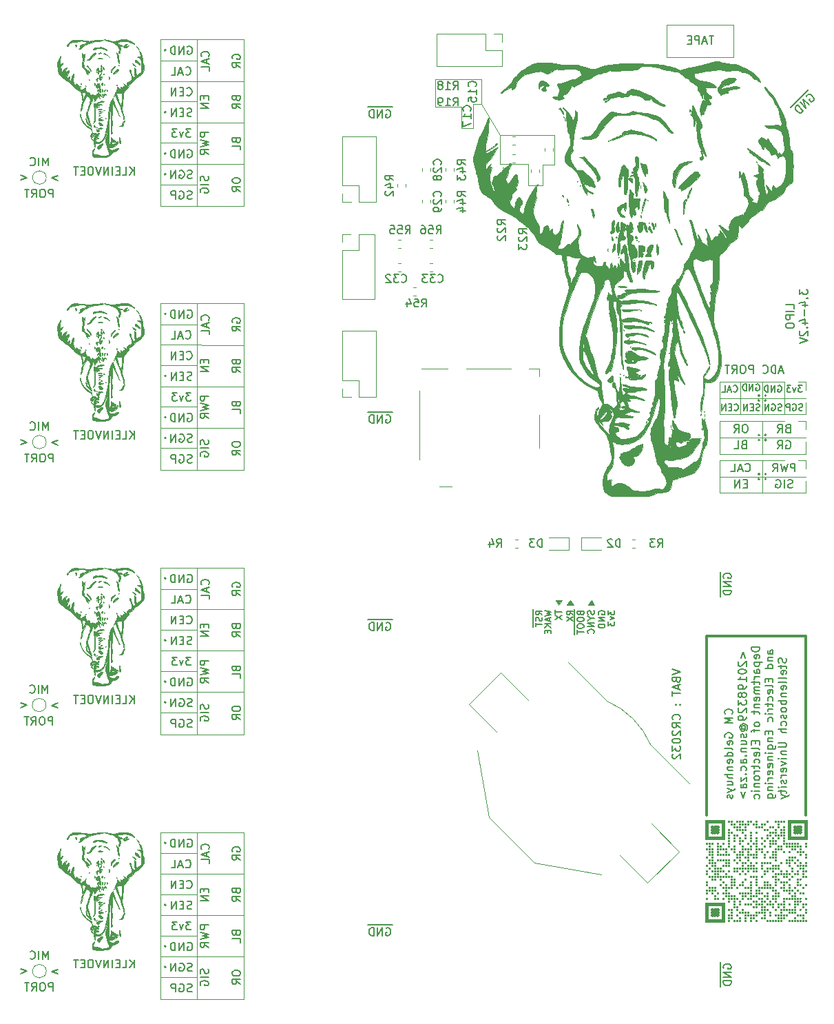
<source format=gbo>
%TF.GenerationSoftware,KiCad,Pcbnew,5.1.6-c6e7f7d~86~ubuntu18.04.1*%
%TF.CreationDate,2020-07-05T20:54:57+02:00*%
%TF.ProjectId,kleinvoet,6b6c6569-6e76-46f6-9574-2e6b69636164,Rev. A*%
%TF.SameCoordinates,Original*%
%TF.FileFunction,Legend,Bot*%
%TF.FilePolarity,Positive*%
%FSLAX46Y46*%
G04 Gerber Fmt 4.6, Leading zero omitted, Abs format (unit mm)*
G04 Created by KiCad (PCBNEW 5.1.6-c6e7f7d~86~ubuntu18.04.1) date 2020-07-05 20:54:57*
%MOMM*%
%LPD*%
G01*
G04 APERTURE LIST*
%ADD10C,0.150000*%
%ADD11C,0.120000*%
%ADD12C,0.200000*%
%ADD13C,0.300000*%
%ADD14C,0.100000*%
%ADD15C,0.010000*%
G04 APERTURE END LIST*
D10*
X127179000Y-104364284D02*
X127179000Y-105164284D01*
X127892857Y-104821427D02*
X127930952Y-104935713D01*
X127969047Y-104973808D01*
X128045238Y-105011903D01*
X128159523Y-105011903D01*
X128235714Y-104973808D01*
X128273809Y-104935713D01*
X128311904Y-104859522D01*
X128311904Y-104554761D01*
X127511904Y-104554761D01*
X127511904Y-104821427D01*
X127550000Y-104897618D01*
X127588095Y-104935713D01*
X127664285Y-104973808D01*
X127740476Y-104973808D01*
X127816666Y-104935713D01*
X127854761Y-104897618D01*
X127892857Y-104821427D01*
X127892857Y-104554761D01*
X127179000Y-105164284D02*
X127179000Y-106002380D01*
X127511904Y-105507142D02*
X127511904Y-105659522D01*
X127550000Y-105735713D01*
X127626190Y-105811903D01*
X127778571Y-105849999D01*
X128045238Y-105849999D01*
X128197619Y-105811903D01*
X128273809Y-105735713D01*
X128311904Y-105659522D01*
X128311904Y-105507142D01*
X128273809Y-105430951D01*
X128197619Y-105354761D01*
X128045238Y-105316665D01*
X127778571Y-105316665D01*
X127626190Y-105354761D01*
X127550000Y-105430951D01*
X127511904Y-105507142D01*
X127179000Y-106002380D02*
X127179000Y-106840475D01*
X127511904Y-106345237D02*
X127511904Y-106497618D01*
X127550000Y-106573808D01*
X127626190Y-106649999D01*
X127778571Y-106688094D01*
X128045238Y-106688094D01*
X128197619Y-106649999D01*
X128273809Y-106573808D01*
X128311904Y-106497618D01*
X128311904Y-106345237D01*
X128273809Y-106269046D01*
X128197619Y-106192856D01*
X128045238Y-106154761D01*
X127778571Y-106154761D01*
X127626190Y-106192856D01*
X127550000Y-106269046D01*
X127511904Y-106345237D01*
X127179000Y-106840475D02*
X127179000Y-107449999D01*
X127511904Y-106916665D02*
X127511904Y-107373808D01*
X128311904Y-107145237D02*
X127511904Y-107145237D01*
X131311904Y-104478571D02*
X131311904Y-104973809D01*
X131616666Y-104707142D01*
X131616666Y-104821428D01*
X131654761Y-104897618D01*
X131692857Y-104935713D01*
X131769047Y-104973809D01*
X131959523Y-104973809D01*
X132035714Y-104935713D01*
X132073809Y-104897618D01*
X132111904Y-104821428D01*
X132111904Y-104592856D01*
X132073809Y-104516666D01*
X132035714Y-104478571D01*
X131578571Y-105240475D02*
X132111904Y-105430952D01*
X131578571Y-105621428D01*
X131311904Y-105849999D02*
X131311904Y-106345237D01*
X131616666Y-106078571D01*
X131616666Y-106192856D01*
X131654761Y-106269047D01*
X131692857Y-106307142D01*
X131769047Y-106345237D01*
X131959523Y-106345237D01*
X132035714Y-106307142D01*
X132073809Y-106269047D01*
X132111904Y-106192856D01*
X132111904Y-105964285D01*
X132073809Y-105888094D01*
X132035714Y-105849999D01*
X130150000Y-104973809D02*
X130111904Y-104897618D01*
X130111904Y-104783333D01*
X130150000Y-104669047D01*
X130226190Y-104592856D01*
X130302380Y-104554761D01*
X130454761Y-104516666D01*
X130569047Y-104516666D01*
X130721428Y-104554761D01*
X130797619Y-104592856D01*
X130873809Y-104669047D01*
X130911904Y-104783333D01*
X130911904Y-104859523D01*
X130873809Y-104973809D01*
X130835714Y-105011904D01*
X130569047Y-105011904D01*
X130569047Y-104859523D01*
X130911904Y-105354761D02*
X130111904Y-105354761D01*
X130911904Y-105811904D01*
X130111904Y-105811904D01*
X130911904Y-106192856D02*
X130111904Y-106192856D01*
X130111904Y-106383333D01*
X130150000Y-106497618D01*
X130226190Y-106573809D01*
X130302380Y-106611904D01*
X130454761Y-106649999D01*
X130569047Y-106649999D01*
X130721428Y-106611904D01*
X130797619Y-106573809D01*
X130873809Y-106497618D01*
X130911904Y-106383333D01*
X130911904Y-106192856D01*
X123511904Y-104478570D02*
X124311904Y-104669047D01*
X123740476Y-104821428D01*
X124311904Y-104973809D01*
X123511904Y-105164285D01*
X124083333Y-105430951D02*
X124083333Y-105811904D01*
X124311904Y-105354761D02*
X123511904Y-105621428D01*
X124311904Y-105888094D01*
X124311904Y-106154761D02*
X123511904Y-106154761D01*
X124311904Y-106611904D02*
X123854761Y-106269047D01*
X123511904Y-106611904D02*
X123969047Y-106154761D01*
X123892857Y-106954761D02*
X123892857Y-107221428D01*
X124311904Y-107335713D02*
X124311904Y-106954761D01*
X123511904Y-106954761D01*
X123511904Y-107335713D01*
X85578571Y-144156666D02*
X85626190Y-144299523D01*
X85673809Y-144347142D01*
X85769047Y-144394761D01*
X85911904Y-144394761D01*
X86007142Y-144347142D01*
X86054761Y-144299523D01*
X86102380Y-144204285D01*
X86102380Y-143823333D01*
X85102380Y-143823333D01*
X85102380Y-144156666D01*
X85150000Y-144251904D01*
X85197619Y-144299523D01*
X85292857Y-144347142D01*
X85388095Y-144347142D01*
X85483333Y-144299523D01*
X85530952Y-144251904D01*
X85578571Y-144156666D01*
X85578571Y-143823333D01*
X86102380Y-145299523D02*
X86102380Y-144823333D01*
X85102380Y-144823333D01*
D11*
X80750000Y-149550000D02*
X76250000Y-149550000D01*
D10*
X79373809Y-136019642D02*
X79421428Y-136067261D01*
X79564285Y-136114880D01*
X79659523Y-136114880D01*
X79802380Y-136067261D01*
X79897619Y-135972023D01*
X79945238Y-135876785D01*
X79992857Y-135686309D01*
X79992857Y-135543452D01*
X79945238Y-135352976D01*
X79897619Y-135257738D01*
X79802380Y-135162500D01*
X79659523Y-135114880D01*
X79564285Y-135114880D01*
X79421428Y-135162500D01*
X79373809Y-135210119D01*
X78992857Y-135829166D02*
X78516666Y-135829166D01*
X79088095Y-136114880D02*
X78754761Y-135114880D01*
X78421428Y-136114880D01*
X77611904Y-136114880D02*
X78088095Y-136114880D01*
X78088095Y-135114880D01*
D11*
X80750000Y-131750000D02*
X80750000Y-152250000D01*
X76250000Y-131750000D02*
X76250000Y-152250000D01*
X80750000Y-144450000D02*
X76250000Y-144450000D01*
D10*
X85150000Y-134111904D02*
X85102380Y-134016666D01*
X85102380Y-133873809D01*
X85150000Y-133730952D01*
X85245238Y-133635714D01*
X85340476Y-133588095D01*
X85530952Y-133540476D01*
X85673809Y-133540476D01*
X85864285Y-133588095D01*
X85959523Y-133635714D01*
X86054761Y-133730952D01*
X86102380Y-133873809D01*
X86102380Y-133969047D01*
X86054761Y-134111904D01*
X86007142Y-134159523D01*
X85673809Y-134159523D01*
X85673809Y-133969047D01*
X86102380Y-135159523D02*
X85626190Y-134826190D01*
X86102380Y-134588095D02*
X85102380Y-134588095D01*
X85102380Y-134969047D01*
X85150000Y-135064285D01*
X85197619Y-135111904D01*
X85292857Y-135159523D01*
X85435714Y-135159523D01*
X85530952Y-135111904D01*
X85578571Y-135064285D01*
X85626190Y-134969047D01*
X85626190Y-134588095D01*
X79516666Y-138559642D02*
X79564285Y-138607261D01*
X79707142Y-138654880D01*
X79802380Y-138654880D01*
X79945238Y-138607261D01*
X80040476Y-138512023D01*
X80088095Y-138416785D01*
X80135714Y-138226309D01*
X80135714Y-138083452D01*
X80088095Y-137892976D01*
X80040476Y-137797738D01*
X79945238Y-137702500D01*
X79802380Y-137654880D01*
X79707142Y-137654880D01*
X79564285Y-137702500D01*
X79516666Y-137750119D01*
X79088095Y-138131071D02*
X78754761Y-138131071D01*
X78611904Y-138654880D02*
X79088095Y-138654880D01*
X79088095Y-137654880D01*
X78611904Y-137654880D01*
X78183333Y-138654880D02*
X78183333Y-137654880D01*
X77611904Y-138654880D01*
X77611904Y-137654880D01*
X80111904Y-141147261D02*
X79969047Y-141194880D01*
X79730952Y-141194880D01*
X79635714Y-141147261D01*
X79588095Y-141099642D01*
X79540476Y-141004404D01*
X79540476Y-140909166D01*
X79588095Y-140813928D01*
X79635714Y-140766309D01*
X79730952Y-140718690D01*
X79921428Y-140671071D01*
X80016666Y-140623452D01*
X80064285Y-140575833D01*
X80111904Y-140480595D01*
X80111904Y-140385357D01*
X80064285Y-140290119D01*
X80016666Y-140242500D01*
X79921428Y-140194880D01*
X79683333Y-140194880D01*
X79540476Y-140242500D01*
X79111904Y-140671071D02*
X78778571Y-140671071D01*
X78635714Y-141194880D02*
X79111904Y-141194880D01*
X79111904Y-140194880D01*
X78635714Y-140194880D01*
X78207142Y-141194880D02*
X78207142Y-140194880D01*
X77635714Y-141194880D01*
X77635714Y-140194880D01*
D11*
X80750000Y-139350000D02*
X76250000Y-139350000D01*
D10*
X79611904Y-145322500D02*
X79707142Y-145274880D01*
X79850000Y-145274880D01*
X79992857Y-145322500D01*
X80088095Y-145417738D01*
X80135714Y-145512976D01*
X80183333Y-145703452D01*
X80183333Y-145846309D01*
X80135714Y-146036785D01*
X80088095Y-146132023D01*
X79992857Y-146227261D01*
X79850000Y-146274880D01*
X79754761Y-146274880D01*
X79611904Y-146227261D01*
X79564285Y-146179642D01*
X79564285Y-145846309D01*
X79754761Y-145846309D01*
X79135714Y-146274880D02*
X79135714Y-145274880D01*
X78564285Y-146274880D01*
X78564285Y-145274880D01*
X78088095Y-146274880D02*
X78088095Y-145274880D01*
X77850000Y-145274880D01*
X77707142Y-145322500D01*
X77611904Y-145417738D01*
X77564285Y-145512976D01*
X77516666Y-145703452D01*
X77516666Y-145846309D01*
X77564285Y-146036785D01*
X77611904Y-146132023D01*
X77707142Y-146227261D01*
X77850000Y-146274880D01*
X78088095Y-146274880D01*
X73066666Y-148402380D02*
X73066666Y-147402380D01*
X72495238Y-148402380D02*
X72923809Y-147830952D01*
X72495238Y-147402380D02*
X73066666Y-147973809D01*
X71590476Y-148402380D02*
X72066666Y-148402380D01*
X72066666Y-147402380D01*
X71257142Y-147878571D02*
X70923809Y-147878571D01*
X70780952Y-148402380D02*
X71257142Y-148402380D01*
X71257142Y-147402380D01*
X70780952Y-147402380D01*
X70352380Y-148402380D02*
X70352380Y-147402380D01*
X69876190Y-148402380D02*
X69876190Y-147402380D01*
X69304761Y-148402380D01*
X69304761Y-147402380D01*
X68971428Y-147402380D02*
X68638095Y-148402380D01*
X68304761Y-147402380D01*
X67780952Y-147402380D02*
X67590476Y-147402380D01*
X67495238Y-147450000D01*
X67400000Y-147545238D01*
X67352380Y-147735714D01*
X67352380Y-148069047D01*
X67400000Y-148259523D01*
X67495238Y-148354761D01*
X67590476Y-148402380D01*
X67780952Y-148402380D01*
X67876190Y-148354761D01*
X67971428Y-148259523D01*
X68019047Y-148069047D01*
X68019047Y-147735714D01*
X67971428Y-147545238D01*
X67876190Y-147450000D01*
X67780952Y-147402380D01*
X66923809Y-147878571D02*
X66590476Y-147878571D01*
X66447619Y-148402380D02*
X66923809Y-148402380D01*
X66923809Y-147402380D01*
X66447619Y-147402380D01*
X66161904Y-147402380D02*
X65590476Y-147402380D01*
X65876190Y-148402380D02*
X65876190Y-147402380D01*
D11*
X76250000Y-147030000D02*
X86450000Y-147030000D01*
X86500000Y-152250000D02*
X86500000Y-131750000D01*
D12*
X76950000Y-140675000D02*
G75*
G03*
X76950000Y-140675000I-100000J0D01*
G01*
D11*
X86500000Y-131750000D02*
X76250000Y-131750000D01*
D10*
X82166880Y-143156666D02*
X81166880Y-143156666D01*
X81166880Y-143537619D01*
X81214500Y-143632857D01*
X81262119Y-143680476D01*
X81357357Y-143728095D01*
X81500214Y-143728095D01*
X81595452Y-143680476D01*
X81643071Y-143632857D01*
X81690690Y-143537619D01*
X81690690Y-143156666D01*
X81166880Y-144061428D02*
X82166880Y-144299523D01*
X81452595Y-144490000D01*
X82166880Y-144680476D01*
X81166880Y-144918571D01*
X82166880Y-145870952D02*
X81690690Y-145537619D01*
X82166880Y-145299523D02*
X81166880Y-145299523D01*
X81166880Y-145680476D01*
X81214500Y-145775714D01*
X81262119Y-145823333D01*
X81357357Y-145870952D01*
X81500214Y-145870952D01*
X81595452Y-145823333D01*
X81643071Y-145775714D01*
X81690690Y-145680476D01*
X81690690Y-145299523D01*
X81643071Y-138671904D02*
X81643071Y-139005238D01*
X82166880Y-139148095D02*
X82166880Y-138671904D01*
X81166880Y-138671904D01*
X81166880Y-139148095D01*
X82166880Y-139576666D02*
X81166880Y-139576666D01*
X82166880Y-140148095D01*
X81166880Y-140148095D01*
X82119261Y-148546190D02*
X82166880Y-148689047D01*
X82166880Y-148927142D01*
X82119261Y-149022380D01*
X82071642Y-149070000D01*
X81976404Y-149117619D01*
X81881166Y-149117619D01*
X81785928Y-149070000D01*
X81738309Y-149022380D01*
X81690690Y-148927142D01*
X81643071Y-148736666D01*
X81595452Y-148641428D01*
X81547833Y-148593809D01*
X81452595Y-148546190D01*
X81357357Y-148546190D01*
X81262119Y-148593809D01*
X81214500Y-148641428D01*
X81166880Y-148736666D01*
X81166880Y-148974761D01*
X81214500Y-149117619D01*
X82166880Y-149546190D02*
X81166880Y-149546190D01*
X81214500Y-150546190D02*
X81166880Y-150450952D01*
X81166880Y-150308095D01*
X81214500Y-150165238D01*
X81309738Y-150070000D01*
X81404976Y-150022380D01*
X81595452Y-149974761D01*
X81738309Y-149974761D01*
X81928785Y-150022380D01*
X82024023Y-150070000D01*
X82119261Y-150165238D01*
X82166880Y-150308095D01*
X82166880Y-150403333D01*
X82119261Y-150546190D01*
X82071642Y-150593809D01*
X81738309Y-150593809D01*
X81738309Y-150403333D01*
X80159523Y-148767261D02*
X80016666Y-148814880D01*
X79778571Y-148814880D01*
X79683333Y-148767261D01*
X79635714Y-148719642D01*
X79588095Y-148624404D01*
X79588095Y-148529166D01*
X79635714Y-148433928D01*
X79683333Y-148386309D01*
X79778571Y-148338690D01*
X79969047Y-148291071D01*
X80064285Y-148243452D01*
X80111904Y-148195833D01*
X80159523Y-148100595D01*
X80159523Y-148005357D01*
X80111904Y-147910119D01*
X80064285Y-147862500D01*
X79969047Y-147814880D01*
X79730952Y-147814880D01*
X79588095Y-147862500D01*
X78635714Y-147862500D02*
X78730952Y-147814880D01*
X78873809Y-147814880D01*
X79016666Y-147862500D01*
X79111904Y-147957738D01*
X79159523Y-148052976D01*
X79207142Y-148243452D01*
X79207142Y-148386309D01*
X79159523Y-148576785D01*
X79111904Y-148672023D01*
X79016666Y-148767261D01*
X78873809Y-148814880D01*
X78778571Y-148814880D01*
X78635714Y-148767261D01*
X78588095Y-148719642D01*
X78588095Y-148386309D01*
X78778571Y-148386309D01*
X78159523Y-148814880D02*
X78159523Y-147814880D01*
X77588095Y-148814880D01*
X77588095Y-147814880D01*
X82171642Y-133826190D02*
X82219261Y-133778571D01*
X82266880Y-133635714D01*
X82266880Y-133540476D01*
X82219261Y-133397619D01*
X82124023Y-133302380D01*
X82028785Y-133254761D01*
X81838309Y-133207142D01*
X81695452Y-133207142D01*
X81504976Y-133254761D01*
X81409738Y-133302380D01*
X81314500Y-133397619D01*
X81266880Y-133540476D01*
X81266880Y-133635714D01*
X81314500Y-133778571D01*
X81362119Y-133826190D01*
X81981166Y-134207142D02*
X81981166Y-134683333D01*
X82266880Y-134111904D02*
X81266880Y-134445238D01*
X82266880Y-134778571D01*
X82266880Y-135588095D02*
X82266880Y-135111904D01*
X81266880Y-135111904D01*
D12*
X76950000Y-145755000D02*
G75*
G03*
X76950000Y-145755000I-100000J0D01*
G01*
D10*
X80135714Y-151307261D02*
X79992857Y-151354880D01*
X79754761Y-151354880D01*
X79659523Y-151307261D01*
X79611904Y-151259642D01*
X79564285Y-151164404D01*
X79564285Y-151069166D01*
X79611904Y-150973928D01*
X79659523Y-150926309D01*
X79754761Y-150878690D01*
X79945238Y-150831071D01*
X80040476Y-150783452D01*
X80088095Y-150735833D01*
X80135714Y-150640595D01*
X80135714Y-150545357D01*
X80088095Y-150450119D01*
X80040476Y-150402500D01*
X79945238Y-150354880D01*
X79707142Y-150354880D01*
X79564285Y-150402500D01*
X78611904Y-150402500D02*
X78707142Y-150354880D01*
X78850000Y-150354880D01*
X78992857Y-150402500D01*
X79088095Y-150497738D01*
X79135714Y-150592976D01*
X79183333Y-150783452D01*
X79183333Y-150926309D01*
X79135714Y-151116785D01*
X79088095Y-151212023D01*
X78992857Y-151307261D01*
X78850000Y-151354880D01*
X78754761Y-151354880D01*
X78611904Y-151307261D01*
X78564285Y-151259642D01*
X78564285Y-150926309D01*
X78754761Y-150926309D01*
X78135714Y-151354880D02*
X78135714Y-150354880D01*
X77754761Y-150354880D01*
X77659523Y-150402500D01*
X77611904Y-150450119D01*
X77564285Y-150545357D01*
X77564285Y-150688214D01*
X77611904Y-150783452D01*
X77659523Y-150831071D01*
X77754761Y-150878690D01*
X78135714Y-150878690D01*
X85102380Y-148974762D02*
X85102380Y-149165239D01*
X85150000Y-149260477D01*
X85245238Y-149355715D01*
X85435714Y-149403334D01*
X85769047Y-149403334D01*
X85959523Y-149355715D01*
X86054761Y-149260477D01*
X86102380Y-149165239D01*
X86102380Y-148974762D01*
X86054761Y-148879524D01*
X85959523Y-148784286D01*
X85769047Y-148736667D01*
X85435714Y-148736667D01*
X85245238Y-148784286D01*
X85150000Y-148879524D01*
X85102380Y-148974762D01*
X86102380Y-150403334D02*
X85626190Y-150070001D01*
X86102380Y-149831905D02*
X85102380Y-149831905D01*
X85102380Y-150212858D01*
X85150000Y-150308096D01*
X85197619Y-150355715D01*
X85292857Y-150403334D01*
X85435714Y-150403334D01*
X85530952Y-150355715D01*
X85578571Y-150308096D01*
X85626190Y-150212858D01*
X85626190Y-149831905D01*
D11*
X76250000Y-152250000D02*
X86500000Y-152250000D01*
D12*
X76950000Y-148295000D02*
G75*
G03*
X76950000Y-148295000I-100000J0D01*
G01*
X76950000Y-133055000D02*
G75*
G03*
X76950000Y-133055000I-100000J0D01*
G01*
D11*
X80750000Y-134350000D02*
X76250000Y-134350000D01*
X76250000Y-136850000D02*
X86450000Y-136870000D01*
D10*
X79611904Y-132622500D02*
X79707142Y-132574880D01*
X79850000Y-132574880D01*
X79992857Y-132622500D01*
X80088095Y-132717738D01*
X80135714Y-132812976D01*
X80183333Y-133003452D01*
X80183333Y-133146309D01*
X80135714Y-133336785D01*
X80088095Y-133432023D01*
X79992857Y-133527261D01*
X79850000Y-133574880D01*
X79754761Y-133574880D01*
X79611904Y-133527261D01*
X79564285Y-133479642D01*
X79564285Y-133146309D01*
X79754761Y-133146309D01*
X79135714Y-133574880D02*
X79135714Y-132574880D01*
X78564285Y-133574880D01*
X78564285Y-132574880D01*
X78088095Y-133574880D02*
X78088095Y-132574880D01*
X77850000Y-132574880D01*
X77707142Y-132622500D01*
X77611904Y-132717738D01*
X77564285Y-132812976D01*
X77516666Y-133003452D01*
X77516666Y-133146309D01*
X77564285Y-133336785D01*
X77611904Y-133432023D01*
X77707142Y-133527261D01*
X77850000Y-133574880D01*
X78088095Y-133574880D01*
X85578571Y-138981428D02*
X85626190Y-139124285D01*
X85673809Y-139171904D01*
X85769047Y-139219523D01*
X85911904Y-139219523D01*
X86007142Y-139171904D01*
X86054761Y-139124285D01*
X86102380Y-139029047D01*
X86102380Y-138648095D01*
X85102380Y-138648095D01*
X85102380Y-138981428D01*
X85150000Y-139076666D01*
X85197619Y-139124285D01*
X85292857Y-139171904D01*
X85388095Y-139171904D01*
X85483333Y-139124285D01*
X85530952Y-139076666D01*
X85578571Y-138981428D01*
X85578571Y-138648095D01*
X86102380Y-140219523D02*
X85626190Y-139886190D01*
X86102380Y-139648095D02*
X85102380Y-139648095D01*
X85102380Y-140029047D01*
X85150000Y-140124285D01*
X85197619Y-140171904D01*
X85292857Y-140219523D01*
X85435714Y-140219523D01*
X85530952Y-140171904D01*
X85578571Y-140124285D01*
X85626190Y-140029047D01*
X85626190Y-139648095D01*
X80040476Y-142734880D02*
X79421428Y-142734880D01*
X79754761Y-143115833D01*
X79611904Y-143115833D01*
X79516666Y-143163452D01*
X79469047Y-143211071D01*
X79421428Y-143306309D01*
X79421428Y-143544404D01*
X79469047Y-143639642D01*
X79516666Y-143687261D01*
X79611904Y-143734880D01*
X79897619Y-143734880D01*
X79992857Y-143687261D01*
X80040476Y-143639642D01*
X79088095Y-143068214D02*
X78850000Y-143734880D01*
X78611904Y-143068214D01*
X78326190Y-142734880D02*
X77707142Y-142734880D01*
X78040476Y-143115833D01*
X77897619Y-143115833D01*
X77802380Y-143163452D01*
X77754761Y-143211071D01*
X77707142Y-143306309D01*
X77707142Y-143544404D01*
X77754761Y-143639642D01*
X77802380Y-143687261D01*
X77897619Y-143734880D01*
X78183333Y-143734880D01*
X78278571Y-143687261D01*
X78326190Y-143639642D01*
D11*
X76250000Y-141950000D02*
X86450000Y-141950000D01*
D10*
X85578571Y-46756666D02*
X85626190Y-46899523D01*
X85673809Y-46947142D01*
X85769047Y-46994761D01*
X85911904Y-46994761D01*
X86007142Y-46947142D01*
X86054761Y-46899523D01*
X86102380Y-46804285D01*
X86102380Y-46423333D01*
X85102380Y-46423333D01*
X85102380Y-46756666D01*
X85150000Y-46851904D01*
X85197619Y-46899523D01*
X85292857Y-46947142D01*
X85388095Y-46947142D01*
X85483333Y-46899523D01*
X85530952Y-46851904D01*
X85578571Y-46756666D01*
X85578571Y-46423333D01*
X86102380Y-47899523D02*
X86102380Y-47423333D01*
X85102380Y-47423333D01*
D11*
X80750000Y-52150000D02*
X76250000Y-52150000D01*
D10*
X79373809Y-38619642D02*
X79421428Y-38667261D01*
X79564285Y-38714880D01*
X79659523Y-38714880D01*
X79802380Y-38667261D01*
X79897619Y-38572023D01*
X79945238Y-38476785D01*
X79992857Y-38286309D01*
X79992857Y-38143452D01*
X79945238Y-37952976D01*
X79897619Y-37857738D01*
X79802380Y-37762500D01*
X79659523Y-37714880D01*
X79564285Y-37714880D01*
X79421428Y-37762500D01*
X79373809Y-37810119D01*
X78992857Y-38429166D02*
X78516666Y-38429166D01*
X79088095Y-38714880D02*
X78754761Y-37714880D01*
X78421428Y-38714880D01*
X77611904Y-38714880D02*
X78088095Y-38714880D01*
X78088095Y-37714880D01*
D11*
X80750000Y-34350000D02*
X80750000Y-54850000D01*
X76250000Y-34350000D02*
X76250000Y-54850000D01*
X80750000Y-47050000D02*
X76250000Y-47050000D01*
D10*
X85150000Y-36711904D02*
X85102380Y-36616666D01*
X85102380Y-36473809D01*
X85150000Y-36330952D01*
X85245238Y-36235714D01*
X85340476Y-36188095D01*
X85530952Y-36140476D01*
X85673809Y-36140476D01*
X85864285Y-36188095D01*
X85959523Y-36235714D01*
X86054761Y-36330952D01*
X86102380Y-36473809D01*
X86102380Y-36569047D01*
X86054761Y-36711904D01*
X86007142Y-36759523D01*
X85673809Y-36759523D01*
X85673809Y-36569047D01*
X86102380Y-37759523D02*
X85626190Y-37426190D01*
X86102380Y-37188095D02*
X85102380Y-37188095D01*
X85102380Y-37569047D01*
X85150000Y-37664285D01*
X85197619Y-37711904D01*
X85292857Y-37759523D01*
X85435714Y-37759523D01*
X85530952Y-37711904D01*
X85578571Y-37664285D01*
X85626190Y-37569047D01*
X85626190Y-37188095D01*
X79516666Y-41159642D02*
X79564285Y-41207261D01*
X79707142Y-41254880D01*
X79802380Y-41254880D01*
X79945238Y-41207261D01*
X80040476Y-41112023D01*
X80088095Y-41016785D01*
X80135714Y-40826309D01*
X80135714Y-40683452D01*
X80088095Y-40492976D01*
X80040476Y-40397738D01*
X79945238Y-40302500D01*
X79802380Y-40254880D01*
X79707142Y-40254880D01*
X79564285Y-40302500D01*
X79516666Y-40350119D01*
X79088095Y-40731071D02*
X78754761Y-40731071D01*
X78611904Y-41254880D02*
X79088095Y-41254880D01*
X79088095Y-40254880D01*
X78611904Y-40254880D01*
X78183333Y-41254880D02*
X78183333Y-40254880D01*
X77611904Y-41254880D01*
X77611904Y-40254880D01*
X80111904Y-43747261D02*
X79969047Y-43794880D01*
X79730952Y-43794880D01*
X79635714Y-43747261D01*
X79588095Y-43699642D01*
X79540476Y-43604404D01*
X79540476Y-43509166D01*
X79588095Y-43413928D01*
X79635714Y-43366309D01*
X79730952Y-43318690D01*
X79921428Y-43271071D01*
X80016666Y-43223452D01*
X80064285Y-43175833D01*
X80111904Y-43080595D01*
X80111904Y-42985357D01*
X80064285Y-42890119D01*
X80016666Y-42842500D01*
X79921428Y-42794880D01*
X79683333Y-42794880D01*
X79540476Y-42842500D01*
X79111904Y-43271071D02*
X78778571Y-43271071D01*
X78635714Y-43794880D02*
X79111904Y-43794880D01*
X79111904Y-42794880D01*
X78635714Y-42794880D01*
X78207142Y-43794880D02*
X78207142Y-42794880D01*
X77635714Y-43794880D01*
X77635714Y-42794880D01*
D11*
X80750000Y-41950000D02*
X76250000Y-41950000D01*
D10*
X79611904Y-47922500D02*
X79707142Y-47874880D01*
X79850000Y-47874880D01*
X79992857Y-47922500D01*
X80088095Y-48017738D01*
X80135714Y-48112976D01*
X80183333Y-48303452D01*
X80183333Y-48446309D01*
X80135714Y-48636785D01*
X80088095Y-48732023D01*
X79992857Y-48827261D01*
X79850000Y-48874880D01*
X79754761Y-48874880D01*
X79611904Y-48827261D01*
X79564285Y-48779642D01*
X79564285Y-48446309D01*
X79754761Y-48446309D01*
X79135714Y-48874880D02*
X79135714Y-47874880D01*
X78564285Y-48874880D01*
X78564285Y-47874880D01*
X78088095Y-48874880D02*
X78088095Y-47874880D01*
X77850000Y-47874880D01*
X77707142Y-47922500D01*
X77611904Y-48017738D01*
X77564285Y-48112976D01*
X77516666Y-48303452D01*
X77516666Y-48446309D01*
X77564285Y-48636785D01*
X77611904Y-48732023D01*
X77707142Y-48827261D01*
X77850000Y-48874880D01*
X78088095Y-48874880D01*
X73066666Y-51002380D02*
X73066666Y-50002380D01*
X72495238Y-51002380D02*
X72923809Y-50430952D01*
X72495238Y-50002380D02*
X73066666Y-50573809D01*
X71590476Y-51002380D02*
X72066666Y-51002380D01*
X72066666Y-50002380D01*
X71257142Y-50478571D02*
X70923809Y-50478571D01*
X70780952Y-51002380D02*
X71257142Y-51002380D01*
X71257142Y-50002380D01*
X70780952Y-50002380D01*
X70352380Y-51002380D02*
X70352380Y-50002380D01*
X69876190Y-51002380D02*
X69876190Y-50002380D01*
X69304761Y-51002380D01*
X69304761Y-50002380D01*
X68971428Y-50002380D02*
X68638095Y-51002380D01*
X68304761Y-50002380D01*
X67780952Y-50002380D02*
X67590476Y-50002380D01*
X67495238Y-50050000D01*
X67400000Y-50145238D01*
X67352380Y-50335714D01*
X67352380Y-50669047D01*
X67400000Y-50859523D01*
X67495238Y-50954761D01*
X67590476Y-51002380D01*
X67780952Y-51002380D01*
X67876190Y-50954761D01*
X67971428Y-50859523D01*
X68019047Y-50669047D01*
X68019047Y-50335714D01*
X67971428Y-50145238D01*
X67876190Y-50050000D01*
X67780952Y-50002380D01*
X66923809Y-50478571D02*
X66590476Y-50478571D01*
X66447619Y-51002380D02*
X66923809Y-51002380D01*
X66923809Y-50002380D01*
X66447619Y-50002380D01*
X66161904Y-50002380D02*
X65590476Y-50002380D01*
X65876190Y-51002380D02*
X65876190Y-50002380D01*
D11*
X76250000Y-49630000D02*
X86450000Y-49630000D01*
X86500000Y-54850000D02*
X86500000Y-34350000D01*
D12*
X76950000Y-43275000D02*
G75*
G03*
X76950000Y-43275000I-100000J0D01*
G01*
D11*
X86500000Y-34350000D02*
X76250000Y-34350000D01*
D10*
X82166880Y-45756666D02*
X81166880Y-45756666D01*
X81166880Y-46137619D01*
X81214500Y-46232857D01*
X81262119Y-46280476D01*
X81357357Y-46328095D01*
X81500214Y-46328095D01*
X81595452Y-46280476D01*
X81643071Y-46232857D01*
X81690690Y-46137619D01*
X81690690Y-45756666D01*
X81166880Y-46661428D02*
X82166880Y-46899523D01*
X81452595Y-47090000D01*
X82166880Y-47280476D01*
X81166880Y-47518571D01*
X82166880Y-48470952D02*
X81690690Y-48137619D01*
X82166880Y-47899523D02*
X81166880Y-47899523D01*
X81166880Y-48280476D01*
X81214500Y-48375714D01*
X81262119Y-48423333D01*
X81357357Y-48470952D01*
X81500214Y-48470952D01*
X81595452Y-48423333D01*
X81643071Y-48375714D01*
X81690690Y-48280476D01*
X81690690Y-47899523D01*
X81643071Y-41271904D02*
X81643071Y-41605238D01*
X82166880Y-41748095D02*
X82166880Y-41271904D01*
X81166880Y-41271904D01*
X81166880Y-41748095D01*
X82166880Y-42176666D02*
X81166880Y-42176666D01*
X82166880Y-42748095D01*
X81166880Y-42748095D01*
X82119261Y-51146190D02*
X82166880Y-51289047D01*
X82166880Y-51527142D01*
X82119261Y-51622380D01*
X82071642Y-51670000D01*
X81976404Y-51717619D01*
X81881166Y-51717619D01*
X81785928Y-51670000D01*
X81738309Y-51622380D01*
X81690690Y-51527142D01*
X81643071Y-51336666D01*
X81595452Y-51241428D01*
X81547833Y-51193809D01*
X81452595Y-51146190D01*
X81357357Y-51146190D01*
X81262119Y-51193809D01*
X81214500Y-51241428D01*
X81166880Y-51336666D01*
X81166880Y-51574761D01*
X81214500Y-51717619D01*
X82166880Y-52146190D02*
X81166880Y-52146190D01*
X81214500Y-53146190D02*
X81166880Y-53050952D01*
X81166880Y-52908095D01*
X81214500Y-52765238D01*
X81309738Y-52670000D01*
X81404976Y-52622380D01*
X81595452Y-52574761D01*
X81738309Y-52574761D01*
X81928785Y-52622380D01*
X82024023Y-52670000D01*
X82119261Y-52765238D01*
X82166880Y-52908095D01*
X82166880Y-53003333D01*
X82119261Y-53146190D01*
X82071642Y-53193809D01*
X81738309Y-53193809D01*
X81738309Y-53003333D01*
X80159523Y-51367261D02*
X80016666Y-51414880D01*
X79778571Y-51414880D01*
X79683333Y-51367261D01*
X79635714Y-51319642D01*
X79588095Y-51224404D01*
X79588095Y-51129166D01*
X79635714Y-51033928D01*
X79683333Y-50986309D01*
X79778571Y-50938690D01*
X79969047Y-50891071D01*
X80064285Y-50843452D01*
X80111904Y-50795833D01*
X80159523Y-50700595D01*
X80159523Y-50605357D01*
X80111904Y-50510119D01*
X80064285Y-50462500D01*
X79969047Y-50414880D01*
X79730952Y-50414880D01*
X79588095Y-50462500D01*
X78635714Y-50462500D02*
X78730952Y-50414880D01*
X78873809Y-50414880D01*
X79016666Y-50462500D01*
X79111904Y-50557738D01*
X79159523Y-50652976D01*
X79207142Y-50843452D01*
X79207142Y-50986309D01*
X79159523Y-51176785D01*
X79111904Y-51272023D01*
X79016666Y-51367261D01*
X78873809Y-51414880D01*
X78778571Y-51414880D01*
X78635714Y-51367261D01*
X78588095Y-51319642D01*
X78588095Y-50986309D01*
X78778571Y-50986309D01*
X78159523Y-51414880D02*
X78159523Y-50414880D01*
X77588095Y-51414880D01*
X77588095Y-50414880D01*
X82171642Y-36426190D02*
X82219261Y-36378571D01*
X82266880Y-36235714D01*
X82266880Y-36140476D01*
X82219261Y-35997619D01*
X82124023Y-35902380D01*
X82028785Y-35854761D01*
X81838309Y-35807142D01*
X81695452Y-35807142D01*
X81504976Y-35854761D01*
X81409738Y-35902380D01*
X81314500Y-35997619D01*
X81266880Y-36140476D01*
X81266880Y-36235714D01*
X81314500Y-36378571D01*
X81362119Y-36426190D01*
X81981166Y-36807142D02*
X81981166Y-37283333D01*
X82266880Y-36711904D02*
X81266880Y-37045238D01*
X82266880Y-37378571D01*
X82266880Y-38188095D02*
X82266880Y-37711904D01*
X81266880Y-37711904D01*
D12*
X76950000Y-48355000D02*
G75*
G03*
X76950000Y-48355000I-100000J0D01*
G01*
D10*
X80135714Y-53907261D02*
X79992857Y-53954880D01*
X79754761Y-53954880D01*
X79659523Y-53907261D01*
X79611904Y-53859642D01*
X79564285Y-53764404D01*
X79564285Y-53669166D01*
X79611904Y-53573928D01*
X79659523Y-53526309D01*
X79754761Y-53478690D01*
X79945238Y-53431071D01*
X80040476Y-53383452D01*
X80088095Y-53335833D01*
X80135714Y-53240595D01*
X80135714Y-53145357D01*
X80088095Y-53050119D01*
X80040476Y-53002500D01*
X79945238Y-52954880D01*
X79707142Y-52954880D01*
X79564285Y-53002500D01*
X78611904Y-53002500D02*
X78707142Y-52954880D01*
X78850000Y-52954880D01*
X78992857Y-53002500D01*
X79088095Y-53097738D01*
X79135714Y-53192976D01*
X79183333Y-53383452D01*
X79183333Y-53526309D01*
X79135714Y-53716785D01*
X79088095Y-53812023D01*
X78992857Y-53907261D01*
X78850000Y-53954880D01*
X78754761Y-53954880D01*
X78611904Y-53907261D01*
X78564285Y-53859642D01*
X78564285Y-53526309D01*
X78754761Y-53526309D01*
X78135714Y-53954880D02*
X78135714Y-52954880D01*
X77754761Y-52954880D01*
X77659523Y-53002500D01*
X77611904Y-53050119D01*
X77564285Y-53145357D01*
X77564285Y-53288214D01*
X77611904Y-53383452D01*
X77659523Y-53431071D01*
X77754761Y-53478690D01*
X78135714Y-53478690D01*
X85102380Y-51574762D02*
X85102380Y-51765239D01*
X85150000Y-51860477D01*
X85245238Y-51955715D01*
X85435714Y-52003334D01*
X85769047Y-52003334D01*
X85959523Y-51955715D01*
X86054761Y-51860477D01*
X86102380Y-51765239D01*
X86102380Y-51574762D01*
X86054761Y-51479524D01*
X85959523Y-51384286D01*
X85769047Y-51336667D01*
X85435714Y-51336667D01*
X85245238Y-51384286D01*
X85150000Y-51479524D01*
X85102380Y-51574762D01*
X86102380Y-53003334D02*
X85626190Y-52670001D01*
X86102380Y-52431905D02*
X85102380Y-52431905D01*
X85102380Y-52812858D01*
X85150000Y-52908096D01*
X85197619Y-52955715D01*
X85292857Y-53003334D01*
X85435714Y-53003334D01*
X85530952Y-52955715D01*
X85578571Y-52908096D01*
X85626190Y-52812858D01*
X85626190Y-52431905D01*
D11*
X76250000Y-54850000D02*
X86500000Y-54850000D01*
D12*
X76950000Y-50895000D02*
G75*
G03*
X76950000Y-50895000I-100000J0D01*
G01*
X76950000Y-35655000D02*
G75*
G03*
X76950000Y-35655000I-100000J0D01*
G01*
D11*
X80750000Y-36950000D02*
X76250000Y-36950000D01*
X76250000Y-39450000D02*
X86450000Y-39470000D01*
D10*
X79611904Y-35222500D02*
X79707142Y-35174880D01*
X79850000Y-35174880D01*
X79992857Y-35222500D01*
X80088095Y-35317738D01*
X80135714Y-35412976D01*
X80183333Y-35603452D01*
X80183333Y-35746309D01*
X80135714Y-35936785D01*
X80088095Y-36032023D01*
X79992857Y-36127261D01*
X79850000Y-36174880D01*
X79754761Y-36174880D01*
X79611904Y-36127261D01*
X79564285Y-36079642D01*
X79564285Y-35746309D01*
X79754761Y-35746309D01*
X79135714Y-36174880D02*
X79135714Y-35174880D01*
X78564285Y-36174880D01*
X78564285Y-35174880D01*
X78088095Y-36174880D02*
X78088095Y-35174880D01*
X77850000Y-35174880D01*
X77707142Y-35222500D01*
X77611904Y-35317738D01*
X77564285Y-35412976D01*
X77516666Y-35603452D01*
X77516666Y-35746309D01*
X77564285Y-35936785D01*
X77611904Y-36032023D01*
X77707142Y-36127261D01*
X77850000Y-36174880D01*
X78088095Y-36174880D01*
X85578571Y-41581428D02*
X85626190Y-41724285D01*
X85673809Y-41771904D01*
X85769047Y-41819523D01*
X85911904Y-41819523D01*
X86007142Y-41771904D01*
X86054761Y-41724285D01*
X86102380Y-41629047D01*
X86102380Y-41248095D01*
X85102380Y-41248095D01*
X85102380Y-41581428D01*
X85150000Y-41676666D01*
X85197619Y-41724285D01*
X85292857Y-41771904D01*
X85388095Y-41771904D01*
X85483333Y-41724285D01*
X85530952Y-41676666D01*
X85578571Y-41581428D01*
X85578571Y-41248095D01*
X86102380Y-42819523D02*
X85626190Y-42486190D01*
X86102380Y-42248095D02*
X85102380Y-42248095D01*
X85102380Y-42629047D01*
X85150000Y-42724285D01*
X85197619Y-42771904D01*
X85292857Y-42819523D01*
X85435714Y-42819523D01*
X85530952Y-42771904D01*
X85578571Y-42724285D01*
X85626190Y-42629047D01*
X85626190Y-42248095D01*
X80040476Y-45334880D02*
X79421428Y-45334880D01*
X79754761Y-45715833D01*
X79611904Y-45715833D01*
X79516666Y-45763452D01*
X79469047Y-45811071D01*
X79421428Y-45906309D01*
X79421428Y-46144404D01*
X79469047Y-46239642D01*
X79516666Y-46287261D01*
X79611904Y-46334880D01*
X79897619Y-46334880D01*
X79992857Y-46287261D01*
X80040476Y-46239642D01*
X79088095Y-45668214D02*
X78850000Y-46334880D01*
X78611904Y-45668214D01*
X78326190Y-45334880D02*
X77707142Y-45334880D01*
X78040476Y-45715833D01*
X77897619Y-45715833D01*
X77802380Y-45763452D01*
X77754761Y-45811071D01*
X77707142Y-45906309D01*
X77707142Y-46144404D01*
X77754761Y-46239642D01*
X77802380Y-46287261D01*
X77897619Y-46334880D01*
X78183333Y-46334880D01*
X78278571Y-46287261D01*
X78326190Y-46239642D01*
D11*
X76250000Y-44550000D02*
X86450000Y-44550000D01*
D10*
X85578571Y-79156666D02*
X85626190Y-79299523D01*
X85673809Y-79347142D01*
X85769047Y-79394761D01*
X85911904Y-79394761D01*
X86007142Y-79347142D01*
X86054761Y-79299523D01*
X86102380Y-79204285D01*
X86102380Y-78823333D01*
X85102380Y-78823333D01*
X85102380Y-79156666D01*
X85150000Y-79251904D01*
X85197619Y-79299523D01*
X85292857Y-79347142D01*
X85388095Y-79347142D01*
X85483333Y-79299523D01*
X85530952Y-79251904D01*
X85578571Y-79156666D01*
X85578571Y-78823333D01*
X86102380Y-80299523D02*
X86102380Y-79823333D01*
X85102380Y-79823333D01*
D11*
X80750000Y-84550000D02*
X76250000Y-84550000D01*
D10*
X79373809Y-71019642D02*
X79421428Y-71067261D01*
X79564285Y-71114880D01*
X79659523Y-71114880D01*
X79802380Y-71067261D01*
X79897619Y-70972023D01*
X79945238Y-70876785D01*
X79992857Y-70686309D01*
X79992857Y-70543452D01*
X79945238Y-70352976D01*
X79897619Y-70257738D01*
X79802380Y-70162500D01*
X79659523Y-70114880D01*
X79564285Y-70114880D01*
X79421428Y-70162500D01*
X79373809Y-70210119D01*
X78992857Y-70829166D02*
X78516666Y-70829166D01*
X79088095Y-71114880D02*
X78754761Y-70114880D01*
X78421428Y-71114880D01*
X77611904Y-71114880D02*
X78088095Y-71114880D01*
X78088095Y-70114880D01*
D11*
X80750000Y-66750000D02*
X80750000Y-87250000D01*
X76250000Y-66750000D02*
X76250000Y-87250000D01*
X80750000Y-79450000D02*
X76250000Y-79450000D01*
D10*
X85150000Y-69111904D02*
X85102380Y-69016666D01*
X85102380Y-68873809D01*
X85150000Y-68730952D01*
X85245238Y-68635714D01*
X85340476Y-68588095D01*
X85530952Y-68540476D01*
X85673809Y-68540476D01*
X85864285Y-68588095D01*
X85959523Y-68635714D01*
X86054761Y-68730952D01*
X86102380Y-68873809D01*
X86102380Y-68969047D01*
X86054761Y-69111904D01*
X86007142Y-69159523D01*
X85673809Y-69159523D01*
X85673809Y-68969047D01*
X86102380Y-70159523D02*
X85626190Y-69826190D01*
X86102380Y-69588095D02*
X85102380Y-69588095D01*
X85102380Y-69969047D01*
X85150000Y-70064285D01*
X85197619Y-70111904D01*
X85292857Y-70159523D01*
X85435714Y-70159523D01*
X85530952Y-70111904D01*
X85578571Y-70064285D01*
X85626190Y-69969047D01*
X85626190Y-69588095D01*
X79516666Y-73559642D02*
X79564285Y-73607261D01*
X79707142Y-73654880D01*
X79802380Y-73654880D01*
X79945238Y-73607261D01*
X80040476Y-73512023D01*
X80088095Y-73416785D01*
X80135714Y-73226309D01*
X80135714Y-73083452D01*
X80088095Y-72892976D01*
X80040476Y-72797738D01*
X79945238Y-72702500D01*
X79802380Y-72654880D01*
X79707142Y-72654880D01*
X79564285Y-72702500D01*
X79516666Y-72750119D01*
X79088095Y-73131071D02*
X78754761Y-73131071D01*
X78611904Y-73654880D02*
X79088095Y-73654880D01*
X79088095Y-72654880D01*
X78611904Y-72654880D01*
X78183333Y-73654880D02*
X78183333Y-72654880D01*
X77611904Y-73654880D01*
X77611904Y-72654880D01*
X80111904Y-76147261D02*
X79969047Y-76194880D01*
X79730952Y-76194880D01*
X79635714Y-76147261D01*
X79588095Y-76099642D01*
X79540476Y-76004404D01*
X79540476Y-75909166D01*
X79588095Y-75813928D01*
X79635714Y-75766309D01*
X79730952Y-75718690D01*
X79921428Y-75671071D01*
X80016666Y-75623452D01*
X80064285Y-75575833D01*
X80111904Y-75480595D01*
X80111904Y-75385357D01*
X80064285Y-75290119D01*
X80016666Y-75242500D01*
X79921428Y-75194880D01*
X79683333Y-75194880D01*
X79540476Y-75242500D01*
X79111904Y-75671071D02*
X78778571Y-75671071D01*
X78635714Y-76194880D02*
X79111904Y-76194880D01*
X79111904Y-75194880D01*
X78635714Y-75194880D01*
X78207142Y-76194880D02*
X78207142Y-75194880D01*
X77635714Y-76194880D01*
X77635714Y-75194880D01*
D11*
X80750000Y-74350000D02*
X76250000Y-74350000D01*
D10*
X79611904Y-80322500D02*
X79707142Y-80274880D01*
X79850000Y-80274880D01*
X79992857Y-80322500D01*
X80088095Y-80417738D01*
X80135714Y-80512976D01*
X80183333Y-80703452D01*
X80183333Y-80846309D01*
X80135714Y-81036785D01*
X80088095Y-81132023D01*
X79992857Y-81227261D01*
X79850000Y-81274880D01*
X79754761Y-81274880D01*
X79611904Y-81227261D01*
X79564285Y-81179642D01*
X79564285Y-80846309D01*
X79754761Y-80846309D01*
X79135714Y-81274880D02*
X79135714Y-80274880D01*
X78564285Y-81274880D01*
X78564285Y-80274880D01*
X78088095Y-81274880D02*
X78088095Y-80274880D01*
X77850000Y-80274880D01*
X77707142Y-80322500D01*
X77611904Y-80417738D01*
X77564285Y-80512976D01*
X77516666Y-80703452D01*
X77516666Y-80846309D01*
X77564285Y-81036785D01*
X77611904Y-81132023D01*
X77707142Y-81227261D01*
X77850000Y-81274880D01*
X78088095Y-81274880D01*
X73066666Y-83402380D02*
X73066666Y-82402380D01*
X72495238Y-83402380D02*
X72923809Y-82830952D01*
X72495238Y-82402380D02*
X73066666Y-82973809D01*
X71590476Y-83402380D02*
X72066666Y-83402380D01*
X72066666Y-82402380D01*
X71257142Y-82878571D02*
X70923809Y-82878571D01*
X70780952Y-83402380D02*
X71257142Y-83402380D01*
X71257142Y-82402380D01*
X70780952Y-82402380D01*
X70352380Y-83402380D02*
X70352380Y-82402380D01*
X69876190Y-83402380D02*
X69876190Y-82402380D01*
X69304761Y-83402380D01*
X69304761Y-82402380D01*
X68971428Y-82402380D02*
X68638095Y-83402380D01*
X68304761Y-82402380D01*
X67780952Y-82402380D02*
X67590476Y-82402380D01*
X67495238Y-82450000D01*
X67400000Y-82545238D01*
X67352380Y-82735714D01*
X67352380Y-83069047D01*
X67400000Y-83259523D01*
X67495238Y-83354761D01*
X67590476Y-83402380D01*
X67780952Y-83402380D01*
X67876190Y-83354761D01*
X67971428Y-83259523D01*
X68019047Y-83069047D01*
X68019047Y-82735714D01*
X67971428Y-82545238D01*
X67876190Y-82450000D01*
X67780952Y-82402380D01*
X66923809Y-82878571D02*
X66590476Y-82878571D01*
X66447619Y-83402380D02*
X66923809Y-83402380D01*
X66923809Y-82402380D01*
X66447619Y-82402380D01*
X66161904Y-82402380D02*
X65590476Y-82402380D01*
X65876190Y-83402380D02*
X65876190Y-82402380D01*
D11*
X76250000Y-82030000D02*
X86450000Y-82030000D01*
X86500000Y-87250000D02*
X86500000Y-66750000D01*
D12*
X76950000Y-75675000D02*
G75*
G03*
X76950000Y-75675000I-100000J0D01*
G01*
D11*
X86500000Y-66750000D02*
X76250000Y-66750000D01*
D10*
X82166880Y-78156666D02*
X81166880Y-78156666D01*
X81166880Y-78537619D01*
X81214500Y-78632857D01*
X81262119Y-78680476D01*
X81357357Y-78728095D01*
X81500214Y-78728095D01*
X81595452Y-78680476D01*
X81643071Y-78632857D01*
X81690690Y-78537619D01*
X81690690Y-78156666D01*
X81166880Y-79061428D02*
X82166880Y-79299523D01*
X81452595Y-79490000D01*
X82166880Y-79680476D01*
X81166880Y-79918571D01*
X82166880Y-80870952D02*
X81690690Y-80537619D01*
X82166880Y-80299523D02*
X81166880Y-80299523D01*
X81166880Y-80680476D01*
X81214500Y-80775714D01*
X81262119Y-80823333D01*
X81357357Y-80870952D01*
X81500214Y-80870952D01*
X81595452Y-80823333D01*
X81643071Y-80775714D01*
X81690690Y-80680476D01*
X81690690Y-80299523D01*
X81643071Y-73671904D02*
X81643071Y-74005238D01*
X82166880Y-74148095D02*
X82166880Y-73671904D01*
X81166880Y-73671904D01*
X81166880Y-74148095D01*
X82166880Y-74576666D02*
X81166880Y-74576666D01*
X82166880Y-75148095D01*
X81166880Y-75148095D01*
X82119261Y-83546190D02*
X82166880Y-83689047D01*
X82166880Y-83927142D01*
X82119261Y-84022380D01*
X82071642Y-84070000D01*
X81976404Y-84117619D01*
X81881166Y-84117619D01*
X81785928Y-84070000D01*
X81738309Y-84022380D01*
X81690690Y-83927142D01*
X81643071Y-83736666D01*
X81595452Y-83641428D01*
X81547833Y-83593809D01*
X81452595Y-83546190D01*
X81357357Y-83546190D01*
X81262119Y-83593809D01*
X81214500Y-83641428D01*
X81166880Y-83736666D01*
X81166880Y-83974761D01*
X81214500Y-84117619D01*
X82166880Y-84546190D02*
X81166880Y-84546190D01*
X81214500Y-85546190D02*
X81166880Y-85450952D01*
X81166880Y-85308095D01*
X81214500Y-85165238D01*
X81309738Y-85070000D01*
X81404976Y-85022380D01*
X81595452Y-84974761D01*
X81738309Y-84974761D01*
X81928785Y-85022380D01*
X82024023Y-85070000D01*
X82119261Y-85165238D01*
X82166880Y-85308095D01*
X82166880Y-85403333D01*
X82119261Y-85546190D01*
X82071642Y-85593809D01*
X81738309Y-85593809D01*
X81738309Y-85403333D01*
X80159523Y-83767261D02*
X80016666Y-83814880D01*
X79778571Y-83814880D01*
X79683333Y-83767261D01*
X79635714Y-83719642D01*
X79588095Y-83624404D01*
X79588095Y-83529166D01*
X79635714Y-83433928D01*
X79683333Y-83386309D01*
X79778571Y-83338690D01*
X79969047Y-83291071D01*
X80064285Y-83243452D01*
X80111904Y-83195833D01*
X80159523Y-83100595D01*
X80159523Y-83005357D01*
X80111904Y-82910119D01*
X80064285Y-82862500D01*
X79969047Y-82814880D01*
X79730952Y-82814880D01*
X79588095Y-82862500D01*
X78635714Y-82862500D02*
X78730952Y-82814880D01*
X78873809Y-82814880D01*
X79016666Y-82862500D01*
X79111904Y-82957738D01*
X79159523Y-83052976D01*
X79207142Y-83243452D01*
X79207142Y-83386309D01*
X79159523Y-83576785D01*
X79111904Y-83672023D01*
X79016666Y-83767261D01*
X78873809Y-83814880D01*
X78778571Y-83814880D01*
X78635714Y-83767261D01*
X78588095Y-83719642D01*
X78588095Y-83386309D01*
X78778571Y-83386309D01*
X78159523Y-83814880D02*
X78159523Y-82814880D01*
X77588095Y-83814880D01*
X77588095Y-82814880D01*
X82171642Y-68826190D02*
X82219261Y-68778571D01*
X82266880Y-68635714D01*
X82266880Y-68540476D01*
X82219261Y-68397619D01*
X82124023Y-68302380D01*
X82028785Y-68254761D01*
X81838309Y-68207142D01*
X81695452Y-68207142D01*
X81504976Y-68254761D01*
X81409738Y-68302380D01*
X81314500Y-68397619D01*
X81266880Y-68540476D01*
X81266880Y-68635714D01*
X81314500Y-68778571D01*
X81362119Y-68826190D01*
X81981166Y-69207142D02*
X81981166Y-69683333D01*
X82266880Y-69111904D02*
X81266880Y-69445238D01*
X82266880Y-69778571D01*
X82266880Y-70588095D02*
X82266880Y-70111904D01*
X81266880Y-70111904D01*
D12*
X76950000Y-80755000D02*
G75*
G03*
X76950000Y-80755000I-100000J0D01*
G01*
D10*
X80135714Y-86307261D02*
X79992857Y-86354880D01*
X79754761Y-86354880D01*
X79659523Y-86307261D01*
X79611904Y-86259642D01*
X79564285Y-86164404D01*
X79564285Y-86069166D01*
X79611904Y-85973928D01*
X79659523Y-85926309D01*
X79754761Y-85878690D01*
X79945238Y-85831071D01*
X80040476Y-85783452D01*
X80088095Y-85735833D01*
X80135714Y-85640595D01*
X80135714Y-85545357D01*
X80088095Y-85450119D01*
X80040476Y-85402500D01*
X79945238Y-85354880D01*
X79707142Y-85354880D01*
X79564285Y-85402500D01*
X78611904Y-85402500D02*
X78707142Y-85354880D01*
X78850000Y-85354880D01*
X78992857Y-85402500D01*
X79088095Y-85497738D01*
X79135714Y-85592976D01*
X79183333Y-85783452D01*
X79183333Y-85926309D01*
X79135714Y-86116785D01*
X79088095Y-86212023D01*
X78992857Y-86307261D01*
X78850000Y-86354880D01*
X78754761Y-86354880D01*
X78611904Y-86307261D01*
X78564285Y-86259642D01*
X78564285Y-85926309D01*
X78754761Y-85926309D01*
X78135714Y-86354880D02*
X78135714Y-85354880D01*
X77754761Y-85354880D01*
X77659523Y-85402500D01*
X77611904Y-85450119D01*
X77564285Y-85545357D01*
X77564285Y-85688214D01*
X77611904Y-85783452D01*
X77659523Y-85831071D01*
X77754761Y-85878690D01*
X78135714Y-85878690D01*
X85102380Y-83974762D02*
X85102380Y-84165239D01*
X85150000Y-84260477D01*
X85245238Y-84355715D01*
X85435714Y-84403334D01*
X85769047Y-84403334D01*
X85959523Y-84355715D01*
X86054761Y-84260477D01*
X86102380Y-84165239D01*
X86102380Y-83974762D01*
X86054761Y-83879524D01*
X85959523Y-83784286D01*
X85769047Y-83736667D01*
X85435714Y-83736667D01*
X85245238Y-83784286D01*
X85150000Y-83879524D01*
X85102380Y-83974762D01*
X86102380Y-85403334D02*
X85626190Y-85070001D01*
X86102380Y-84831905D02*
X85102380Y-84831905D01*
X85102380Y-85212858D01*
X85150000Y-85308096D01*
X85197619Y-85355715D01*
X85292857Y-85403334D01*
X85435714Y-85403334D01*
X85530952Y-85355715D01*
X85578571Y-85308096D01*
X85626190Y-85212858D01*
X85626190Y-84831905D01*
D11*
X76250000Y-87250000D02*
X86500000Y-87250000D01*
D12*
X76950000Y-83295000D02*
G75*
G03*
X76950000Y-83295000I-100000J0D01*
G01*
X76950000Y-68055000D02*
G75*
G03*
X76950000Y-68055000I-100000J0D01*
G01*
D11*
X80750000Y-69350000D02*
X76250000Y-69350000D01*
X76250000Y-71850000D02*
X86450000Y-71870000D01*
D10*
X79611904Y-67622500D02*
X79707142Y-67574880D01*
X79850000Y-67574880D01*
X79992857Y-67622500D01*
X80088095Y-67717738D01*
X80135714Y-67812976D01*
X80183333Y-68003452D01*
X80183333Y-68146309D01*
X80135714Y-68336785D01*
X80088095Y-68432023D01*
X79992857Y-68527261D01*
X79850000Y-68574880D01*
X79754761Y-68574880D01*
X79611904Y-68527261D01*
X79564285Y-68479642D01*
X79564285Y-68146309D01*
X79754761Y-68146309D01*
X79135714Y-68574880D02*
X79135714Y-67574880D01*
X78564285Y-68574880D01*
X78564285Y-67574880D01*
X78088095Y-68574880D02*
X78088095Y-67574880D01*
X77850000Y-67574880D01*
X77707142Y-67622500D01*
X77611904Y-67717738D01*
X77564285Y-67812976D01*
X77516666Y-68003452D01*
X77516666Y-68146309D01*
X77564285Y-68336785D01*
X77611904Y-68432023D01*
X77707142Y-68527261D01*
X77850000Y-68574880D01*
X78088095Y-68574880D01*
X85578571Y-73981428D02*
X85626190Y-74124285D01*
X85673809Y-74171904D01*
X85769047Y-74219523D01*
X85911904Y-74219523D01*
X86007142Y-74171904D01*
X86054761Y-74124285D01*
X86102380Y-74029047D01*
X86102380Y-73648095D01*
X85102380Y-73648095D01*
X85102380Y-73981428D01*
X85150000Y-74076666D01*
X85197619Y-74124285D01*
X85292857Y-74171904D01*
X85388095Y-74171904D01*
X85483333Y-74124285D01*
X85530952Y-74076666D01*
X85578571Y-73981428D01*
X85578571Y-73648095D01*
X86102380Y-75219523D02*
X85626190Y-74886190D01*
X86102380Y-74648095D02*
X85102380Y-74648095D01*
X85102380Y-75029047D01*
X85150000Y-75124285D01*
X85197619Y-75171904D01*
X85292857Y-75219523D01*
X85435714Y-75219523D01*
X85530952Y-75171904D01*
X85578571Y-75124285D01*
X85626190Y-75029047D01*
X85626190Y-74648095D01*
X80040476Y-77734880D02*
X79421428Y-77734880D01*
X79754761Y-78115833D01*
X79611904Y-78115833D01*
X79516666Y-78163452D01*
X79469047Y-78211071D01*
X79421428Y-78306309D01*
X79421428Y-78544404D01*
X79469047Y-78639642D01*
X79516666Y-78687261D01*
X79611904Y-78734880D01*
X79897619Y-78734880D01*
X79992857Y-78687261D01*
X80040476Y-78639642D01*
X79088095Y-78068214D02*
X78850000Y-78734880D01*
X78611904Y-78068214D01*
X78326190Y-77734880D02*
X77707142Y-77734880D01*
X78040476Y-78115833D01*
X77897619Y-78115833D01*
X77802380Y-78163452D01*
X77754761Y-78211071D01*
X77707142Y-78306309D01*
X77707142Y-78544404D01*
X77754761Y-78639642D01*
X77802380Y-78687261D01*
X77897619Y-78734880D01*
X78183333Y-78734880D01*
X78278571Y-78687261D01*
X78326190Y-78639642D01*
D11*
X76250000Y-76950000D02*
X86450000Y-76950000D01*
X80750000Y-117050000D02*
X76250000Y-117050000D01*
X80750000Y-111950000D02*
X76250000Y-111950000D01*
X80750000Y-106850000D02*
X76250000Y-106850000D01*
X80750000Y-101850000D02*
X76250000Y-101850000D01*
X80750000Y-99250000D02*
X80750000Y-119750000D01*
D10*
X82166880Y-110656666D02*
X81166880Y-110656666D01*
X81166880Y-111037619D01*
X81214500Y-111132857D01*
X81262119Y-111180476D01*
X81357357Y-111228095D01*
X81500214Y-111228095D01*
X81595452Y-111180476D01*
X81643071Y-111132857D01*
X81690690Y-111037619D01*
X81690690Y-110656666D01*
X81166880Y-111561428D02*
X82166880Y-111799523D01*
X81452595Y-111990000D01*
X82166880Y-112180476D01*
X81166880Y-112418571D01*
X82166880Y-113370952D02*
X81690690Y-113037619D01*
X82166880Y-112799523D02*
X81166880Y-112799523D01*
X81166880Y-113180476D01*
X81214500Y-113275714D01*
X81262119Y-113323333D01*
X81357357Y-113370952D01*
X81500214Y-113370952D01*
X81595452Y-113323333D01*
X81643071Y-113275714D01*
X81690690Y-113180476D01*
X81690690Y-112799523D01*
X81643071Y-106171904D02*
X81643071Y-106505238D01*
X82166880Y-106648095D02*
X82166880Y-106171904D01*
X81166880Y-106171904D01*
X81166880Y-106648095D01*
X82166880Y-107076666D02*
X81166880Y-107076666D01*
X82166880Y-107648095D01*
X81166880Y-107648095D01*
X82119261Y-116046190D02*
X82166880Y-116189047D01*
X82166880Y-116427142D01*
X82119261Y-116522380D01*
X82071642Y-116570000D01*
X81976404Y-116617619D01*
X81881166Y-116617619D01*
X81785928Y-116570000D01*
X81738309Y-116522380D01*
X81690690Y-116427142D01*
X81643071Y-116236666D01*
X81595452Y-116141428D01*
X81547833Y-116093809D01*
X81452595Y-116046190D01*
X81357357Y-116046190D01*
X81262119Y-116093809D01*
X81214500Y-116141428D01*
X81166880Y-116236666D01*
X81166880Y-116474761D01*
X81214500Y-116617619D01*
X82166880Y-117046190D02*
X81166880Y-117046190D01*
X81214500Y-118046190D02*
X81166880Y-117950952D01*
X81166880Y-117808095D01*
X81214500Y-117665238D01*
X81309738Y-117570000D01*
X81404976Y-117522380D01*
X81595452Y-117474761D01*
X81738309Y-117474761D01*
X81928785Y-117522380D01*
X82024023Y-117570000D01*
X82119261Y-117665238D01*
X82166880Y-117808095D01*
X82166880Y-117903333D01*
X82119261Y-118046190D01*
X82071642Y-118093809D01*
X81738309Y-118093809D01*
X81738309Y-117903333D01*
X82171642Y-101326190D02*
X82219261Y-101278571D01*
X82266880Y-101135714D01*
X82266880Y-101040476D01*
X82219261Y-100897619D01*
X82124023Y-100802380D01*
X82028785Y-100754761D01*
X81838309Y-100707142D01*
X81695452Y-100707142D01*
X81504976Y-100754761D01*
X81409738Y-100802380D01*
X81314500Y-100897619D01*
X81266880Y-101040476D01*
X81266880Y-101135714D01*
X81314500Y-101278571D01*
X81362119Y-101326190D01*
X81981166Y-101707142D02*
X81981166Y-102183333D01*
X82266880Y-101611904D02*
X81266880Y-101945238D01*
X82266880Y-102278571D01*
X82266880Y-103088095D02*
X82266880Y-102611904D01*
X81266880Y-102611904D01*
D11*
X76250000Y-99250000D02*
X76250000Y-119750000D01*
D12*
X149950000Y-87746666D02*
G75*
G03*
X149950000Y-87746666I-100000J0D01*
G01*
D11*
X155650000Y-90050000D02*
X155650000Y-88550000D01*
D12*
X149950000Y-88353334D02*
G75*
G03*
X149950000Y-88353334I-100000J0D01*
G01*
X150750000Y-87746666D02*
G75*
G03*
X150750000Y-87746666I-100000J0D01*
G01*
D11*
X145050000Y-88050000D02*
X155650000Y-88050000D01*
X155650000Y-86050000D02*
X155650000Y-87050000D01*
X152950000Y-86050000D02*
X145050000Y-86050000D01*
X155650000Y-86050000D02*
X154650000Y-86050000D01*
D12*
X150750000Y-88353334D02*
G75*
G03*
X150750000Y-88353334I-100000J0D01*
G01*
D11*
X145050000Y-86050000D02*
X145050000Y-90050000D01*
D10*
X154283333Y-87434880D02*
X154283333Y-86434880D01*
X153902380Y-86434880D01*
X153807142Y-86482500D01*
X153759523Y-86530119D01*
X153711904Y-86625357D01*
X153711904Y-86768214D01*
X153759523Y-86863452D01*
X153807142Y-86911071D01*
X153902380Y-86958690D01*
X154283333Y-86958690D01*
X153378571Y-86434880D02*
X153140476Y-87434880D01*
X152950000Y-86720595D01*
X152759523Y-87434880D01*
X152521428Y-86434880D01*
X151569047Y-87434880D02*
X151902380Y-86958690D01*
X152140476Y-87434880D02*
X152140476Y-86434880D01*
X151759523Y-86434880D01*
X151664285Y-86482500D01*
X151616666Y-86530119D01*
X151569047Y-86625357D01*
X151569047Y-86768214D01*
X151616666Y-86863452D01*
X151664285Y-86911071D01*
X151759523Y-86958690D01*
X152140476Y-86958690D01*
X148173808Y-87339642D02*
X148221427Y-87387261D01*
X148364284Y-87434880D01*
X148459522Y-87434880D01*
X148602379Y-87387261D01*
X148697618Y-87292023D01*
X148745237Y-87196785D01*
X148792856Y-87006309D01*
X148792856Y-86863452D01*
X148745237Y-86672976D01*
X148697618Y-86577738D01*
X148602379Y-86482500D01*
X148459522Y-86434880D01*
X148364284Y-86434880D01*
X148221427Y-86482500D01*
X148173808Y-86530119D01*
X147792856Y-87149166D02*
X147316665Y-87149166D01*
X147888094Y-87434880D02*
X147554760Y-86434880D01*
X147221427Y-87434880D01*
X146411903Y-87434880D02*
X146888094Y-87434880D01*
X146888094Y-86434880D01*
X148388094Y-88911071D02*
X148054760Y-88911071D01*
X147911903Y-89434880D02*
X148388094Y-89434880D01*
X148388094Y-88434880D01*
X147911903Y-88434880D01*
X147483332Y-89434880D02*
X147483332Y-88434880D01*
X146911903Y-89434880D01*
X146911903Y-88434880D01*
X153973809Y-89387261D02*
X153830952Y-89434880D01*
X153592857Y-89434880D01*
X153497619Y-89387261D01*
X153450000Y-89339642D01*
X153402380Y-89244404D01*
X153402380Y-89149166D01*
X153450000Y-89053928D01*
X153497619Y-89006309D01*
X153592857Y-88958690D01*
X153783333Y-88911071D01*
X153878571Y-88863452D01*
X153926190Y-88815833D01*
X153973809Y-88720595D01*
X153973809Y-88625357D01*
X153926190Y-88530119D01*
X153878571Y-88482500D01*
X153783333Y-88434880D01*
X153545238Y-88434880D01*
X153402380Y-88482500D01*
X152973809Y-89434880D02*
X152973809Y-88434880D01*
X151973809Y-88482500D02*
X152069047Y-88434880D01*
X152211904Y-88434880D01*
X152354761Y-88482500D01*
X152450000Y-88577738D01*
X152497619Y-88672976D01*
X152545238Y-88863452D01*
X152545238Y-89006309D01*
X152497619Y-89196785D01*
X152450000Y-89292023D01*
X152354761Y-89387261D01*
X152211904Y-89434880D01*
X152116666Y-89434880D01*
X151973809Y-89387261D01*
X151926190Y-89339642D01*
X151926190Y-89006309D01*
X152116666Y-89006309D01*
D11*
X150250000Y-90000000D02*
X150250000Y-86100000D01*
X145050000Y-90050000D02*
X155650000Y-90050000D01*
X152950000Y-81250000D02*
X145050000Y-81250000D01*
X150250000Y-85200000D02*
X150250000Y-81300000D01*
X145050000Y-81250000D02*
X145050000Y-85250000D01*
D12*
X149950000Y-83553334D02*
G75*
G03*
X149950000Y-83553334I-100000J0D01*
G01*
D11*
X145050000Y-83250000D02*
X155650000Y-83250000D01*
X155650000Y-81250000D02*
X155650000Y-82250000D01*
X155650000Y-85250000D02*
X155650000Y-83750000D01*
D12*
X149950000Y-82946666D02*
G75*
G03*
X149950000Y-82946666I-100000J0D01*
G01*
X150750000Y-82946666D02*
G75*
G03*
X150750000Y-82946666I-100000J0D01*
G01*
D11*
X145050000Y-85250000D02*
X155650000Y-85250000D01*
X155650000Y-81250000D02*
X154650000Y-81250000D01*
D12*
X150750000Y-83553334D02*
G75*
G03*
X150750000Y-83553334I-100000J0D01*
G01*
D10*
X139202380Y-111702380D02*
X140202380Y-112035714D01*
X139202380Y-112369047D01*
X139678571Y-113035714D02*
X139726190Y-113178571D01*
X139773809Y-113226190D01*
X139869047Y-113273809D01*
X140011904Y-113273809D01*
X140107142Y-113226190D01*
X140154761Y-113178571D01*
X140202380Y-113083333D01*
X140202380Y-112702380D01*
X139202380Y-112702380D01*
X139202380Y-113035714D01*
X139250000Y-113130952D01*
X139297619Y-113178571D01*
X139392857Y-113226190D01*
X139488095Y-113226190D01*
X139583333Y-113178571D01*
X139630952Y-113130952D01*
X139678571Y-113035714D01*
X139678571Y-112702380D01*
X139916666Y-113654761D02*
X139916666Y-114130952D01*
X140202380Y-113559523D02*
X139202380Y-113892857D01*
X140202380Y-114226190D01*
X139202380Y-114416666D02*
X139202380Y-114988095D01*
X140202380Y-114702380D02*
X139202380Y-114702380D01*
X140107142Y-116083333D02*
X140154761Y-116130952D01*
X140202380Y-116083333D01*
X140154761Y-116035714D01*
X140107142Y-116083333D01*
X140202380Y-116083333D01*
X139583333Y-116083333D02*
X139630952Y-116130952D01*
X139678571Y-116083333D01*
X139630952Y-116035714D01*
X139583333Y-116083333D01*
X139678571Y-116083333D01*
X140107142Y-117892857D02*
X140154761Y-117845238D01*
X140202380Y-117702380D01*
X140202380Y-117607142D01*
X140154761Y-117464285D01*
X140059523Y-117369047D01*
X139964285Y-117321428D01*
X139773809Y-117273809D01*
X139630952Y-117273809D01*
X139440476Y-117321428D01*
X139345238Y-117369047D01*
X139250000Y-117464285D01*
X139202380Y-117607142D01*
X139202380Y-117702380D01*
X139250000Y-117845238D01*
X139297619Y-117892857D01*
X140202380Y-118892857D02*
X139726190Y-118559523D01*
X140202380Y-118321428D02*
X139202380Y-118321428D01*
X139202380Y-118702380D01*
X139250000Y-118797619D01*
X139297619Y-118845238D01*
X139392857Y-118892857D01*
X139535714Y-118892857D01*
X139630952Y-118845238D01*
X139678571Y-118797619D01*
X139726190Y-118702380D01*
X139726190Y-118321428D01*
X139297619Y-119273809D02*
X139250000Y-119321428D01*
X139202380Y-119416666D01*
X139202380Y-119654761D01*
X139250000Y-119750000D01*
X139297619Y-119797619D01*
X139392857Y-119845238D01*
X139488095Y-119845238D01*
X139630952Y-119797619D01*
X140202380Y-119226190D01*
X140202380Y-119845238D01*
X139202380Y-120464285D02*
X139202380Y-120559523D01*
X139250000Y-120654761D01*
X139297619Y-120702380D01*
X139392857Y-120750000D01*
X139583333Y-120797619D01*
X139821428Y-120797619D01*
X140011904Y-120750000D01*
X140107142Y-120702380D01*
X140154761Y-120654761D01*
X140202380Y-120559523D01*
X140202380Y-120464285D01*
X140154761Y-120369047D01*
X140107142Y-120321428D01*
X140011904Y-120273809D01*
X139821428Y-120226190D01*
X139583333Y-120226190D01*
X139392857Y-120273809D01*
X139297619Y-120321428D01*
X139250000Y-120369047D01*
X139202380Y-120464285D01*
X139202380Y-121130952D02*
X139202380Y-121750000D01*
X139583333Y-121416666D01*
X139583333Y-121559523D01*
X139630952Y-121654761D01*
X139678571Y-121702380D01*
X139773809Y-121750000D01*
X140011904Y-121750000D01*
X140107142Y-121702380D01*
X140154761Y-121654761D01*
X140202380Y-121559523D01*
X140202380Y-121273809D01*
X140154761Y-121178571D01*
X140107142Y-121130952D01*
X139297619Y-122130952D02*
X139250000Y-122178571D01*
X139202380Y-122273809D01*
X139202380Y-122511904D01*
X139250000Y-122607142D01*
X139297619Y-122654761D01*
X139392857Y-122702380D01*
X139488095Y-122702380D01*
X139630952Y-122654761D01*
X140202380Y-122083333D01*
X140202380Y-122702380D01*
X145085000Y-147726190D02*
X145085000Y-148726190D01*
X145500000Y-148488095D02*
X145452380Y-148392857D01*
X145452380Y-148250000D01*
X145500000Y-148107142D01*
X145595238Y-148011904D01*
X145690476Y-147964285D01*
X145880952Y-147916666D01*
X146023809Y-147916666D01*
X146214285Y-147964285D01*
X146309523Y-148011904D01*
X146404761Y-148107142D01*
X146452380Y-148250000D01*
X146452380Y-148345238D01*
X146404761Y-148488095D01*
X146357142Y-148535714D01*
X146023809Y-148535714D01*
X146023809Y-148345238D01*
X145085000Y-148726190D02*
X145085000Y-149773809D01*
X146452380Y-148964285D02*
X145452380Y-148964285D01*
X146452380Y-149535714D01*
X145452380Y-149535714D01*
X145085000Y-149773809D02*
X145085000Y-150773809D01*
X146452380Y-150011904D02*
X145452380Y-150011904D01*
X145452380Y-150250000D01*
X145500000Y-150392857D01*
X145595238Y-150488095D01*
X145690476Y-150535714D01*
X145880952Y-150583333D01*
X146023809Y-150583333D01*
X146214285Y-150535714D01*
X146309523Y-150488095D01*
X146404761Y-150392857D01*
X146452380Y-150250000D01*
X146452380Y-150011904D01*
X145085000Y-99726190D02*
X145085000Y-100726190D01*
X145500000Y-100488095D02*
X145452380Y-100392857D01*
X145452380Y-100250000D01*
X145500000Y-100107142D01*
X145595238Y-100011904D01*
X145690476Y-99964285D01*
X145880952Y-99916666D01*
X146023809Y-99916666D01*
X146214285Y-99964285D01*
X146309523Y-100011904D01*
X146404761Y-100107142D01*
X146452380Y-100250000D01*
X146452380Y-100345238D01*
X146404761Y-100488095D01*
X146357142Y-100535714D01*
X146023809Y-100535714D01*
X146023809Y-100345238D01*
X145085000Y-100726190D02*
X145085000Y-101773809D01*
X146452380Y-100964285D02*
X145452380Y-100964285D01*
X146452380Y-101535714D01*
X145452380Y-101535714D01*
X145085000Y-101773809D02*
X145085000Y-102773809D01*
X146452380Y-102011904D02*
X145452380Y-102011904D01*
X145452380Y-102250000D01*
X145500000Y-102392857D01*
X145595238Y-102488095D01*
X145690476Y-102535714D01*
X145880952Y-102583333D01*
X146023809Y-102583333D01*
X146214285Y-102535714D01*
X146309523Y-102488095D01*
X146404761Y-102392857D01*
X146452380Y-102250000D01*
X146452380Y-102011904D01*
X104773809Y-143085000D02*
X103773809Y-143085000D01*
X104011904Y-143500000D02*
X104107142Y-143452380D01*
X104250000Y-143452380D01*
X104392857Y-143500000D01*
X104488095Y-143595238D01*
X104535714Y-143690476D01*
X104583333Y-143880952D01*
X104583333Y-144023809D01*
X104535714Y-144214285D01*
X104488095Y-144309523D01*
X104392857Y-144404761D01*
X104250000Y-144452380D01*
X104154761Y-144452380D01*
X104011904Y-144404761D01*
X103964285Y-144357142D01*
X103964285Y-144023809D01*
X104154761Y-144023809D01*
X103773809Y-143085000D02*
X102726190Y-143085000D01*
X103535714Y-144452380D02*
X103535714Y-143452380D01*
X102964285Y-144452380D01*
X102964285Y-143452380D01*
X102726190Y-143085000D02*
X101726190Y-143085000D01*
X102488095Y-144452380D02*
X102488095Y-143452380D01*
X102250000Y-143452380D01*
X102107142Y-143500000D01*
X102011904Y-143595238D01*
X101964285Y-143690476D01*
X101916666Y-143880952D01*
X101916666Y-144023809D01*
X101964285Y-144214285D01*
X102011904Y-144309523D01*
X102107142Y-144404761D01*
X102250000Y-144452380D01*
X102488095Y-144452380D01*
X104773809Y-105585000D02*
X103773809Y-105585000D01*
X104011904Y-106000000D02*
X104107142Y-105952380D01*
X104250000Y-105952380D01*
X104392857Y-106000000D01*
X104488095Y-106095238D01*
X104535714Y-106190476D01*
X104583333Y-106380952D01*
X104583333Y-106523809D01*
X104535714Y-106714285D01*
X104488095Y-106809523D01*
X104392857Y-106904761D01*
X104250000Y-106952380D01*
X104154761Y-106952380D01*
X104011904Y-106904761D01*
X103964285Y-106857142D01*
X103964285Y-106523809D01*
X104154761Y-106523809D01*
X103773809Y-105585000D02*
X102726190Y-105585000D01*
X103535714Y-106952380D02*
X103535714Y-105952380D01*
X102964285Y-106952380D01*
X102964285Y-105952380D01*
X102726190Y-105585000D02*
X101726190Y-105585000D01*
X102488095Y-106952380D02*
X102488095Y-105952380D01*
X102250000Y-105952380D01*
X102107142Y-106000000D01*
X102011904Y-106095238D01*
X101964285Y-106190476D01*
X101916666Y-106380952D01*
X101916666Y-106523809D01*
X101964285Y-106714285D01*
X102011904Y-106809523D01*
X102107142Y-106904761D01*
X102250000Y-106952380D01*
X102488095Y-106952380D01*
X155930493Y-40525501D02*
X155223386Y-41232608D01*
X155685194Y-41357698D02*
X155718866Y-41256683D01*
X155819881Y-41155668D01*
X155954568Y-41088324D01*
X156089255Y-41088324D01*
X156190270Y-41121996D01*
X156358629Y-41223011D01*
X156459644Y-41324026D01*
X156560660Y-41492385D01*
X156594331Y-41593400D01*
X156594331Y-41728087D01*
X156526988Y-41862774D01*
X156459644Y-41930118D01*
X156324957Y-41997461D01*
X156257614Y-41997461D01*
X156021912Y-41761759D01*
X156156599Y-41627072D01*
X155223386Y-41232608D02*
X154482608Y-41973386D01*
X156021912Y-42367851D02*
X155314805Y-41660744D01*
X155617851Y-42771912D01*
X154910744Y-42064805D01*
X154482608Y-41973386D02*
X153775501Y-42680493D01*
X155281133Y-43108629D02*
X154574026Y-42401522D01*
X154405668Y-42569881D01*
X154338324Y-42704568D01*
X154338324Y-42839255D01*
X154371996Y-42940270D01*
X154473011Y-43108629D01*
X154574026Y-43209644D01*
X154742385Y-43310660D01*
X154843400Y-43344331D01*
X154978087Y-43344331D01*
X155112774Y-43276988D01*
X155281133Y-43108629D01*
X104773809Y-42585000D02*
X103773809Y-42585000D01*
X104011904Y-43000000D02*
X104107142Y-42952380D01*
X104250000Y-42952380D01*
X104392857Y-43000000D01*
X104488095Y-43095238D01*
X104535714Y-43190476D01*
X104583333Y-43380952D01*
X104583333Y-43523809D01*
X104535714Y-43714285D01*
X104488095Y-43809523D01*
X104392857Y-43904761D01*
X104250000Y-43952380D01*
X104154761Y-43952380D01*
X104011904Y-43904761D01*
X103964285Y-43857142D01*
X103964285Y-43523809D01*
X104154761Y-43523809D01*
X103773809Y-42585000D02*
X102726190Y-42585000D01*
X103535714Y-43952380D02*
X103535714Y-42952380D01*
X102964285Y-43952380D01*
X102964285Y-42952380D01*
X102726190Y-42585000D02*
X101726190Y-42585000D01*
X102488095Y-43952380D02*
X102488095Y-42952380D01*
X102250000Y-42952380D01*
X102107142Y-43000000D01*
X102011904Y-43095238D01*
X101964285Y-43190476D01*
X101916666Y-43380952D01*
X101916666Y-43523809D01*
X101964285Y-43714285D01*
X102011904Y-43809523D01*
X102107142Y-43904761D01*
X102250000Y-43952380D01*
X102488095Y-43952380D01*
X104773809Y-80085000D02*
X103773809Y-80085000D01*
X104011904Y-80500000D02*
X104107142Y-80452380D01*
X104250000Y-80452380D01*
X104392857Y-80500000D01*
X104488095Y-80595238D01*
X104535714Y-80690476D01*
X104583333Y-80880952D01*
X104583333Y-81023809D01*
X104535714Y-81214285D01*
X104488095Y-81309523D01*
X104392857Y-81404761D01*
X104250000Y-81452380D01*
X104154761Y-81452380D01*
X104011904Y-81404761D01*
X103964285Y-81357142D01*
X103964285Y-81023809D01*
X104154761Y-81023809D01*
X103773809Y-80085000D02*
X102726190Y-80085000D01*
X103535714Y-81452380D02*
X103535714Y-80452380D01*
X102964285Y-81452380D01*
X102964285Y-80452380D01*
X102726190Y-80085000D02*
X101726190Y-80085000D01*
X102488095Y-81452380D02*
X102488095Y-80452380D01*
X102250000Y-80452380D01*
X102107142Y-80500000D01*
X102011904Y-80595238D01*
X101964285Y-80690476D01*
X101916666Y-80880952D01*
X101916666Y-81023809D01*
X101964285Y-81214285D01*
X102011904Y-81309523D01*
X102107142Y-81404761D01*
X102250000Y-81452380D01*
X102488095Y-81452380D01*
X144291666Y-33884880D02*
X143720238Y-33884880D01*
X144005952Y-34884880D02*
X144005952Y-33884880D01*
X143434523Y-34599166D02*
X142958333Y-34599166D01*
X143529761Y-34884880D02*
X143196428Y-33884880D01*
X142863095Y-34884880D01*
X142529761Y-34884880D02*
X142529761Y-33884880D01*
X142148809Y-33884880D01*
X142053571Y-33932500D01*
X142005952Y-33980119D01*
X141958333Y-34075357D01*
X141958333Y-34218214D01*
X142005952Y-34313452D01*
X142053571Y-34361071D01*
X142148809Y-34408690D01*
X142529761Y-34408690D01*
X141529761Y-34361071D02*
X141196428Y-34361071D01*
X141053571Y-34884880D02*
X141529761Y-34884880D01*
X141529761Y-33884880D01*
X141053571Y-33884880D01*
D11*
X146750000Y-32500000D02*
X138500000Y-32500000D01*
X146750000Y-36500000D02*
X146750000Y-32500000D01*
X138500000Y-36500000D02*
X146750000Y-36500000D01*
X138500000Y-32500000D02*
X138500000Y-36500000D01*
D10*
X154177380Y-67397619D02*
X154177380Y-66921428D01*
X153177380Y-66921428D01*
X154177380Y-67730952D02*
X153177380Y-67730952D01*
X154177380Y-68207142D02*
X153177380Y-68207142D01*
X153177380Y-68588095D01*
X153225000Y-68683333D01*
X153272619Y-68730952D01*
X153367857Y-68778571D01*
X153510714Y-68778571D01*
X153605952Y-68730952D01*
X153653571Y-68683333D01*
X153701190Y-68588095D01*
X153701190Y-68207142D01*
X153177380Y-69397619D02*
X153177380Y-69588095D01*
X153225000Y-69683333D01*
X153320238Y-69778571D01*
X153510714Y-69826190D01*
X153844047Y-69826190D01*
X154034523Y-69778571D01*
X154129761Y-69683333D01*
X154177380Y-69588095D01*
X154177380Y-69397619D01*
X154129761Y-69302380D01*
X154034523Y-69207142D01*
X153844047Y-69159523D01*
X153510714Y-69159523D01*
X153320238Y-69207142D01*
X153225000Y-69302380D01*
X153177380Y-69397619D01*
X154827380Y-65064285D02*
X154827380Y-65683333D01*
X155208333Y-65350000D01*
X155208333Y-65492857D01*
X155255952Y-65588095D01*
X155303571Y-65635714D01*
X155398809Y-65683333D01*
X155636904Y-65683333D01*
X155732142Y-65635714D01*
X155779761Y-65588095D01*
X155827380Y-65492857D01*
X155827380Y-65207142D01*
X155779761Y-65111904D01*
X155732142Y-65064285D01*
X155732142Y-66111904D02*
X155779761Y-66159523D01*
X155827380Y-66111904D01*
X155779761Y-66064285D01*
X155732142Y-66111904D01*
X155827380Y-66111904D01*
X155160714Y-67016666D02*
X155827380Y-67016666D01*
X154779761Y-66778571D02*
X155494047Y-66540476D01*
X155494047Y-67159523D01*
X155446428Y-67540476D02*
X155446428Y-68302380D01*
X155160714Y-69207142D02*
X155827380Y-69207142D01*
X154779761Y-68969047D02*
X155494047Y-68730952D01*
X155494047Y-69350000D01*
X155732142Y-69730952D02*
X155779761Y-69778571D01*
X155827380Y-69730952D01*
X155779761Y-69683333D01*
X155732142Y-69730952D01*
X155827380Y-69730952D01*
X154922619Y-70159523D02*
X154875000Y-70207142D01*
X154827380Y-70302380D01*
X154827380Y-70540476D01*
X154875000Y-70635714D01*
X154922619Y-70683333D01*
X155017857Y-70730952D01*
X155113095Y-70730952D01*
X155255952Y-70683333D01*
X155827380Y-70111904D01*
X155827380Y-70730952D01*
X154827380Y-71016666D02*
X155827380Y-71350000D01*
X154827380Y-71683333D01*
D11*
X76250000Y-109450000D02*
X86450000Y-109450000D01*
D10*
X85578571Y-106481428D02*
X85626190Y-106624285D01*
X85673809Y-106671904D01*
X85769047Y-106719523D01*
X85911904Y-106719523D01*
X86007142Y-106671904D01*
X86054761Y-106624285D01*
X86102380Y-106529047D01*
X86102380Y-106148095D01*
X85102380Y-106148095D01*
X85102380Y-106481428D01*
X85150000Y-106576666D01*
X85197619Y-106624285D01*
X85292857Y-106671904D01*
X85388095Y-106671904D01*
X85483333Y-106624285D01*
X85530952Y-106576666D01*
X85578571Y-106481428D01*
X85578571Y-106148095D01*
X86102380Y-107719523D02*
X85626190Y-107386190D01*
X86102380Y-107148095D02*
X85102380Y-107148095D01*
X85102380Y-107529047D01*
X85150000Y-107624285D01*
X85197619Y-107671904D01*
X85292857Y-107719523D01*
X85435714Y-107719523D01*
X85530952Y-107671904D01*
X85578571Y-107624285D01*
X85626190Y-107529047D01*
X85626190Y-107148095D01*
X73066666Y-115902380D02*
X73066666Y-114902380D01*
X72495238Y-115902380D02*
X72923809Y-115330952D01*
X72495238Y-114902380D02*
X73066666Y-115473809D01*
X71590476Y-115902380D02*
X72066666Y-115902380D01*
X72066666Y-114902380D01*
X71257142Y-115378571D02*
X70923809Y-115378571D01*
X70780952Y-115902380D02*
X71257142Y-115902380D01*
X71257142Y-114902380D01*
X70780952Y-114902380D01*
X70352380Y-115902380D02*
X70352380Y-114902380D01*
X69876190Y-115902380D02*
X69876190Y-114902380D01*
X69304761Y-115902380D01*
X69304761Y-114902380D01*
X68971428Y-114902380D02*
X68638095Y-115902380D01*
X68304761Y-114902380D01*
X67780952Y-114902380D02*
X67590476Y-114902380D01*
X67495238Y-114950000D01*
X67400000Y-115045238D01*
X67352380Y-115235714D01*
X67352380Y-115569047D01*
X67400000Y-115759523D01*
X67495238Y-115854761D01*
X67590476Y-115902380D01*
X67780952Y-115902380D01*
X67876190Y-115854761D01*
X67971428Y-115759523D01*
X68019047Y-115569047D01*
X68019047Y-115235714D01*
X67971428Y-115045238D01*
X67876190Y-114950000D01*
X67780952Y-114902380D01*
X66923809Y-115378571D02*
X66590476Y-115378571D01*
X66447619Y-115902380D02*
X66923809Y-115902380D01*
X66923809Y-114902380D01*
X66447619Y-114902380D01*
X66161904Y-114902380D02*
X65590476Y-114902380D01*
X65876190Y-115902380D02*
X65876190Y-114902380D01*
X79373809Y-103519642D02*
X79421428Y-103567261D01*
X79564285Y-103614880D01*
X79659523Y-103614880D01*
X79802380Y-103567261D01*
X79897619Y-103472023D01*
X79945238Y-103376785D01*
X79992857Y-103186309D01*
X79992857Y-103043452D01*
X79945238Y-102852976D01*
X79897619Y-102757738D01*
X79802380Y-102662500D01*
X79659523Y-102614880D01*
X79564285Y-102614880D01*
X79421428Y-102662500D01*
X79373809Y-102710119D01*
X78992857Y-103329166D02*
X78516666Y-103329166D01*
X79088095Y-103614880D02*
X78754761Y-102614880D01*
X78421428Y-103614880D01*
X77611904Y-103614880D02*
X78088095Y-103614880D01*
X78088095Y-102614880D01*
X85150000Y-101611904D02*
X85102380Y-101516666D01*
X85102380Y-101373809D01*
X85150000Y-101230952D01*
X85245238Y-101135714D01*
X85340476Y-101088095D01*
X85530952Y-101040476D01*
X85673809Y-101040476D01*
X85864285Y-101088095D01*
X85959523Y-101135714D01*
X86054761Y-101230952D01*
X86102380Y-101373809D01*
X86102380Y-101469047D01*
X86054761Y-101611904D01*
X86007142Y-101659523D01*
X85673809Y-101659523D01*
X85673809Y-101469047D01*
X86102380Y-102659523D02*
X85626190Y-102326190D01*
X86102380Y-102088095D02*
X85102380Y-102088095D01*
X85102380Y-102469047D01*
X85150000Y-102564285D01*
X85197619Y-102611904D01*
X85292857Y-102659523D01*
X85435714Y-102659523D01*
X85530952Y-102611904D01*
X85578571Y-102564285D01*
X85626190Y-102469047D01*
X85626190Y-102088095D01*
D12*
X76950000Y-115795000D02*
G75*
G03*
X76950000Y-115795000I-100000J0D01*
G01*
D10*
X79516666Y-106059642D02*
X79564285Y-106107261D01*
X79707142Y-106154880D01*
X79802380Y-106154880D01*
X79945238Y-106107261D01*
X80040476Y-106012023D01*
X80088095Y-105916785D01*
X80135714Y-105726309D01*
X80135714Y-105583452D01*
X80088095Y-105392976D01*
X80040476Y-105297738D01*
X79945238Y-105202500D01*
X79802380Y-105154880D01*
X79707142Y-105154880D01*
X79564285Y-105202500D01*
X79516666Y-105250119D01*
X79088095Y-105631071D02*
X78754761Y-105631071D01*
X78611904Y-106154880D02*
X79088095Y-106154880D01*
X79088095Y-105154880D01*
X78611904Y-105154880D01*
X78183333Y-106154880D02*
X78183333Y-105154880D01*
X77611904Y-106154880D01*
X77611904Y-105154880D01*
D11*
X76250000Y-114530000D02*
X86450000Y-114530000D01*
D10*
X79611904Y-100122500D02*
X79707142Y-100074880D01*
X79850000Y-100074880D01*
X79992857Y-100122500D01*
X80088095Y-100217738D01*
X80135714Y-100312976D01*
X80183333Y-100503452D01*
X80183333Y-100646309D01*
X80135714Y-100836785D01*
X80088095Y-100932023D01*
X79992857Y-101027261D01*
X79850000Y-101074880D01*
X79754761Y-101074880D01*
X79611904Y-101027261D01*
X79564285Y-100979642D01*
X79564285Y-100646309D01*
X79754761Y-100646309D01*
X79135714Y-101074880D02*
X79135714Y-100074880D01*
X78564285Y-101074880D01*
X78564285Y-100074880D01*
X78088095Y-101074880D02*
X78088095Y-100074880D01*
X77850000Y-100074880D01*
X77707142Y-100122500D01*
X77611904Y-100217738D01*
X77564285Y-100312976D01*
X77516666Y-100503452D01*
X77516666Y-100646309D01*
X77564285Y-100836785D01*
X77611904Y-100932023D01*
X77707142Y-101027261D01*
X77850000Y-101074880D01*
X78088095Y-101074880D01*
D11*
X76250000Y-119750000D02*
X86500000Y-119750000D01*
D12*
X76950000Y-113255000D02*
G75*
G03*
X76950000Y-113255000I-100000J0D01*
G01*
D11*
X86500000Y-99250000D02*
X76250000Y-99250000D01*
D10*
X85102380Y-116474762D02*
X85102380Y-116665239D01*
X85150000Y-116760477D01*
X85245238Y-116855715D01*
X85435714Y-116903334D01*
X85769047Y-116903334D01*
X85959523Y-116855715D01*
X86054761Y-116760477D01*
X86102380Y-116665239D01*
X86102380Y-116474762D01*
X86054761Y-116379524D01*
X85959523Y-116284286D01*
X85769047Y-116236667D01*
X85435714Y-116236667D01*
X85245238Y-116284286D01*
X85150000Y-116379524D01*
X85102380Y-116474762D01*
X86102380Y-117903334D02*
X85626190Y-117570001D01*
X86102380Y-117331905D02*
X85102380Y-117331905D01*
X85102380Y-117712858D01*
X85150000Y-117808096D01*
X85197619Y-117855715D01*
X85292857Y-117903334D01*
X85435714Y-117903334D01*
X85530952Y-117855715D01*
X85578571Y-117808096D01*
X85626190Y-117712858D01*
X85626190Y-117331905D01*
X85578571Y-111656666D02*
X85626190Y-111799523D01*
X85673809Y-111847142D01*
X85769047Y-111894761D01*
X85911904Y-111894761D01*
X86007142Y-111847142D01*
X86054761Y-111799523D01*
X86102380Y-111704285D01*
X86102380Y-111323333D01*
X85102380Y-111323333D01*
X85102380Y-111656666D01*
X85150000Y-111751904D01*
X85197619Y-111799523D01*
X85292857Y-111847142D01*
X85388095Y-111847142D01*
X85483333Y-111799523D01*
X85530952Y-111751904D01*
X85578571Y-111656666D01*
X85578571Y-111323333D01*
X86102380Y-112799523D02*
X86102380Y-112323333D01*
X85102380Y-112323333D01*
X80040476Y-110234880D02*
X79421428Y-110234880D01*
X79754761Y-110615833D01*
X79611904Y-110615833D01*
X79516666Y-110663452D01*
X79469047Y-110711071D01*
X79421428Y-110806309D01*
X79421428Y-111044404D01*
X79469047Y-111139642D01*
X79516666Y-111187261D01*
X79611904Y-111234880D01*
X79897619Y-111234880D01*
X79992857Y-111187261D01*
X80040476Y-111139642D01*
X79088095Y-110568214D02*
X78850000Y-111234880D01*
X78611904Y-110568214D01*
X78326190Y-110234880D02*
X77707142Y-110234880D01*
X78040476Y-110615833D01*
X77897619Y-110615833D01*
X77802380Y-110663452D01*
X77754761Y-110711071D01*
X77707142Y-110806309D01*
X77707142Y-111044404D01*
X77754761Y-111139642D01*
X77802380Y-111187261D01*
X77897619Y-111234880D01*
X78183333Y-111234880D01*
X78278571Y-111187261D01*
X78326190Y-111139642D01*
X79611904Y-112822500D02*
X79707142Y-112774880D01*
X79850000Y-112774880D01*
X79992857Y-112822500D01*
X80088095Y-112917738D01*
X80135714Y-113012976D01*
X80183333Y-113203452D01*
X80183333Y-113346309D01*
X80135714Y-113536785D01*
X80088095Y-113632023D01*
X79992857Y-113727261D01*
X79850000Y-113774880D01*
X79754761Y-113774880D01*
X79611904Y-113727261D01*
X79564285Y-113679642D01*
X79564285Y-113346309D01*
X79754761Y-113346309D01*
X79135714Y-113774880D02*
X79135714Y-112774880D01*
X78564285Y-113774880D01*
X78564285Y-112774880D01*
X78088095Y-113774880D02*
X78088095Y-112774880D01*
X77850000Y-112774880D01*
X77707142Y-112822500D01*
X77611904Y-112917738D01*
X77564285Y-113012976D01*
X77516666Y-113203452D01*
X77516666Y-113346309D01*
X77564285Y-113536785D01*
X77611904Y-113632023D01*
X77707142Y-113727261D01*
X77850000Y-113774880D01*
X78088095Y-113774880D01*
X80135714Y-118807261D02*
X79992857Y-118854880D01*
X79754761Y-118854880D01*
X79659523Y-118807261D01*
X79611904Y-118759642D01*
X79564285Y-118664404D01*
X79564285Y-118569166D01*
X79611904Y-118473928D01*
X79659523Y-118426309D01*
X79754761Y-118378690D01*
X79945238Y-118331071D01*
X80040476Y-118283452D01*
X80088095Y-118235833D01*
X80135714Y-118140595D01*
X80135714Y-118045357D01*
X80088095Y-117950119D01*
X80040476Y-117902500D01*
X79945238Y-117854880D01*
X79707142Y-117854880D01*
X79564285Y-117902500D01*
X78611904Y-117902500D02*
X78707142Y-117854880D01*
X78850000Y-117854880D01*
X78992857Y-117902500D01*
X79088095Y-117997738D01*
X79135714Y-118092976D01*
X79183333Y-118283452D01*
X79183333Y-118426309D01*
X79135714Y-118616785D01*
X79088095Y-118712023D01*
X78992857Y-118807261D01*
X78850000Y-118854880D01*
X78754761Y-118854880D01*
X78611904Y-118807261D01*
X78564285Y-118759642D01*
X78564285Y-118426309D01*
X78754761Y-118426309D01*
X78135714Y-118854880D02*
X78135714Y-117854880D01*
X77754761Y-117854880D01*
X77659523Y-117902500D01*
X77611904Y-117950119D01*
X77564285Y-118045357D01*
X77564285Y-118188214D01*
X77611904Y-118283452D01*
X77659523Y-118331071D01*
X77754761Y-118378690D01*
X78135714Y-118378690D01*
X80159523Y-116267261D02*
X80016666Y-116314880D01*
X79778571Y-116314880D01*
X79683333Y-116267261D01*
X79635714Y-116219642D01*
X79588095Y-116124404D01*
X79588095Y-116029166D01*
X79635714Y-115933928D01*
X79683333Y-115886309D01*
X79778571Y-115838690D01*
X79969047Y-115791071D01*
X80064285Y-115743452D01*
X80111904Y-115695833D01*
X80159523Y-115600595D01*
X80159523Y-115505357D01*
X80111904Y-115410119D01*
X80064285Y-115362500D01*
X79969047Y-115314880D01*
X79730952Y-115314880D01*
X79588095Y-115362500D01*
X78635714Y-115362500D02*
X78730952Y-115314880D01*
X78873809Y-115314880D01*
X79016666Y-115362500D01*
X79111904Y-115457738D01*
X79159523Y-115552976D01*
X79207142Y-115743452D01*
X79207142Y-115886309D01*
X79159523Y-116076785D01*
X79111904Y-116172023D01*
X79016666Y-116267261D01*
X78873809Y-116314880D01*
X78778571Y-116314880D01*
X78635714Y-116267261D01*
X78588095Y-116219642D01*
X78588095Y-115886309D01*
X78778571Y-115886309D01*
X78159523Y-116314880D02*
X78159523Y-115314880D01*
X77588095Y-116314880D01*
X77588095Y-115314880D01*
X80111904Y-108647261D02*
X79969047Y-108694880D01*
X79730952Y-108694880D01*
X79635714Y-108647261D01*
X79588095Y-108599642D01*
X79540476Y-108504404D01*
X79540476Y-108409166D01*
X79588095Y-108313928D01*
X79635714Y-108266309D01*
X79730952Y-108218690D01*
X79921428Y-108171071D01*
X80016666Y-108123452D01*
X80064285Y-108075833D01*
X80111904Y-107980595D01*
X80111904Y-107885357D01*
X80064285Y-107790119D01*
X80016666Y-107742500D01*
X79921428Y-107694880D01*
X79683333Y-107694880D01*
X79540476Y-107742500D01*
X79111904Y-108171071D02*
X78778571Y-108171071D01*
X78635714Y-108694880D02*
X79111904Y-108694880D01*
X79111904Y-107694880D01*
X78635714Y-107694880D01*
X78207142Y-108694880D02*
X78207142Y-107694880D01*
X77635714Y-108694880D01*
X77635714Y-107694880D01*
D11*
X76250000Y-104350000D02*
X86450000Y-104370000D01*
D12*
X76950000Y-100555000D02*
G75*
G03*
X76950000Y-100555000I-100000J0D01*
G01*
X76950000Y-108175000D02*
G75*
G03*
X76950000Y-108175000I-100000J0D01*
G01*
D11*
X86500000Y-119750000D02*
X86500000Y-99250000D01*
D13*
X143450000Y-129650000D02*
X143450000Y-107650000D01*
X143450000Y-107650000D02*
X155650000Y-107650000D01*
X155650000Y-129650000D02*
X155650000Y-107650000D01*
D10*
X146544308Y-117248070D02*
X146591927Y-117200451D01*
X146639546Y-117057594D01*
X146639546Y-116962356D01*
X146591927Y-116819499D01*
X146496689Y-116724260D01*
X146401451Y-116676641D01*
X146210975Y-116629022D01*
X146068118Y-116629022D01*
X145877642Y-116676641D01*
X145782404Y-116724260D01*
X145687166Y-116819499D01*
X145639546Y-116962356D01*
X145639546Y-117057594D01*
X145687166Y-117200451D01*
X145734785Y-117248070D01*
X146639546Y-117676641D02*
X145639546Y-117676641D01*
X146353832Y-118009975D01*
X145639546Y-118343308D01*
X146639546Y-118343308D01*
X145687166Y-120105213D02*
X145639546Y-120009975D01*
X145639546Y-119867118D01*
X145687166Y-119724260D01*
X145782404Y-119629022D01*
X145877642Y-119581403D01*
X146068118Y-119533784D01*
X146210975Y-119533784D01*
X146401451Y-119581403D01*
X146496689Y-119629022D01*
X146591927Y-119724260D01*
X146639546Y-119867118D01*
X146639546Y-119962356D01*
X146591927Y-120105213D01*
X146544308Y-120152832D01*
X146210975Y-120152832D01*
X146210975Y-119962356D01*
X146591927Y-120962356D02*
X146639546Y-120867118D01*
X146639546Y-120676641D01*
X146591927Y-120581403D01*
X146496689Y-120533784D01*
X146115737Y-120533784D01*
X146020499Y-120581403D01*
X145972880Y-120676641D01*
X145972880Y-120867118D01*
X146020499Y-120962356D01*
X146115737Y-121009975D01*
X146210975Y-121009975D01*
X146306213Y-120533784D01*
X146639546Y-121581403D02*
X146591927Y-121486165D01*
X146496689Y-121438546D01*
X145639546Y-121438546D01*
X146639546Y-122390927D02*
X145639546Y-122390927D01*
X146591927Y-122390927D02*
X146639546Y-122295689D01*
X146639546Y-122105213D01*
X146591927Y-122009975D01*
X146544308Y-121962356D01*
X146449070Y-121914737D01*
X146163356Y-121914737D01*
X146068118Y-121962356D01*
X146020499Y-122009975D01*
X145972880Y-122105213D01*
X145972880Y-122295689D01*
X146020499Y-122390927D01*
X146591927Y-123248070D02*
X146639546Y-123152832D01*
X146639546Y-122962356D01*
X146591927Y-122867118D01*
X146496689Y-122819499D01*
X146115737Y-122819499D01*
X146020499Y-122867118D01*
X145972880Y-122962356D01*
X145972880Y-123152832D01*
X146020499Y-123248070D01*
X146115737Y-123295689D01*
X146210975Y-123295689D01*
X146306213Y-122819499D01*
X145972880Y-123724260D02*
X146639546Y-123724260D01*
X146068118Y-123724260D02*
X146020499Y-123771880D01*
X145972880Y-123867118D01*
X145972880Y-124009975D01*
X146020499Y-124105213D01*
X146115737Y-124152832D01*
X146639546Y-124152832D01*
X146639546Y-124629022D02*
X145639546Y-124629022D01*
X146639546Y-125057594D02*
X146115737Y-125057594D01*
X146020499Y-125009975D01*
X145972880Y-124914737D01*
X145972880Y-124771880D01*
X146020499Y-124676641D01*
X146068118Y-124629022D01*
X145972880Y-125962356D02*
X146639546Y-125962356D01*
X145972880Y-125533784D02*
X146496689Y-125533784D01*
X146591927Y-125581403D01*
X146639546Y-125676641D01*
X146639546Y-125819499D01*
X146591927Y-125914737D01*
X146544308Y-125962356D01*
X145972880Y-126343308D02*
X146639546Y-126581403D01*
X145972880Y-126819499D02*
X146639546Y-126581403D01*
X146877642Y-126486165D01*
X146925261Y-126438546D01*
X146972880Y-126343308D01*
X146591927Y-127152832D02*
X146639546Y-127248070D01*
X146639546Y-127438546D01*
X146591927Y-127533784D01*
X146496689Y-127581403D01*
X146449070Y-127581403D01*
X146353832Y-127533784D01*
X146306213Y-127438546D01*
X146306213Y-127295689D01*
X146258594Y-127200451D01*
X146163356Y-127152832D01*
X146115737Y-127152832D01*
X146020499Y-127200451D01*
X145972880Y-127295689D01*
X145972880Y-127438546D01*
X146020499Y-127533784D01*
X147622880Y-110343308D02*
X147908594Y-109581403D01*
X148194308Y-110343308D01*
X147384785Y-110771880D02*
X147337166Y-110819499D01*
X147289546Y-110914737D01*
X147289546Y-111152832D01*
X147337166Y-111248070D01*
X147384785Y-111295689D01*
X147480023Y-111343308D01*
X147575261Y-111343308D01*
X147718118Y-111295689D01*
X148289546Y-110724260D01*
X148289546Y-111343308D01*
X147289546Y-111962356D02*
X147289546Y-112057594D01*
X147337166Y-112152832D01*
X147384785Y-112200451D01*
X147480023Y-112248070D01*
X147670499Y-112295689D01*
X147908594Y-112295689D01*
X148099070Y-112248070D01*
X148194308Y-112200451D01*
X148241927Y-112152832D01*
X148289546Y-112057594D01*
X148289546Y-111962356D01*
X148241927Y-111867118D01*
X148194308Y-111819499D01*
X148099070Y-111771880D01*
X147908594Y-111724260D01*
X147670499Y-111724260D01*
X147480023Y-111771880D01*
X147384785Y-111819499D01*
X147337166Y-111867118D01*
X147289546Y-111962356D01*
X148289546Y-113248070D02*
X148289546Y-112676641D01*
X148289546Y-112962356D02*
X147289546Y-112962356D01*
X147432404Y-112867118D01*
X147527642Y-112771880D01*
X147575261Y-112676641D01*
X148289546Y-113724260D02*
X148289546Y-113914737D01*
X148241927Y-114009975D01*
X148194308Y-114057594D01*
X148051451Y-114152832D01*
X147860975Y-114200451D01*
X147480023Y-114200451D01*
X147384785Y-114152832D01*
X147337166Y-114105213D01*
X147289546Y-114009975D01*
X147289546Y-113819499D01*
X147337166Y-113724260D01*
X147384785Y-113676641D01*
X147480023Y-113629022D01*
X147718118Y-113629022D01*
X147813356Y-113676641D01*
X147860975Y-113724260D01*
X147908594Y-113819499D01*
X147908594Y-114009975D01*
X147860975Y-114105213D01*
X147813356Y-114152832D01*
X147718118Y-114200451D01*
X147718118Y-114771880D02*
X147670499Y-114676641D01*
X147622880Y-114629022D01*
X147527642Y-114581403D01*
X147480023Y-114581403D01*
X147384785Y-114629022D01*
X147337166Y-114676641D01*
X147289546Y-114771880D01*
X147289546Y-114962356D01*
X147337166Y-115057594D01*
X147384785Y-115105213D01*
X147480023Y-115152832D01*
X147527642Y-115152832D01*
X147622880Y-115105213D01*
X147670499Y-115057594D01*
X147718118Y-114962356D01*
X147718118Y-114771880D01*
X147765737Y-114676641D01*
X147813356Y-114629022D01*
X147908594Y-114581403D01*
X148099070Y-114581403D01*
X148194308Y-114629022D01*
X148241927Y-114676641D01*
X148289546Y-114771880D01*
X148289546Y-114962356D01*
X148241927Y-115057594D01*
X148194308Y-115105213D01*
X148099070Y-115152832D01*
X147908594Y-115152832D01*
X147813356Y-115105213D01*
X147765737Y-115057594D01*
X147718118Y-114962356D01*
X147289546Y-115486165D02*
X147289546Y-116105213D01*
X147670499Y-115771880D01*
X147670499Y-115914737D01*
X147718118Y-116009975D01*
X147765737Y-116057594D01*
X147860975Y-116105213D01*
X148099070Y-116105213D01*
X148194308Y-116057594D01*
X148241927Y-116009975D01*
X148289546Y-115914737D01*
X148289546Y-115629022D01*
X148241927Y-115533784D01*
X148194308Y-115486165D01*
X147384785Y-116486165D02*
X147337166Y-116533784D01*
X147289546Y-116629022D01*
X147289546Y-116867118D01*
X147337166Y-116962356D01*
X147384785Y-117009975D01*
X147480023Y-117057594D01*
X147575261Y-117057594D01*
X147718118Y-117009975D01*
X148289546Y-116438546D01*
X148289546Y-117057594D01*
X148289546Y-117533784D02*
X148289546Y-117724260D01*
X148241927Y-117819499D01*
X148194308Y-117867118D01*
X148051451Y-117962356D01*
X147860975Y-118009975D01*
X147480023Y-118009975D01*
X147384785Y-117962356D01*
X147337166Y-117914737D01*
X147289546Y-117819499D01*
X147289546Y-117629022D01*
X147337166Y-117533784D01*
X147384785Y-117486165D01*
X147480023Y-117438546D01*
X147718118Y-117438546D01*
X147813356Y-117486165D01*
X147860975Y-117533784D01*
X147908594Y-117629022D01*
X147908594Y-117819499D01*
X147860975Y-117914737D01*
X147813356Y-117962356D01*
X147718118Y-118009975D01*
X147813356Y-119057594D02*
X147765737Y-119009975D01*
X147718118Y-118914737D01*
X147718118Y-118819499D01*
X147765737Y-118724260D01*
X147813356Y-118676641D01*
X147908594Y-118629022D01*
X148003832Y-118629022D01*
X148099070Y-118676641D01*
X148146689Y-118724260D01*
X148194308Y-118819499D01*
X148194308Y-118914737D01*
X148146689Y-119009975D01*
X148099070Y-119057594D01*
X147718118Y-119057594D02*
X148099070Y-119057594D01*
X148146689Y-119105213D01*
X148146689Y-119152832D01*
X148099070Y-119248070D01*
X148003832Y-119295689D01*
X147765737Y-119295689D01*
X147622880Y-119200451D01*
X147527642Y-119057594D01*
X147480023Y-118867118D01*
X147527642Y-118676641D01*
X147622880Y-118533784D01*
X147765737Y-118438546D01*
X147956213Y-118390927D01*
X148146689Y-118438546D01*
X148289546Y-118533784D01*
X148384785Y-118676641D01*
X148432404Y-118867118D01*
X148384785Y-119057594D01*
X148289546Y-119200451D01*
X148241927Y-119676641D02*
X148289546Y-119771880D01*
X148289546Y-119962356D01*
X148241927Y-120057594D01*
X148146689Y-120105213D01*
X148099070Y-120105213D01*
X148003832Y-120057594D01*
X147956213Y-119962356D01*
X147956213Y-119819499D01*
X147908594Y-119724260D01*
X147813356Y-119676641D01*
X147765737Y-119676641D01*
X147670499Y-119724260D01*
X147622880Y-119819499D01*
X147622880Y-119962356D01*
X147670499Y-120057594D01*
X147622880Y-120962356D02*
X148289546Y-120962356D01*
X147622880Y-120533784D02*
X148146689Y-120533784D01*
X148241927Y-120581403D01*
X148289546Y-120676641D01*
X148289546Y-120819499D01*
X148241927Y-120914737D01*
X148194308Y-120962356D01*
X147622880Y-121438546D02*
X148289546Y-121438546D01*
X147718118Y-121438546D02*
X147670499Y-121486165D01*
X147622880Y-121581403D01*
X147622880Y-121724260D01*
X147670499Y-121819499D01*
X147765737Y-121867118D01*
X148289546Y-121867118D01*
X148194308Y-122343308D02*
X148241927Y-122390927D01*
X148289546Y-122343308D01*
X148241927Y-122295689D01*
X148194308Y-122343308D01*
X148289546Y-122343308D01*
X148289546Y-123248070D02*
X147765737Y-123248070D01*
X147670499Y-123200451D01*
X147622880Y-123105213D01*
X147622880Y-122914737D01*
X147670499Y-122819499D01*
X148241927Y-123248070D02*
X148289546Y-123152832D01*
X148289546Y-122914737D01*
X148241927Y-122819499D01*
X148146689Y-122771880D01*
X148051451Y-122771880D01*
X147956213Y-122819499D01*
X147908594Y-122914737D01*
X147908594Y-123152832D01*
X147860975Y-123248070D01*
X148241927Y-124152832D02*
X148289546Y-124057594D01*
X148289546Y-123867118D01*
X148241927Y-123771880D01*
X148194308Y-123724260D01*
X148099070Y-123676641D01*
X147813356Y-123676641D01*
X147718118Y-123724260D01*
X147670499Y-123771880D01*
X147622880Y-123867118D01*
X147622880Y-124057594D01*
X147670499Y-124152832D01*
X148194308Y-124581403D02*
X148241927Y-124629022D01*
X148289546Y-124581403D01*
X148241927Y-124533784D01*
X148194308Y-124581403D01*
X148289546Y-124581403D01*
X147622880Y-124962356D02*
X147622880Y-125486165D01*
X148289546Y-124962356D01*
X148289546Y-125486165D01*
X148289546Y-126295689D02*
X147765737Y-126295689D01*
X147670499Y-126248070D01*
X147622880Y-126152832D01*
X147622880Y-125962356D01*
X147670499Y-125867118D01*
X148241927Y-126295689D02*
X148289546Y-126200451D01*
X148289546Y-125962356D01*
X148241927Y-125867118D01*
X148146689Y-125819499D01*
X148051451Y-125819499D01*
X147956213Y-125867118D01*
X147908594Y-125962356D01*
X147908594Y-126200451D01*
X147860975Y-126295689D01*
X147622880Y-126771880D02*
X147908594Y-127533784D01*
X148194308Y-126771880D01*
X149939546Y-109009975D02*
X148939546Y-109009975D01*
X148939546Y-109248070D01*
X148987166Y-109390927D01*
X149082404Y-109486165D01*
X149177642Y-109533784D01*
X149368118Y-109581403D01*
X149510975Y-109581403D01*
X149701451Y-109533784D01*
X149796689Y-109486165D01*
X149891927Y-109390927D01*
X149939546Y-109248070D01*
X149939546Y-109009975D01*
X149891927Y-110390927D02*
X149939546Y-110295689D01*
X149939546Y-110105213D01*
X149891927Y-110009975D01*
X149796689Y-109962356D01*
X149415737Y-109962356D01*
X149320499Y-110009975D01*
X149272880Y-110105213D01*
X149272880Y-110295689D01*
X149320499Y-110390927D01*
X149415737Y-110438546D01*
X149510975Y-110438546D01*
X149606213Y-109962356D01*
X149272880Y-110867118D02*
X150272880Y-110867118D01*
X149320499Y-110867118D02*
X149272880Y-110962356D01*
X149272880Y-111152832D01*
X149320499Y-111248070D01*
X149368118Y-111295689D01*
X149463356Y-111343308D01*
X149749070Y-111343308D01*
X149844308Y-111295689D01*
X149891927Y-111248070D01*
X149939546Y-111152832D01*
X149939546Y-110962356D01*
X149891927Y-110867118D01*
X149939546Y-112200451D02*
X149415737Y-112200451D01*
X149320499Y-112152832D01*
X149272880Y-112057594D01*
X149272880Y-111867118D01*
X149320499Y-111771880D01*
X149891927Y-112200451D02*
X149939546Y-112105213D01*
X149939546Y-111867118D01*
X149891927Y-111771880D01*
X149796689Y-111724260D01*
X149701451Y-111724260D01*
X149606213Y-111771880D01*
X149558594Y-111867118D01*
X149558594Y-112105213D01*
X149510975Y-112200451D01*
X149939546Y-112676641D02*
X149272880Y-112676641D01*
X149463356Y-112676641D02*
X149368118Y-112724260D01*
X149320499Y-112771880D01*
X149272880Y-112867118D01*
X149272880Y-112962356D01*
X149272880Y-113152832D02*
X149272880Y-113533784D01*
X148939546Y-113295689D02*
X149796689Y-113295689D01*
X149891927Y-113343308D01*
X149939546Y-113438546D01*
X149939546Y-113533784D01*
X149939546Y-113867118D02*
X149272880Y-113867118D01*
X149368118Y-113867118D02*
X149320499Y-113914737D01*
X149272880Y-114009975D01*
X149272880Y-114152832D01*
X149320499Y-114248070D01*
X149415737Y-114295689D01*
X149939546Y-114295689D01*
X149415737Y-114295689D02*
X149320499Y-114343308D01*
X149272880Y-114438546D01*
X149272880Y-114581403D01*
X149320499Y-114676641D01*
X149415737Y-114724260D01*
X149939546Y-114724260D01*
X149891927Y-115581403D02*
X149939546Y-115486165D01*
X149939546Y-115295689D01*
X149891927Y-115200451D01*
X149796689Y-115152832D01*
X149415737Y-115152832D01*
X149320499Y-115200451D01*
X149272880Y-115295689D01*
X149272880Y-115486165D01*
X149320499Y-115581403D01*
X149415737Y-115629022D01*
X149510975Y-115629022D01*
X149606213Y-115152832D01*
X149272880Y-116057594D02*
X149939546Y-116057594D01*
X149368118Y-116057594D02*
X149320499Y-116105213D01*
X149272880Y-116200451D01*
X149272880Y-116343308D01*
X149320499Y-116438546D01*
X149415737Y-116486165D01*
X149939546Y-116486165D01*
X149272880Y-116819499D02*
X149272880Y-117200451D01*
X148939546Y-116962356D02*
X149796689Y-116962356D01*
X149891927Y-117009975D01*
X149939546Y-117105213D01*
X149939546Y-117200451D01*
X149939546Y-118438546D02*
X149891927Y-118343308D01*
X149844308Y-118295689D01*
X149749070Y-118248070D01*
X149463356Y-118248070D01*
X149368118Y-118295689D01*
X149320499Y-118343308D01*
X149272880Y-118438546D01*
X149272880Y-118581403D01*
X149320499Y-118676641D01*
X149368118Y-118724260D01*
X149463356Y-118771880D01*
X149749070Y-118771880D01*
X149844308Y-118724260D01*
X149891927Y-118676641D01*
X149939546Y-118581403D01*
X149939546Y-118438546D01*
X149272880Y-119057594D02*
X149272880Y-119438546D01*
X149939546Y-119200451D02*
X149082404Y-119200451D01*
X148987166Y-119248070D01*
X148939546Y-119343308D01*
X148939546Y-119438546D01*
X149415737Y-120533784D02*
X149415737Y-120867118D01*
X149939546Y-121009975D02*
X149939546Y-120533784D01*
X148939546Y-120533784D01*
X148939546Y-121009975D01*
X149939546Y-121581403D02*
X149891927Y-121486165D01*
X149796689Y-121438546D01*
X148939546Y-121438546D01*
X149891927Y-122343308D02*
X149939546Y-122248070D01*
X149939546Y-122057594D01*
X149891927Y-121962356D01*
X149796689Y-121914737D01*
X149415737Y-121914737D01*
X149320499Y-121962356D01*
X149272880Y-122057594D01*
X149272880Y-122248070D01*
X149320499Y-122343308D01*
X149415737Y-122390927D01*
X149510975Y-122390927D01*
X149606213Y-121914737D01*
X149891927Y-123248070D02*
X149939546Y-123152832D01*
X149939546Y-122962356D01*
X149891927Y-122867118D01*
X149844308Y-122819499D01*
X149749070Y-122771880D01*
X149463356Y-122771880D01*
X149368118Y-122819499D01*
X149320499Y-122867118D01*
X149272880Y-122962356D01*
X149272880Y-123152832D01*
X149320499Y-123248070D01*
X149272880Y-123533784D02*
X149272880Y-123914737D01*
X148939546Y-123676641D02*
X149796689Y-123676641D01*
X149891927Y-123724260D01*
X149939546Y-123819499D01*
X149939546Y-123914737D01*
X149939546Y-124248070D02*
X149272880Y-124248070D01*
X149463356Y-124248070D02*
X149368118Y-124295689D01*
X149320499Y-124343308D01*
X149272880Y-124438546D01*
X149272880Y-124533784D01*
X149939546Y-125009975D02*
X149891927Y-124914737D01*
X149844308Y-124867118D01*
X149749070Y-124819499D01*
X149463356Y-124819499D01*
X149368118Y-124867118D01*
X149320499Y-124914737D01*
X149272880Y-125009975D01*
X149272880Y-125152832D01*
X149320499Y-125248070D01*
X149368118Y-125295689D01*
X149463356Y-125343308D01*
X149749070Y-125343308D01*
X149844308Y-125295689D01*
X149891927Y-125248070D01*
X149939546Y-125152832D01*
X149939546Y-125009975D01*
X149272880Y-125771880D02*
X149939546Y-125771880D01*
X149368118Y-125771880D02*
X149320499Y-125819499D01*
X149272880Y-125914737D01*
X149272880Y-126057594D01*
X149320499Y-126152832D01*
X149415737Y-126200451D01*
X149939546Y-126200451D01*
X149939546Y-126676641D02*
X149272880Y-126676641D01*
X148939546Y-126676641D02*
X148987166Y-126629022D01*
X149034785Y-126676641D01*
X148987166Y-126724260D01*
X148939546Y-126676641D01*
X149034785Y-126676641D01*
X149891927Y-127581403D02*
X149939546Y-127486165D01*
X149939546Y-127295689D01*
X149891927Y-127200451D01*
X149844308Y-127152832D01*
X149749070Y-127105213D01*
X149463356Y-127105213D01*
X149368118Y-127152832D01*
X149320499Y-127200451D01*
X149272880Y-127295689D01*
X149272880Y-127486165D01*
X149320499Y-127581403D01*
X151589546Y-109819499D02*
X151065737Y-109819499D01*
X150970499Y-109771880D01*
X150922880Y-109676641D01*
X150922880Y-109486165D01*
X150970499Y-109390927D01*
X151541927Y-109819499D02*
X151589546Y-109724260D01*
X151589546Y-109486165D01*
X151541927Y-109390927D01*
X151446689Y-109343308D01*
X151351451Y-109343308D01*
X151256213Y-109390927D01*
X151208594Y-109486165D01*
X151208594Y-109724260D01*
X151160975Y-109819499D01*
X150922880Y-110295689D02*
X151589546Y-110295689D01*
X151018118Y-110295689D02*
X150970499Y-110343308D01*
X150922880Y-110438546D01*
X150922880Y-110581403D01*
X150970499Y-110676641D01*
X151065737Y-110724260D01*
X151589546Y-110724260D01*
X151589546Y-111629022D02*
X150589546Y-111629022D01*
X151541927Y-111629022D02*
X151589546Y-111533784D01*
X151589546Y-111343308D01*
X151541927Y-111248070D01*
X151494308Y-111200451D01*
X151399070Y-111152832D01*
X151113356Y-111152832D01*
X151018118Y-111200451D01*
X150970499Y-111248070D01*
X150922880Y-111343308D01*
X150922880Y-111533784D01*
X150970499Y-111629022D01*
X151065737Y-112867118D02*
X151065737Y-113200451D01*
X151589546Y-113343308D02*
X151589546Y-112867118D01*
X150589546Y-112867118D01*
X150589546Y-113343308D01*
X151589546Y-113914737D02*
X151541927Y-113819499D01*
X151446689Y-113771880D01*
X150589546Y-113771880D01*
X151541927Y-114676641D02*
X151589546Y-114581403D01*
X151589546Y-114390927D01*
X151541927Y-114295689D01*
X151446689Y-114248070D01*
X151065737Y-114248070D01*
X150970499Y-114295689D01*
X150922880Y-114390927D01*
X150922880Y-114581403D01*
X150970499Y-114676641D01*
X151065737Y-114724260D01*
X151160975Y-114724260D01*
X151256213Y-114248070D01*
X151541927Y-115581403D02*
X151589546Y-115486165D01*
X151589546Y-115295689D01*
X151541927Y-115200451D01*
X151494308Y-115152832D01*
X151399070Y-115105213D01*
X151113356Y-115105213D01*
X151018118Y-115152832D01*
X150970499Y-115200451D01*
X150922880Y-115295689D01*
X150922880Y-115486165D01*
X150970499Y-115581403D01*
X150922880Y-115867118D02*
X150922880Y-116248070D01*
X150589546Y-116009975D02*
X151446689Y-116009975D01*
X151541927Y-116057594D01*
X151589546Y-116152832D01*
X151589546Y-116248070D01*
X151589546Y-116581403D02*
X150922880Y-116581403D01*
X151113356Y-116581403D02*
X151018118Y-116629022D01*
X150970499Y-116676641D01*
X150922880Y-116771880D01*
X150922880Y-116867118D01*
X151589546Y-117200451D02*
X150922880Y-117200451D01*
X150589546Y-117200451D02*
X150637166Y-117152832D01*
X150684785Y-117200451D01*
X150637166Y-117248070D01*
X150589546Y-117200451D01*
X150684785Y-117200451D01*
X151541927Y-118105213D02*
X151589546Y-118009975D01*
X151589546Y-117819499D01*
X151541927Y-117724260D01*
X151494308Y-117676641D01*
X151399070Y-117629022D01*
X151113356Y-117629022D01*
X151018118Y-117676641D01*
X150970499Y-117724260D01*
X150922880Y-117819499D01*
X150922880Y-118009975D01*
X150970499Y-118105213D01*
X151065737Y-119295689D02*
X151065737Y-119629022D01*
X151589546Y-119771880D02*
X151589546Y-119295689D01*
X150589546Y-119295689D01*
X150589546Y-119771880D01*
X150922880Y-120200451D02*
X151589546Y-120200451D01*
X151018118Y-120200451D02*
X150970499Y-120248070D01*
X150922880Y-120343308D01*
X150922880Y-120486165D01*
X150970499Y-120581403D01*
X151065737Y-120629022D01*
X151589546Y-120629022D01*
X150922880Y-121533784D02*
X151732404Y-121533784D01*
X151827642Y-121486165D01*
X151875261Y-121438546D01*
X151922880Y-121343308D01*
X151922880Y-121200451D01*
X151875261Y-121105213D01*
X151541927Y-121533784D02*
X151589546Y-121438546D01*
X151589546Y-121248070D01*
X151541927Y-121152832D01*
X151494308Y-121105213D01*
X151399070Y-121057594D01*
X151113356Y-121057594D01*
X151018118Y-121105213D01*
X150970499Y-121152832D01*
X150922880Y-121248070D01*
X150922880Y-121438546D01*
X150970499Y-121533784D01*
X151589546Y-122009975D02*
X150922880Y-122009975D01*
X150589546Y-122009975D02*
X150637166Y-121962356D01*
X150684785Y-122009975D01*
X150637166Y-122057594D01*
X150589546Y-122009975D01*
X150684785Y-122009975D01*
X150922880Y-122486165D02*
X151589546Y-122486165D01*
X151018118Y-122486165D02*
X150970499Y-122533784D01*
X150922880Y-122629022D01*
X150922880Y-122771880D01*
X150970499Y-122867118D01*
X151065737Y-122914737D01*
X151589546Y-122914737D01*
X151541927Y-123771880D02*
X151589546Y-123676641D01*
X151589546Y-123486165D01*
X151541927Y-123390927D01*
X151446689Y-123343308D01*
X151065737Y-123343308D01*
X150970499Y-123390927D01*
X150922880Y-123486165D01*
X150922880Y-123676641D01*
X150970499Y-123771880D01*
X151065737Y-123819499D01*
X151160975Y-123819499D01*
X151256213Y-123343308D01*
X151541927Y-124629022D02*
X151589546Y-124533784D01*
X151589546Y-124343308D01*
X151541927Y-124248070D01*
X151446689Y-124200451D01*
X151065737Y-124200451D01*
X150970499Y-124248070D01*
X150922880Y-124343308D01*
X150922880Y-124533784D01*
X150970499Y-124629022D01*
X151065737Y-124676641D01*
X151160975Y-124676641D01*
X151256213Y-124200451D01*
X151589546Y-125105213D02*
X150922880Y-125105213D01*
X151113356Y-125105213D02*
X151018118Y-125152832D01*
X150970499Y-125200451D01*
X150922880Y-125295689D01*
X150922880Y-125390927D01*
X151589546Y-125724260D02*
X150922880Y-125724260D01*
X150589546Y-125724260D02*
X150637166Y-125676641D01*
X150684785Y-125724260D01*
X150637166Y-125771880D01*
X150589546Y-125724260D01*
X150684785Y-125724260D01*
X150922880Y-126200451D02*
X151589546Y-126200451D01*
X151018118Y-126200451D02*
X150970499Y-126248070D01*
X150922880Y-126343308D01*
X150922880Y-126486165D01*
X150970499Y-126581403D01*
X151065737Y-126629022D01*
X151589546Y-126629022D01*
X150922880Y-127533784D02*
X151732404Y-127533784D01*
X151827642Y-127486165D01*
X151875261Y-127438546D01*
X151922880Y-127343308D01*
X151922880Y-127200451D01*
X151875261Y-127105213D01*
X151541927Y-127533784D02*
X151589546Y-127438546D01*
X151589546Y-127248070D01*
X151541927Y-127152832D01*
X151494308Y-127105213D01*
X151399070Y-127057594D01*
X151113356Y-127057594D01*
X151018118Y-127105213D01*
X150970499Y-127152832D01*
X150922880Y-127248070D01*
X150922880Y-127438546D01*
X150970499Y-127533784D01*
X153191927Y-110343308D02*
X153239546Y-110486165D01*
X153239546Y-110724260D01*
X153191927Y-110819499D01*
X153144308Y-110867118D01*
X153049070Y-110914737D01*
X152953832Y-110914737D01*
X152858594Y-110867118D01*
X152810975Y-110819499D01*
X152763356Y-110724260D01*
X152715737Y-110533784D01*
X152668118Y-110438546D01*
X152620499Y-110390927D01*
X152525261Y-110343308D01*
X152430023Y-110343308D01*
X152334785Y-110390927D01*
X152287166Y-110438546D01*
X152239546Y-110533784D01*
X152239546Y-110771880D01*
X152287166Y-110914737D01*
X152572880Y-111200451D02*
X152572880Y-111581403D01*
X152239546Y-111343308D02*
X153096689Y-111343308D01*
X153191927Y-111390927D01*
X153239546Y-111486165D01*
X153239546Y-111581403D01*
X153191927Y-112295689D02*
X153239546Y-112200451D01*
X153239546Y-112009975D01*
X153191927Y-111914737D01*
X153096689Y-111867118D01*
X152715737Y-111867118D01*
X152620499Y-111914737D01*
X152572880Y-112009975D01*
X152572880Y-112200451D01*
X152620499Y-112295689D01*
X152715737Y-112343308D01*
X152810975Y-112343308D01*
X152906213Y-111867118D01*
X153239546Y-112914737D02*
X153191927Y-112819499D01*
X153096689Y-112771880D01*
X152239546Y-112771880D01*
X153239546Y-113438546D02*
X153191927Y-113343308D01*
X153096689Y-113295689D01*
X152239546Y-113295689D01*
X153191927Y-114200451D02*
X153239546Y-114105213D01*
X153239546Y-113914737D01*
X153191927Y-113819499D01*
X153096689Y-113771880D01*
X152715737Y-113771880D01*
X152620499Y-113819499D01*
X152572880Y-113914737D01*
X152572880Y-114105213D01*
X152620499Y-114200451D01*
X152715737Y-114248070D01*
X152810975Y-114248070D01*
X152906213Y-113771880D01*
X152572880Y-114676641D02*
X153239546Y-114676641D01*
X152668118Y-114676641D02*
X152620499Y-114724260D01*
X152572880Y-114819499D01*
X152572880Y-114962356D01*
X152620499Y-115057594D01*
X152715737Y-115105213D01*
X153239546Y-115105213D01*
X153239546Y-115581403D02*
X152239546Y-115581403D01*
X152620499Y-115581403D02*
X152572880Y-115676641D01*
X152572880Y-115867118D01*
X152620499Y-115962356D01*
X152668118Y-116009975D01*
X152763356Y-116057594D01*
X153049070Y-116057594D01*
X153144308Y-116009975D01*
X153191927Y-115962356D01*
X153239546Y-115867118D01*
X153239546Y-115676641D01*
X153191927Y-115581403D01*
X153239546Y-116629022D02*
X153191927Y-116533784D01*
X153144308Y-116486165D01*
X153049070Y-116438546D01*
X152763356Y-116438546D01*
X152668118Y-116486165D01*
X152620499Y-116533784D01*
X152572880Y-116629022D01*
X152572880Y-116771880D01*
X152620499Y-116867118D01*
X152668118Y-116914737D01*
X152763356Y-116962356D01*
X153049070Y-116962356D01*
X153144308Y-116914737D01*
X153191927Y-116867118D01*
X153239546Y-116771880D01*
X153239546Y-116629022D01*
X153191927Y-117343308D02*
X153239546Y-117438546D01*
X153239546Y-117629022D01*
X153191927Y-117724260D01*
X153096689Y-117771880D01*
X153049070Y-117771880D01*
X152953832Y-117724260D01*
X152906213Y-117629022D01*
X152906213Y-117486165D01*
X152858594Y-117390927D01*
X152763356Y-117343308D01*
X152715737Y-117343308D01*
X152620499Y-117390927D01*
X152572880Y-117486165D01*
X152572880Y-117629022D01*
X152620499Y-117724260D01*
X153191927Y-118629022D02*
X153239546Y-118533784D01*
X153239546Y-118343308D01*
X153191927Y-118248070D01*
X153144308Y-118200451D01*
X153049070Y-118152832D01*
X152763356Y-118152832D01*
X152668118Y-118200451D01*
X152620499Y-118248070D01*
X152572880Y-118343308D01*
X152572880Y-118533784D01*
X152620499Y-118629022D01*
X153239546Y-119057594D02*
X152239546Y-119057594D01*
X153239546Y-119486165D02*
X152715737Y-119486165D01*
X152620499Y-119438546D01*
X152572880Y-119343308D01*
X152572880Y-119200451D01*
X152620499Y-119105213D01*
X152668118Y-119057594D01*
X152239546Y-120724260D02*
X153049070Y-120724260D01*
X153144308Y-120771880D01*
X153191927Y-120819499D01*
X153239546Y-120914737D01*
X153239546Y-121105213D01*
X153191927Y-121200451D01*
X153144308Y-121248070D01*
X153049070Y-121295689D01*
X152239546Y-121295689D01*
X152572880Y-121771880D02*
X153239546Y-121771880D01*
X152668118Y-121771880D02*
X152620499Y-121819499D01*
X152572880Y-121914737D01*
X152572880Y-122057594D01*
X152620499Y-122152832D01*
X152715737Y-122200451D01*
X153239546Y-122200451D01*
X153239546Y-122676641D02*
X152572880Y-122676641D01*
X152239546Y-122676641D02*
X152287166Y-122629022D01*
X152334785Y-122676641D01*
X152287166Y-122724260D01*
X152239546Y-122676641D01*
X152334785Y-122676641D01*
X152572880Y-123057594D02*
X153239546Y-123295689D01*
X152572880Y-123533784D01*
X153191927Y-124295689D02*
X153239546Y-124200451D01*
X153239546Y-124009975D01*
X153191927Y-123914737D01*
X153096689Y-123867118D01*
X152715737Y-123867118D01*
X152620499Y-123914737D01*
X152572880Y-124009975D01*
X152572880Y-124200451D01*
X152620499Y-124295689D01*
X152715737Y-124343308D01*
X152810975Y-124343308D01*
X152906213Y-123867118D01*
X153239546Y-124771880D02*
X152572880Y-124771880D01*
X152763356Y-124771880D02*
X152668118Y-124819499D01*
X152620499Y-124867118D01*
X152572880Y-124962356D01*
X152572880Y-125057594D01*
X153191927Y-125343308D02*
X153239546Y-125438546D01*
X153239546Y-125629022D01*
X153191927Y-125724260D01*
X153096689Y-125771880D01*
X153049070Y-125771880D01*
X152953832Y-125724260D01*
X152906213Y-125629022D01*
X152906213Y-125486165D01*
X152858594Y-125390927D01*
X152763356Y-125343308D01*
X152715737Y-125343308D01*
X152620499Y-125390927D01*
X152572880Y-125486165D01*
X152572880Y-125629022D01*
X152620499Y-125724260D01*
X153239546Y-126200451D02*
X152572880Y-126200451D01*
X152239546Y-126200451D02*
X152287166Y-126152832D01*
X152334785Y-126200451D01*
X152287166Y-126248070D01*
X152239546Y-126200451D01*
X152334785Y-126200451D01*
X152572880Y-126533784D02*
X152572880Y-126914737D01*
X152239546Y-126676641D02*
X153096689Y-126676641D01*
X153191927Y-126724260D01*
X153239546Y-126819499D01*
X153239546Y-126914737D01*
X152572880Y-127152832D02*
X153239546Y-127390927D01*
X152572880Y-127629022D02*
X153239546Y-127390927D01*
X153477642Y-127295689D01*
X153525261Y-127248070D01*
X153572880Y-127152832D01*
X152823809Y-75066666D02*
X152347619Y-75066666D01*
X152919047Y-75352380D02*
X152585714Y-74352380D01*
X152252380Y-75352380D01*
X151919047Y-75352380D02*
X151919047Y-74352380D01*
X151680952Y-74352380D01*
X151538095Y-74400000D01*
X151442857Y-74495238D01*
X151395238Y-74590476D01*
X151347619Y-74780952D01*
X151347619Y-74923809D01*
X151395238Y-75114285D01*
X151442857Y-75209523D01*
X151538095Y-75304761D01*
X151680952Y-75352380D01*
X151919047Y-75352380D01*
X150347619Y-75257142D02*
X150395238Y-75304761D01*
X150538095Y-75352380D01*
X150633333Y-75352380D01*
X150776190Y-75304761D01*
X150871428Y-75209523D01*
X150919047Y-75114285D01*
X150966666Y-74923809D01*
X150966666Y-74780952D01*
X150919047Y-74590476D01*
X150871428Y-74495238D01*
X150776190Y-74400000D01*
X150633333Y-74352380D01*
X150538095Y-74352380D01*
X150395238Y-74400000D01*
X150347619Y-74447619D01*
X149157142Y-75352380D02*
X149157142Y-74352380D01*
X148776190Y-74352380D01*
X148680952Y-74400000D01*
X148633333Y-74447619D01*
X148585714Y-74542857D01*
X148585714Y-74685714D01*
X148633333Y-74780952D01*
X148680952Y-74828571D01*
X148776190Y-74876190D01*
X149157142Y-74876190D01*
X147966666Y-74352380D02*
X147776190Y-74352380D01*
X147680952Y-74400000D01*
X147585714Y-74495238D01*
X147538095Y-74685714D01*
X147538095Y-75019047D01*
X147585714Y-75209523D01*
X147680952Y-75304761D01*
X147776190Y-75352380D01*
X147966666Y-75352380D01*
X148061904Y-75304761D01*
X148157142Y-75209523D01*
X148204761Y-75019047D01*
X148204761Y-74685714D01*
X148157142Y-74495238D01*
X148061904Y-74400000D01*
X147966666Y-74352380D01*
X146538095Y-75352380D02*
X146871428Y-74876190D01*
X147109523Y-75352380D02*
X147109523Y-74352380D01*
X146728571Y-74352380D01*
X146633333Y-74400000D01*
X146585714Y-74447619D01*
X146538095Y-74542857D01*
X146538095Y-74685714D01*
X146585714Y-74780952D01*
X146633333Y-74828571D01*
X146728571Y-74876190D01*
X147109523Y-74876190D01*
X146252380Y-74352380D02*
X145680952Y-74352380D01*
X145966666Y-75352380D02*
X145966666Y-74352380D01*
X155228571Y-79883976D02*
X155114285Y-79922071D01*
X154923809Y-79922071D01*
X154847619Y-79883976D01*
X154809523Y-79845881D01*
X154771428Y-79769690D01*
X154771428Y-79693500D01*
X154809523Y-79617309D01*
X154847619Y-79579214D01*
X154923809Y-79541119D01*
X155076190Y-79503024D01*
X155152380Y-79464928D01*
X155190476Y-79426833D01*
X155228571Y-79350643D01*
X155228571Y-79274452D01*
X155190476Y-79198262D01*
X155152380Y-79160167D01*
X155076190Y-79122071D01*
X154885714Y-79122071D01*
X154771428Y-79160167D01*
X154009523Y-79160167D02*
X154085714Y-79122071D01*
X154200000Y-79122071D01*
X154314285Y-79160167D01*
X154390476Y-79236357D01*
X154428571Y-79312547D01*
X154466666Y-79464928D01*
X154466666Y-79579214D01*
X154428571Y-79731595D01*
X154390476Y-79807786D01*
X154314285Y-79883976D01*
X154200000Y-79922071D01*
X154123809Y-79922071D01*
X154009523Y-79883976D01*
X153971428Y-79845881D01*
X153971428Y-79579214D01*
X154123809Y-79579214D01*
X153628571Y-79922071D02*
X153628571Y-79122071D01*
X153323809Y-79122071D01*
X153247619Y-79160167D01*
X153209523Y-79198262D01*
X153171428Y-79274452D01*
X153171428Y-79388738D01*
X153209523Y-79464928D01*
X153247619Y-79503024D01*
X153323809Y-79541119D01*
X153628571Y-79541119D01*
X152647619Y-79883976D02*
X152533333Y-79922071D01*
X152342857Y-79922071D01*
X152266666Y-79883976D01*
X152228571Y-79845881D01*
X152190476Y-79769690D01*
X152190476Y-79693500D01*
X152228571Y-79617309D01*
X152266666Y-79579214D01*
X152342857Y-79541119D01*
X152495238Y-79503024D01*
X152571428Y-79464928D01*
X152609523Y-79426833D01*
X152647619Y-79350643D01*
X152647619Y-79274452D01*
X152609523Y-79198262D01*
X152571428Y-79160167D01*
X152495238Y-79122071D01*
X152304761Y-79122071D01*
X152190476Y-79160167D01*
X151428571Y-79160167D02*
X151504761Y-79122071D01*
X151619047Y-79122071D01*
X151733333Y-79160167D01*
X151809523Y-79236357D01*
X151847619Y-79312547D01*
X151885714Y-79464928D01*
X151885714Y-79579214D01*
X151847619Y-79731595D01*
X151809523Y-79807786D01*
X151733333Y-79883976D01*
X151619047Y-79922071D01*
X151542857Y-79922071D01*
X151428571Y-79883976D01*
X151390476Y-79845881D01*
X151390476Y-79579214D01*
X151542857Y-79579214D01*
X151047619Y-79922071D02*
X151047619Y-79122071D01*
X150590476Y-79922071D01*
X150590476Y-79122071D01*
X149959523Y-79883976D02*
X149845238Y-79922071D01*
X149654761Y-79922071D01*
X149578571Y-79883976D01*
X149540476Y-79845881D01*
X149502380Y-79769690D01*
X149502380Y-79693500D01*
X149540476Y-79617309D01*
X149578571Y-79579214D01*
X149654761Y-79541119D01*
X149807142Y-79503024D01*
X149883333Y-79464928D01*
X149921428Y-79426833D01*
X149959523Y-79350643D01*
X149959523Y-79274452D01*
X149921428Y-79198262D01*
X149883333Y-79160167D01*
X149807142Y-79122071D01*
X149616666Y-79122071D01*
X149502380Y-79160167D01*
X149159523Y-79503024D02*
X148892857Y-79503024D01*
X148778571Y-79922071D02*
X149159523Y-79922071D01*
X149159523Y-79122071D01*
X148778571Y-79122071D01*
X148435714Y-79922071D02*
X148435714Y-79122071D01*
X147978571Y-79922071D01*
X147978571Y-79122071D01*
X146833333Y-79845881D02*
X146871428Y-79883976D01*
X146985714Y-79922071D01*
X147061904Y-79922071D01*
X147176190Y-79883976D01*
X147252380Y-79807786D01*
X147290476Y-79731595D01*
X147328571Y-79579214D01*
X147328571Y-79464928D01*
X147290476Y-79312547D01*
X147252380Y-79236357D01*
X147176190Y-79160167D01*
X147061904Y-79122071D01*
X146985714Y-79122071D01*
X146871428Y-79160167D01*
X146833333Y-79198262D01*
X146490476Y-79503024D02*
X146223809Y-79503024D01*
X146109523Y-79922071D02*
X146490476Y-79922071D01*
X146490476Y-79122071D01*
X146109523Y-79122071D01*
X145766666Y-79922071D02*
X145766666Y-79122071D01*
X145309523Y-79922071D01*
X145309523Y-79122071D01*
X146719047Y-77569213D02*
X146757142Y-77607308D01*
X146871428Y-77645403D01*
X146947619Y-77645403D01*
X147061904Y-77607308D01*
X147138095Y-77531118D01*
X147176190Y-77454927D01*
X147214285Y-77302546D01*
X147214285Y-77188260D01*
X147176190Y-77035879D01*
X147138095Y-76959689D01*
X147061904Y-76883499D01*
X146947619Y-76845403D01*
X146871428Y-76845403D01*
X146757142Y-76883499D01*
X146719047Y-76921594D01*
X146414285Y-77416832D02*
X146033333Y-77416832D01*
X146490476Y-77645403D02*
X146223809Y-76845403D01*
X145957142Y-77645403D01*
X145309523Y-77645403D02*
X145690476Y-77645403D01*
X145690476Y-76845403D01*
X149509523Y-76716833D02*
X149585714Y-76678737D01*
X149700000Y-76678737D01*
X149814285Y-76716833D01*
X149890476Y-76793023D01*
X149928571Y-76869213D01*
X149966666Y-77021594D01*
X149966666Y-77135880D01*
X149928571Y-77288261D01*
X149890476Y-77364452D01*
X149814285Y-77440642D01*
X149700000Y-77478737D01*
X149623809Y-77478737D01*
X149509523Y-77440642D01*
X149471428Y-77402547D01*
X149471428Y-77135880D01*
X149623809Y-77135880D01*
X149128571Y-77478737D02*
X149128571Y-76678737D01*
X148671428Y-77478737D01*
X148671428Y-76678737D01*
X148290476Y-77478737D02*
X148290476Y-76678737D01*
X148100000Y-76678737D01*
X147985714Y-76716833D01*
X147909523Y-76793023D01*
X147871428Y-76869213D01*
X147833333Y-77021594D01*
X147833333Y-77135880D01*
X147871428Y-77288261D01*
X147909523Y-77364452D01*
X147985714Y-77440642D01*
X148100000Y-77478737D01*
X148290476Y-77478737D01*
X152209523Y-76883499D02*
X152285714Y-76845403D01*
X152400000Y-76845403D01*
X152514285Y-76883499D01*
X152590476Y-76959689D01*
X152628571Y-77035879D01*
X152666666Y-77188260D01*
X152666666Y-77302546D01*
X152628571Y-77454927D01*
X152590476Y-77531118D01*
X152514285Y-77607308D01*
X152400000Y-77645403D01*
X152323809Y-77645403D01*
X152209523Y-77607308D01*
X152171428Y-77569213D01*
X152171428Y-77302546D01*
X152323809Y-77302546D01*
X151828571Y-77645403D02*
X151828571Y-76845403D01*
X151371428Y-77645403D01*
X151371428Y-76845403D01*
X150990476Y-77645403D02*
X150990476Y-76845403D01*
X150800000Y-76845403D01*
X150685714Y-76883499D01*
X150609523Y-76959689D01*
X150571428Y-77035879D01*
X150533333Y-77188260D01*
X150533333Y-77302546D01*
X150571428Y-77454927D01*
X150609523Y-77531118D01*
X150685714Y-77607308D01*
X150800000Y-77645403D01*
X150990476Y-77645403D01*
X155152380Y-76845403D02*
X154657142Y-76845403D01*
X154923809Y-77150165D01*
X154809523Y-77150165D01*
X154733333Y-77188260D01*
X154695238Y-77226356D01*
X154657142Y-77302546D01*
X154657142Y-77493022D01*
X154695238Y-77569213D01*
X154733333Y-77607308D01*
X154809523Y-77645403D01*
X155038095Y-77645403D01*
X155114285Y-77607308D01*
X155152380Y-77569213D01*
X154390476Y-77112070D02*
X154200000Y-77645403D01*
X154009523Y-77112070D01*
X153780952Y-76845403D02*
X153285714Y-76845403D01*
X153552380Y-77150165D01*
X153438095Y-77150165D01*
X153361904Y-77188260D01*
X153323809Y-77226356D01*
X153285714Y-77302546D01*
X153285714Y-77493022D01*
X153323809Y-77569213D01*
X153361904Y-77607308D01*
X153438095Y-77645403D01*
X153666666Y-77645403D01*
X153742857Y-77607308D01*
X153780952Y-77569213D01*
D11*
X152950000Y-80350000D02*
X152950000Y-76400000D01*
X147550000Y-80350000D02*
X147550000Y-76450000D01*
D12*
X150750000Y-78096666D02*
G75*
G03*
X150750000Y-78096666I-100000J0D01*
G01*
D11*
X155650000Y-76400000D02*
X154650000Y-76400000D01*
X152950000Y-76400000D02*
X145050000Y-76400000D01*
X150250000Y-80350000D02*
X150250000Y-76450000D01*
X145050000Y-76400000D02*
X145050000Y-80400000D01*
X155650000Y-76400000D02*
X155650000Y-77400000D01*
D12*
X150750000Y-78703334D02*
G75*
G03*
X150750000Y-78703334I-100000J0D01*
G01*
D11*
X145050000Y-78400000D02*
X155650000Y-78400000D01*
X145050000Y-80400000D02*
X155650000Y-80400000D01*
D12*
X149950000Y-78703334D02*
G75*
G03*
X149950000Y-78703334I-100000J0D01*
G01*
D11*
X155650000Y-80400000D02*
X155650000Y-78900000D01*
D12*
X149950000Y-78096666D02*
G75*
G03*
X149950000Y-78096666I-100000J0D01*
G01*
D10*
X147983332Y-84111071D02*
X147840475Y-84158690D01*
X147792856Y-84206309D01*
X147745237Y-84301547D01*
X147745237Y-84444404D01*
X147792856Y-84539642D01*
X147840475Y-84587261D01*
X147935713Y-84634880D01*
X148316665Y-84634880D01*
X148316665Y-83634880D01*
X147983332Y-83634880D01*
X147888094Y-83682500D01*
X147840475Y-83730119D01*
X147792856Y-83825357D01*
X147792856Y-83920595D01*
X147840475Y-84015833D01*
X147888094Y-84063452D01*
X147983332Y-84111071D01*
X148316665Y-84111071D01*
X146840475Y-84634880D02*
X147316665Y-84634880D01*
X147316665Y-83634880D01*
X153188095Y-83682500D02*
X153283333Y-83634880D01*
X153426190Y-83634880D01*
X153569047Y-83682500D01*
X153664285Y-83777738D01*
X153711904Y-83872976D01*
X153759523Y-84063452D01*
X153759523Y-84206309D01*
X153711904Y-84396785D01*
X153664285Y-84492023D01*
X153569047Y-84587261D01*
X153426190Y-84634880D01*
X153330952Y-84634880D01*
X153188095Y-84587261D01*
X153140476Y-84539642D01*
X153140476Y-84206309D01*
X153330952Y-84206309D01*
X152140476Y-84634880D02*
X152473809Y-84158690D01*
X152711904Y-84634880D02*
X152711904Y-83634880D01*
X152330952Y-83634880D01*
X152235714Y-83682500D01*
X152188095Y-83730119D01*
X152140476Y-83825357D01*
X152140476Y-83968214D01*
X152188095Y-84063452D01*
X152235714Y-84111071D01*
X152330952Y-84158690D01*
X152711904Y-84158690D01*
X148245237Y-81634880D02*
X148054760Y-81634880D01*
X147959522Y-81682500D01*
X147864284Y-81777738D01*
X147816665Y-81968214D01*
X147816665Y-82301547D01*
X147864284Y-82492023D01*
X147959522Y-82587261D01*
X148054760Y-82634880D01*
X148245237Y-82634880D01*
X148340475Y-82587261D01*
X148435713Y-82492023D01*
X148483332Y-82301547D01*
X148483332Y-81968214D01*
X148435713Y-81777738D01*
X148340475Y-81682500D01*
X148245237Y-81634880D01*
X146816665Y-82634880D02*
X147149999Y-82158690D01*
X147388094Y-82634880D02*
X147388094Y-81634880D01*
X147007141Y-81634880D01*
X146911903Y-81682500D01*
X146864284Y-81730119D01*
X146816665Y-81825357D01*
X146816665Y-81968214D01*
X146864284Y-82063452D01*
X146911903Y-82111071D01*
X147007141Y-82158690D01*
X147388094Y-82158690D01*
X153378571Y-82111071D02*
X153235714Y-82158690D01*
X153188095Y-82206309D01*
X153140476Y-82301547D01*
X153140476Y-82444404D01*
X153188095Y-82539642D01*
X153235714Y-82587261D01*
X153330952Y-82634880D01*
X153711904Y-82634880D01*
X153711904Y-81634880D01*
X153378571Y-81634880D01*
X153283333Y-81682500D01*
X153235714Y-81730119D01*
X153188095Y-81825357D01*
X153188095Y-81920595D01*
X153235714Y-82015833D01*
X153283333Y-82063452D01*
X153378571Y-82111071D01*
X153711904Y-82111071D01*
X152140476Y-82634880D02*
X152473809Y-82158690D01*
X152711904Y-82634880D02*
X152711904Y-81634880D01*
X152330952Y-81634880D01*
X152235714Y-81682500D01*
X152188095Y-81730119D01*
X152140476Y-81825357D01*
X152140476Y-81968214D01*
X152188095Y-82063452D01*
X152235714Y-82111071D01*
X152330952Y-82158690D01*
X152711904Y-82158690D01*
D14*
G36*
X129650000Y-103850000D02*
G01*
X128850000Y-103850000D01*
X129250000Y-103250000D01*
X129650000Y-103850000D01*
G37*
X129650000Y-103850000D02*
X128850000Y-103850000D01*
X129250000Y-103250000D01*
X129650000Y-103850000D01*
D10*
X129573809Y-104516665D02*
X129611904Y-104630951D01*
X129611904Y-104821427D01*
X129573809Y-104897618D01*
X129535714Y-104935713D01*
X129459523Y-104973808D01*
X129383333Y-104973808D01*
X129307142Y-104935713D01*
X129269047Y-104897618D01*
X129230952Y-104821427D01*
X129192857Y-104669046D01*
X129154761Y-104592856D01*
X129116666Y-104554761D01*
X129040476Y-104516665D01*
X128964285Y-104516665D01*
X128888095Y-104554761D01*
X128850000Y-104592856D01*
X128811904Y-104669046D01*
X128811904Y-104859522D01*
X128850000Y-104973808D01*
X129230952Y-105469046D02*
X129611904Y-105469046D01*
X128811904Y-105202380D02*
X129230952Y-105469046D01*
X128811904Y-105735713D01*
X129611904Y-106002380D02*
X128811904Y-106002380D01*
X129611904Y-106459522D01*
X128811904Y-106459522D01*
X129535714Y-107297618D02*
X129573809Y-107259522D01*
X129611904Y-107145237D01*
X129611904Y-107069046D01*
X129573809Y-106954761D01*
X129497619Y-106878570D01*
X129421428Y-106840475D01*
X129269047Y-106802380D01*
X129154761Y-106802380D01*
X129002380Y-106840475D01*
X128926190Y-106878570D01*
X128850000Y-106954761D01*
X128811904Y-107069046D01*
X128811904Y-107145237D01*
X128850000Y-107259522D01*
X128888095Y-107297618D01*
D14*
G36*
X125250000Y-103850000D02*
G01*
X124850000Y-103250000D01*
X125650000Y-103250000D01*
X125250000Y-103850000D01*
G37*
X125250000Y-103850000D02*
X124850000Y-103250000D01*
X125650000Y-103250000D01*
X125250000Y-103850000D01*
D10*
X124811904Y-104440476D02*
X124811904Y-104897619D01*
X125611904Y-104669047D02*
X124811904Y-104669047D01*
X124811904Y-105088095D02*
X125611904Y-105621428D01*
X124811904Y-105621428D02*
X125611904Y-105088095D01*
D14*
G36*
X127050000Y-103850000D02*
G01*
X126250000Y-103850000D01*
X126650000Y-103250000D01*
X127050000Y-103850000D01*
G37*
X127050000Y-103850000D02*
X126250000Y-103850000D01*
X126650000Y-103250000D01*
X127050000Y-103850000D01*
D10*
X127011904Y-105011904D02*
X126630952Y-104745238D01*
X127011904Y-104554761D02*
X126211904Y-104554761D01*
X126211904Y-104859523D01*
X126250000Y-104935714D01*
X126288095Y-104973809D01*
X126364285Y-105011904D01*
X126478571Y-105011904D01*
X126554761Y-104973809D01*
X126592857Y-104935714D01*
X126630952Y-104859523D01*
X126630952Y-104554761D01*
X126211904Y-105278571D02*
X127011904Y-105811904D01*
X126211904Y-105811904D02*
X127011904Y-105278571D01*
X122079000Y-104364285D02*
X122079000Y-105164285D01*
X123211904Y-105011904D02*
X122830952Y-104745238D01*
X123211904Y-104554761D02*
X122411904Y-104554761D01*
X122411904Y-104859523D01*
X122450000Y-104935714D01*
X122488095Y-104973809D01*
X122564285Y-105011904D01*
X122678571Y-105011904D01*
X122754761Y-104973809D01*
X122792857Y-104935714D01*
X122830952Y-104859523D01*
X122830952Y-104554761D01*
X122079000Y-105164285D02*
X122079000Y-105926190D01*
X123173809Y-105316666D02*
X123211904Y-105430952D01*
X123211904Y-105621428D01*
X123173809Y-105697619D01*
X123135714Y-105735714D01*
X123059523Y-105773809D01*
X122983333Y-105773809D01*
X122907142Y-105735714D01*
X122869047Y-105697619D01*
X122830952Y-105621428D01*
X122792857Y-105469047D01*
X122754761Y-105392857D01*
X122716666Y-105354761D01*
X122640476Y-105316666D01*
X122564285Y-105316666D01*
X122488095Y-105354761D01*
X122450000Y-105392857D01*
X122411904Y-105469047D01*
X122411904Y-105659523D01*
X122450000Y-105773809D01*
X122079000Y-105926190D02*
X122079000Y-106535714D01*
X122411904Y-106002380D02*
X122411904Y-106459523D01*
X123211904Y-106230952D02*
X122411904Y-106230952D01*
D11*
X118250000Y-33650000D02*
X118250000Y-34650000D01*
X118250000Y-37650000D02*
X118250000Y-35650000D01*
X110250000Y-33650000D02*
X110250000Y-37650000D01*
X118250000Y-35650000D02*
X116250000Y-35650000D01*
X118250000Y-33650000D02*
X117250000Y-33650000D01*
X110250000Y-37650000D02*
X118250000Y-37650000D01*
X116250000Y-35650000D02*
X116250000Y-33650000D01*
X116250000Y-33650000D02*
X110250000Y-33650000D01*
X98650000Y-58250000D02*
X99650000Y-58250000D01*
X102650000Y-58250000D02*
X100650000Y-58250000D01*
X98650000Y-66250000D02*
X102650000Y-66250000D01*
X100650000Y-58250000D02*
X100650000Y-60250000D01*
X98650000Y-58250000D02*
X98650000Y-59250000D01*
X102650000Y-66250000D02*
X102650000Y-58250000D01*
X100650000Y-60250000D02*
X98650000Y-60250000D01*
X98650000Y-60250000D02*
X98650000Y-66250000D01*
X118050000Y-46050000D02*
X115750000Y-42250000D01*
X113250000Y-42650000D02*
X113250000Y-45250000D01*
X110050000Y-42650000D02*
X113250000Y-42650000D01*
X110050000Y-39250000D02*
X110050000Y-42650000D01*
X115750000Y-39250000D02*
X110050000Y-39250000D01*
X115750000Y-42250000D02*
X115750000Y-39250000D01*
X114750000Y-42250000D02*
X115750000Y-42250000D01*
X114750000Y-45250000D02*
X114750000Y-42250000D01*
X113250000Y-45250000D02*
X114750000Y-45250000D01*
X124750000Y-46050000D02*
X118050000Y-46050000D01*
X124750000Y-49750000D02*
X124750000Y-46050000D01*
X123250000Y-49750000D02*
X124750000Y-49750000D01*
X123250000Y-52250000D02*
X123250000Y-49750000D01*
X121450000Y-52250000D02*
X123250000Y-52250000D01*
X121450000Y-49650000D02*
X121450000Y-52250000D01*
X118050000Y-49650000D02*
X121450000Y-49650000D01*
X118050000Y-46050000D02*
X118050000Y-49650000D01*
D15*
%TO.C,G\u002A\u002A\u002A*%
G36*
X65786720Y-132456271D02*
G01*
X65827624Y-132560584D01*
X65897283Y-132656355D01*
X65946048Y-132601278D01*
X65958687Y-132569646D01*
X65959845Y-132427620D01*
X65923336Y-132382567D01*
X65810869Y-132361274D01*
X65786720Y-132456271D01*
G37*
X65786720Y-132456271D02*
X65827624Y-132560584D01*
X65897283Y-132656355D01*
X65946048Y-132601278D01*
X65958687Y-132569646D01*
X65959845Y-132427620D01*
X65923336Y-132382567D01*
X65810869Y-132361274D01*
X65786720Y-132456271D01*
G36*
X72007391Y-132306083D02*
G01*
X71845600Y-132411629D01*
X71734285Y-132550831D01*
X71726845Y-132675785D01*
X71727055Y-132676127D01*
X71842707Y-132755071D01*
X72034723Y-132713610D01*
X72198000Y-132629129D01*
X72409666Y-132505527D01*
X72134500Y-132559491D01*
X71923568Y-132582530D01*
X71870057Y-132547404D01*
X71977864Y-132467393D01*
X72092166Y-132415246D01*
X72238387Y-132345025D01*
X72236639Y-132303687D01*
X72166262Y-132282097D01*
X72007391Y-132306083D01*
G37*
X72007391Y-132306083D02*
X71845600Y-132411629D01*
X71734285Y-132550831D01*
X71726845Y-132675785D01*
X71727055Y-132676127D01*
X71842707Y-132755071D01*
X72034723Y-132713610D01*
X72198000Y-132629129D01*
X72409666Y-132505527D01*
X72134500Y-132559491D01*
X71923568Y-132582530D01*
X71870057Y-132547404D01*
X71977864Y-132467393D01*
X72092166Y-132415246D01*
X72238387Y-132345025D01*
X72236639Y-132303687D01*
X72166262Y-132282097D01*
X72007391Y-132306083D01*
G36*
X73325237Y-132644488D02*
G01*
X73372533Y-132705834D01*
X73496114Y-132837463D01*
X73551276Y-132836891D01*
X73552666Y-132822034D01*
X73494807Y-132751359D01*
X73404500Y-132673867D01*
X73304213Y-132600643D01*
X73325237Y-132644488D01*
G37*
X73325237Y-132644488D02*
X73372533Y-132705834D01*
X73496114Y-132837463D01*
X73551276Y-132836891D01*
X73552666Y-132822034D01*
X73494807Y-132751359D01*
X73404500Y-132673867D01*
X73304213Y-132600643D01*
X73325237Y-132644488D01*
G36*
X68690205Y-131789799D02*
G01*
X68628457Y-131793468D01*
X68268274Y-131822266D01*
X67953076Y-131859987D01*
X67736486Y-131899822D01*
X67697124Y-131911767D01*
X67472584Y-131945075D01*
X67327521Y-131921187D01*
X67169977Y-131887061D01*
X66891328Y-131849615D01*
X66539548Y-131814799D01*
X66353855Y-131800421D01*
X65965015Y-131777490D01*
X65700813Y-131776984D01*
X65517509Y-131803391D01*
X65371359Y-131861197D01*
X65288231Y-131909714D01*
X65084350Y-132065059D01*
X64906719Y-132246025D01*
X64780375Y-132418346D01*
X64730353Y-132547752D01*
X64781692Y-132599978D01*
X64783901Y-132600000D01*
X64899956Y-132541261D01*
X64916666Y-132486122D01*
X64994617Y-132296475D01*
X65203649Y-132146799D01*
X65506533Y-132058485D01*
X65686204Y-132043948D01*
X65938635Y-132029515D01*
X66115338Y-131999558D01*
X66157244Y-131980311D01*
X66295898Y-131932000D01*
X66530242Y-131919932D01*
X66791595Y-131939658D01*
X67011275Y-131986729D01*
X67111744Y-132042129D01*
X67165673Y-132121340D01*
X67148242Y-132180083D01*
X67031201Y-132239899D01*
X66786299Y-132322331D01*
X66714562Y-132344978D01*
X66487346Y-132432967D01*
X66396694Y-132521724D01*
X66400773Y-132607687D01*
X66375950Y-132773186D01*
X66296211Y-132845142D01*
X66194462Y-132913767D01*
X66248402Y-132934267D01*
X66314467Y-132936092D01*
X66489038Y-132871594D01*
X66594359Y-132762916D01*
X66763649Y-132599767D01*
X67053908Y-132423427D01*
X67419927Y-132253261D01*
X67816502Y-132108638D01*
X68198426Y-132008923D01*
X68430333Y-131976388D01*
X68744933Y-131940761D01*
X69020013Y-131886782D01*
X69150000Y-131844813D01*
X69222061Y-131800672D01*
X69181238Y-131777950D01*
X69009846Y-131774906D01*
X68690205Y-131789799D01*
G37*
X68690205Y-131789799D02*
X68628457Y-131793468D01*
X68268274Y-131822266D01*
X67953076Y-131859987D01*
X67736486Y-131899822D01*
X67697124Y-131911767D01*
X67472584Y-131945075D01*
X67327521Y-131921187D01*
X67169977Y-131887061D01*
X66891328Y-131849615D01*
X66539548Y-131814799D01*
X66353855Y-131800421D01*
X65965015Y-131777490D01*
X65700813Y-131776984D01*
X65517509Y-131803391D01*
X65371359Y-131861197D01*
X65288231Y-131909714D01*
X65084350Y-132065059D01*
X64906719Y-132246025D01*
X64780375Y-132418346D01*
X64730353Y-132547752D01*
X64781692Y-132599978D01*
X64783901Y-132600000D01*
X64899956Y-132541261D01*
X64916666Y-132486122D01*
X64994617Y-132296475D01*
X65203649Y-132146799D01*
X65506533Y-132058485D01*
X65686204Y-132043948D01*
X65938635Y-132029515D01*
X66115338Y-131999558D01*
X66157244Y-131980311D01*
X66295898Y-131932000D01*
X66530242Y-131919932D01*
X66791595Y-131939658D01*
X67011275Y-131986729D01*
X67111744Y-132042129D01*
X67165673Y-132121340D01*
X67148242Y-132180083D01*
X67031201Y-132239899D01*
X66786299Y-132322331D01*
X66714562Y-132344978D01*
X66487346Y-132432967D01*
X66396694Y-132521724D01*
X66400773Y-132607687D01*
X66375950Y-132773186D01*
X66296211Y-132845142D01*
X66194462Y-132913767D01*
X66248402Y-132934267D01*
X66314467Y-132936092D01*
X66489038Y-132871594D01*
X66594359Y-132762916D01*
X66763649Y-132599767D01*
X67053908Y-132423427D01*
X67419927Y-132253261D01*
X67816502Y-132108638D01*
X68198426Y-132008923D01*
X68430333Y-131976388D01*
X68744933Y-131940761D01*
X69020013Y-131886782D01*
X69150000Y-131844813D01*
X69222061Y-131800672D01*
X69181238Y-131777950D01*
X69009846Y-131774906D01*
X68690205Y-131789799D01*
G36*
X73552666Y-132981000D02*
G01*
X73595000Y-133023334D01*
X73637333Y-132981000D01*
X73595000Y-132938667D01*
X73552666Y-132981000D01*
G37*
X73552666Y-132981000D02*
X73595000Y-133023334D01*
X73637333Y-132981000D01*
X73595000Y-132938667D01*
X73552666Y-132981000D01*
G36*
X68710974Y-132693273D02*
G01*
X68704293Y-132696641D01*
X68546590Y-132742638D01*
X68478022Y-132730310D01*
X68345347Y-132721245D01*
X68165102Y-132776398D01*
X68013698Y-132864623D01*
X67964666Y-132939550D01*
X68022010Y-132986050D01*
X68112833Y-132953254D01*
X68530114Y-132827479D01*
X68993984Y-132834735D01*
X69376021Y-132943689D01*
X69602526Y-133034716D01*
X69695186Y-133054263D01*
X69672491Y-133004803D01*
X69649277Y-132980235D01*
X69441894Y-132835061D01*
X69172323Y-132725620D01*
X68906653Y-132671746D01*
X68710974Y-132693273D01*
G37*
X68710974Y-132693273D02*
X68704293Y-132696641D01*
X68546590Y-132742638D01*
X68478022Y-132730310D01*
X68345347Y-132721245D01*
X68165102Y-132776398D01*
X68013698Y-132864623D01*
X67964666Y-132939550D01*
X68022010Y-132986050D01*
X68112833Y-132953254D01*
X68530114Y-132827479D01*
X68993984Y-132834735D01*
X69376021Y-132943689D01*
X69602526Y-133034716D01*
X69695186Y-133054263D01*
X69672491Y-133004803D01*
X69649277Y-132980235D01*
X69441894Y-132835061D01*
X69172323Y-132725620D01*
X68906653Y-132671746D01*
X68710974Y-132693273D01*
G36*
X71490227Y-131757873D02*
G01*
X71215445Y-131805223D01*
X70944011Y-131870941D01*
X70581486Y-131944397D01*
X70334919Y-131952287D01*
X70266678Y-131932719D01*
X70096528Y-131875343D01*
X69841008Y-131821290D01*
X69742666Y-131806309D01*
X69361666Y-131754953D01*
X69658000Y-131874702D01*
X69904443Y-131957102D01*
X70113910Y-131999744D01*
X70132092Y-132000892D01*
X70279236Y-132043220D01*
X70485762Y-132143572D01*
X70704880Y-132273071D01*
X70889797Y-132402843D01*
X70993722Y-132504012D01*
X70999827Y-132536379D01*
X71027929Y-132624872D01*
X71125248Y-132753401D01*
X71228198Y-132916172D01*
X71199632Y-133074191D01*
X71188748Y-133095391D01*
X71106262Y-133306723D01*
X71123012Y-133428647D01*
X71172125Y-133446667D01*
X71252533Y-133376302D01*
X71307757Y-133256167D01*
X71388410Y-132971510D01*
X71403082Y-132817406D01*
X71353938Y-132769393D01*
X71350802Y-132769334D01*
X71277731Y-132700100D01*
X71266666Y-132632459D01*
X71318534Y-132533880D01*
X71436000Y-132539866D01*
X71571082Y-132546119D01*
X71605333Y-132511244D01*
X71531417Y-132449121D01*
X71349744Y-132390996D01*
X71312016Y-132383313D01*
X71087259Y-132315943D01*
X70934376Y-132225904D01*
X70926970Y-132217759D01*
X70926265Y-132125340D01*
X71087267Y-132051328D01*
X71403161Y-131997560D01*
X71859333Y-131966170D01*
X72316508Y-131987654D01*
X72674345Y-132101480D01*
X72908870Y-132256538D01*
X73022955Y-132339886D01*
X73042579Y-132309491D01*
X73029287Y-132261334D01*
X72921776Y-132128850D01*
X72709973Y-131980795D01*
X72452008Y-131849484D01*
X72206010Y-131767234D01*
X72118493Y-131755003D01*
X71762785Y-131743942D01*
X71490227Y-131757873D01*
G37*
X71490227Y-131757873D02*
X71215445Y-131805223D01*
X70944011Y-131870941D01*
X70581486Y-131944397D01*
X70334919Y-131952287D01*
X70266678Y-131932719D01*
X70096528Y-131875343D01*
X69841008Y-131821290D01*
X69742666Y-131806309D01*
X69361666Y-131754953D01*
X69658000Y-131874702D01*
X69904443Y-131957102D01*
X70113910Y-131999744D01*
X70132092Y-132000892D01*
X70279236Y-132043220D01*
X70485762Y-132143572D01*
X70704880Y-132273071D01*
X70889797Y-132402843D01*
X70993722Y-132504012D01*
X70999827Y-132536379D01*
X71027929Y-132624872D01*
X71125248Y-132753401D01*
X71228198Y-132916172D01*
X71199632Y-133074191D01*
X71188748Y-133095391D01*
X71106262Y-133306723D01*
X71123012Y-133428647D01*
X71172125Y-133446667D01*
X71252533Y-133376302D01*
X71307757Y-133256167D01*
X71388410Y-132971510D01*
X71403082Y-132817406D01*
X71353938Y-132769393D01*
X71350802Y-132769334D01*
X71277731Y-132700100D01*
X71266666Y-132632459D01*
X71318534Y-132533880D01*
X71436000Y-132539866D01*
X71571082Y-132546119D01*
X71605333Y-132511244D01*
X71531417Y-132449121D01*
X71349744Y-132390996D01*
X71312016Y-132383313D01*
X71087259Y-132315943D01*
X70934376Y-132225904D01*
X70926970Y-132217759D01*
X70926265Y-132125340D01*
X71087267Y-132051328D01*
X71403161Y-131997560D01*
X71859333Y-131966170D01*
X72316508Y-131987654D01*
X72674345Y-132101480D01*
X72908870Y-132256538D01*
X73022955Y-132339886D01*
X73042579Y-132309491D01*
X73029287Y-132261334D01*
X72921776Y-132128850D01*
X72709973Y-131980795D01*
X72452008Y-131849484D01*
X72206010Y-131767234D01*
X72118493Y-131755003D01*
X71762785Y-131743942D01*
X71490227Y-131757873D01*
G36*
X68727100Y-133406785D02*
G01*
X68684333Y-133446667D01*
X68651157Y-133512223D01*
X68699707Y-133510185D01*
X68853666Y-133446667D01*
X68960046Y-133390736D01*
X68912211Y-133369813D01*
X68879830Y-133367951D01*
X68727100Y-133406785D01*
G37*
X68727100Y-133406785D02*
X68684333Y-133446667D01*
X68651157Y-133512223D01*
X68699707Y-133510185D01*
X68853666Y-133446667D01*
X68960046Y-133390736D01*
X68912211Y-133369813D01*
X68879830Y-133367951D01*
X68727100Y-133406785D01*
G36*
X69287025Y-133463063D02*
G01*
X69327717Y-133506340D01*
X69488062Y-133581539D01*
X69736835Y-133707807D01*
X69944774Y-133842734D01*
X69958070Y-133853392D01*
X70007608Y-133886272D01*
X69947221Y-133816132D01*
X69854085Y-133721834D01*
X69643107Y-133553666D01*
X69443585Y-133458520D01*
X69384077Y-133449981D01*
X69287025Y-133463063D01*
G37*
X69287025Y-133463063D02*
X69327717Y-133506340D01*
X69488062Y-133581539D01*
X69736835Y-133707807D01*
X69944774Y-133842734D01*
X69958070Y-133853392D01*
X70007608Y-133886272D01*
X69947221Y-133816132D01*
X69854085Y-133721834D01*
X69643107Y-133553666D01*
X69443585Y-133458520D01*
X69384077Y-133449981D01*
X69287025Y-133463063D01*
G36*
X68649226Y-134040353D02*
G01*
X68612979Y-134089000D01*
X68726067Y-134111770D01*
X68896000Y-134114148D01*
X69117167Y-134108550D01*
X69183733Y-134093501D01*
X69110426Y-134060387D01*
X69030226Y-134035650D01*
X68789832Y-134005173D01*
X68649226Y-134040353D01*
G37*
X68649226Y-134040353D02*
X68612979Y-134089000D01*
X68726067Y-134111770D01*
X68896000Y-134114148D01*
X69117167Y-134108550D01*
X69183733Y-134093501D01*
X69110426Y-134060387D01*
X69030226Y-134035650D01*
X68789832Y-134005173D01*
X68649226Y-134040353D01*
G36*
X68109959Y-133427059D02*
G01*
X67920446Y-133587517D01*
X67752804Y-133791296D01*
X67667166Y-133958343D01*
X67556298Y-134099394D01*
X67389290Y-134196219D01*
X67241244Y-134255392D01*
X67245713Y-134279631D01*
X67351662Y-134286649D01*
X67545341Y-134228743D01*
X67690329Y-134108526D01*
X67843351Y-133933654D01*
X68050232Y-133716938D01*
X68124676Y-133642859D01*
X68286797Y-133468494D01*
X68322757Y-133380755D01*
X68268800Y-133362000D01*
X68109959Y-133427059D01*
G37*
X68109959Y-133427059D02*
X67920446Y-133587517D01*
X67752804Y-133791296D01*
X67667166Y-133958343D01*
X67556298Y-134099394D01*
X67389290Y-134196219D01*
X67241244Y-134255392D01*
X67245713Y-134279631D01*
X67351662Y-134286649D01*
X67545341Y-134228743D01*
X67690329Y-134108526D01*
X67843351Y-133933654D01*
X68050232Y-133716938D01*
X68124676Y-133642859D01*
X68286797Y-133468494D01*
X68322757Y-133380755D01*
X68268800Y-133362000D01*
X68109959Y-133427059D01*
G36*
X70882656Y-133438485D02*
G01*
X70884896Y-133446667D01*
X70931632Y-133652787D01*
X70986206Y-133943539D01*
X71014434Y-134113976D01*
X71068993Y-134384233D01*
X71132162Y-134586844D01*
X71169508Y-134653375D01*
X71210262Y-134643828D01*
X71193302Y-134477778D01*
X71171685Y-134374045D01*
X71130691Y-134124945D01*
X71125707Y-133935692D01*
X71133942Y-133896722D01*
X71120051Y-133756426D01*
X71030087Y-133554598D01*
X71002227Y-133508742D01*
X70894993Y-133349581D01*
X70859853Y-133328657D01*
X70882656Y-133438485D01*
G37*
X70882656Y-133438485D02*
X70884896Y-133446667D01*
X70931632Y-133652787D01*
X70986206Y-133943539D01*
X71014434Y-134113976D01*
X71068993Y-134384233D01*
X71132162Y-134586844D01*
X71169508Y-134653375D01*
X71210262Y-134643828D01*
X71193302Y-134477778D01*
X71171685Y-134374045D01*
X71130691Y-134124945D01*
X71125707Y-133935692D01*
X71133942Y-133896722D01*
X71120051Y-133756426D01*
X71030087Y-133554598D01*
X71002227Y-133508742D01*
X70894993Y-133349581D01*
X70859853Y-133328657D01*
X70882656Y-133438485D01*
G36*
X73130264Y-134334875D02*
G01*
X73129333Y-134375021D01*
X73179662Y-134513907D01*
X73252126Y-134547334D01*
X73402313Y-134612015D01*
X73442626Y-134659552D01*
X73576694Y-134784091D01*
X73663829Y-134828273D01*
X73753122Y-134850035D01*
X73747042Y-134796231D01*
X73641632Y-134638043D01*
X73636775Y-134631216D01*
X73469645Y-134434830D01*
X73305257Y-134297282D01*
X73292779Y-134290182D01*
X73167677Y-134248243D01*
X73130264Y-134334875D01*
G37*
X73130264Y-134334875D02*
X73129333Y-134375021D01*
X73179662Y-134513907D01*
X73252126Y-134547334D01*
X73402313Y-134612015D01*
X73442626Y-134659552D01*
X73576694Y-134784091D01*
X73663829Y-134828273D01*
X73753122Y-134850035D01*
X73747042Y-134796231D01*
X73641632Y-134638043D01*
X73636775Y-134631216D01*
X73469645Y-134434830D01*
X73305257Y-134297282D01*
X73292779Y-134290182D01*
X73167677Y-134248243D01*
X73130264Y-134334875D01*
G36*
X71097333Y-134928334D02*
G01*
X71139666Y-134970667D01*
X71182000Y-134928334D01*
X71139666Y-134886000D01*
X71097333Y-134928334D01*
G37*
X71097333Y-134928334D02*
X71139666Y-134970667D01*
X71182000Y-134928334D01*
X71139666Y-134886000D01*
X71097333Y-134928334D01*
G36*
X72856488Y-134784038D02*
G01*
X72917666Y-134838771D01*
X73100525Y-134976672D01*
X73236484Y-135048973D01*
X73256333Y-135052220D01*
X73264090Y-135008801D01*
X73171666Y-134919437D01*
X72983410Y-134786951D01*
X72850800Y-134714719D01*
X72799828Y-134710996D01*
X72856488Y-134784038D01*
G37*
X72856488Y-134784038D02*
X72917666Y-134838771D01*
X73100525Y-134976672D01*
X73236484Y-135048973D01*
X73256333Y-135052220D01*
X73264090Y-135008801D01*
X73171666Y-134919437D01*
X72983410Y-134786951D01*
X72850800Y-134714719D01*
X72799828Y-134710996D01*
X72856488Y-134784038D01*
G36*
X68898423Y-134946768D02*
G01*
X68896000Y-134965670D01*
X68957544Y-135080337D01*
X68980666Y-135097667D01*
X69053150Y-135078473D01*
X69065333Y-135017997D01*
X69021129Y-134902155D01*
X68980666Y-134886000D01*
X68898423Y-134946768D01*
G37*
X68898423Y-134946768D02*
X68896000Y-134965670D01*
X68957544Y-135080337D01*
X68980666Y-135097667D01*
X69053150Y-135078473D01*
X69065333Y-135017997D01*
X69021129Y-134902155D01*
X68980666Y-134886000D01*
X68898423Y-134946768D01*
G36*
X69155884Y-135193299D02*
G01*
X69206313Y-135347506D01*
X69234666Y-135394000D01*
X69296426Y-135460492D01*
X69317095Y-135376401D01*
X69318037Y-135330500D01*
X69287178Y-135181849D01*
X69234666Y-135140000D01*
X69155884Y-135193299D01*
G37*
X69155884Y-135193299D02*
X69206313Y-135347506D01*
X69234666Y-135394000D01*
X69296426Y-135460492D01*
X69317095Y-135376401D01*
X69318037Y-135330500D01*
X69287178Y-135181849D01*
X69234666Y-135140000D01*
X69155884Y-135193299D01*
G36*
X67202666Y-134942786D02*
G01*
X67259171Y-135052198D01*
X67396953Y-135208059D01*
X67414333Y-135224667D01*
X67558787Y-135390761D01*
X67625476Y-135527358D01*
X67626000Y-135535759D01*
X67678138Y-135638594D01*
X67712841Y-135648000D01*
X67742050Y-135584477D01*
X67681726Y-135419929D01*
X67679176Y-135414967D01*
X67565083Y-135235935D01*
X67426127Y-135069725D01*
X67297771Y-134951479D01*
X67215480Y-134916340D01*
X67202666Y-134942786D01*
G37*
X67202666Y-134942786D02*
X67259171Y-135052198D01*
X67396953Y-135208059D01*
X67414333Y-135224667D01*
X67558787Y-135390761D01*
X67625476Y-135527358D01*
X67626000Y-135535759D01*
X67678138Y-135638594D01*
X67712841Y-135648000D01*
X67742050Y-135584477D01*
X67681726Y-135419929D01*
X67679176Y-135414967D01*
X67565083Y-135235935D01*
X67426127Y-135069725D01*
X67297771Y-134951479D01*
X67215480Y-134916340D01*
X67202666Y-134942786D01*
G36*
X68388000Y-135775000D02*
G01*
X68430333Y-135817334D01*
X68472666Y-135775000D01*
X68430333Y-135732667D01*
X68388000Y-135775000D01*
G37*
X68388000Y-135775000D02*
X68430333Y-135817334D01*
X68472666Y-135775000D01*
X68430333Y-135732667D01*
X68388000Y-135775000D01*
G36*
X70504006Y-135113772D02*
G01*
X70397385Y-135203500D01*
X70301995Y-135351160D01*
X70221763Y-135540704D01*
X70175741Y-135713617D01*
X70182977Y-135811389D01*
X70197542Y-135817334D01*
X70252690Y-135745863D01*
X70300901Y-135604328D01*
X70406243Y-135397689D01*
X70567933Y-135223328D01*
X70691350Y-135103627D01*
X70668975Y-135055913D01*
X70656207Y-135055334D01*
X70504006Y-135113772D01*
G37*
X70504006Y-135113772D02*
X70397385Y-135203500D01*
X70301995Y-135351160D01*
X70221763Y-135540704D01*
X70175741Y-135713617D01*
X70182977Y-135811389D01*
X70197542Y-135817334D01*
X70252690Y-135745863D01*
X70300901Y-135604328D01*
X70406243Y-135397689D01*
X70567933Y-135223328D01*
X70691350Y-135103627D01*
X70668975Y-135055913D01*
X70656207Y-135055334D01*
X70504006Y-135113772D01*
G36*
X70872245Y-135451182D02*
G01*
X70708366Y-135588299D01*
X70545717Y-135753711D01*
X70437323Y-135895778D01*
X70420000Y-135943600D01*
X70475633Y-135988200D01*
X70626058Y-135923269D01*
X70836837Y-135767474D01*
X71033512Y-135574515D01*
X71091688Y-135447244D01*
X71007741Y-135394840D01*
X70984328Y-135394000D01*
X70872245Y-135451182D01*
G37*
X70872245Y-135451182D02*
X70708366Y-135588299D01*
X70545717Y-135753711D01*
X70437323Y-135895778D01*
X70420000Y-135943600D01*
X70475633Y-135988200D01*
X70626058Y-135923269D01*
X70836837Y-135767474D01*
X71033512Y-135574515D01*
X71091688Y-135447244D01*
X71007741Y-135394840D01*
X70984328Y-135394000D01*
X70872245Y-135451182D01*
G36*
X66631280Y-133436183D02*
G01*
X66651629Y-133608771D01*
X66666785Y-133700667D01*
X66718083Y-134271121D01*
X66661216Y-134808181D01*
X66650947Y-134857303D01*
X66631050Y-135060595D01*
X66702868Y-135177586D01*
X66769952Y-135219646D01*
X66907463Y-135336139D01*
X67042351Y-135512179D01*
X67139725Y-135691824D01*
X67164694Y-135819132D01*
X67154910Y-135836867D01*
X67179174Y-135912876D01*
X67264120Y-135995768D01*
X67364937Y-136070037D01*
X67349348Y-136031897D01*
X67287333Y-135950818D01*
X67208221Y-135834301D01*
X67256511Y-135815350D01*
X67350833Y-135837058D01*
X67506189Y-135840401D01*
X67541333Y-135781832D01*
X67479815Y-135649475D01*
X67335983Y-135486945D01*
X67170920Y-135354130D01*
X67059410Y-135309334D01*
X66922151Y-135245849D01*
X66844972Y-135050898D01*
X66827557Y-134717731D01*
X66869585Y-134239603D01*
X66970738Y-133609763D01*
X66977435Y-133573667D01*
X66988492Y-133481665D01*
X66972640Y-133510167D01*
X66905105Y-133607307D01*
X66802080Y-133558469D01*
X66721309Y-133467833D01*
X66652624Y-133397244D01*
X66631280Y-133436183D01*
G37*
X66631280Y-133436183D02*
X66651629Y-133608771D01*
X66666785Y-133700667D01*
X66718083Y-134271121D01*
X66661216Y-134808181D01*
X66650947Y-134857303D01*
X66631050Y-135060595D01*
X66702868Y-135177586D01*
X66769952Y-135219646D01*
X66907463Y-135336139D01*
X67042351Y-135512179D01*
X67139725Y-135691824D01*
X67164694Y-135819132D01*
X67154910Y-135836867D01*
X67179174Y-135912876D01*
X67264120Y-135995768D01*
X67364937Y-136070037D01*
X67349348Y-136031897D01*
X67287333Y-135950818D01*
X67208221Y-135834301D01*
X67256511Y-135815350D01*
X67350833Y-135837058D01*
X67506189Y-135840401D01*
X67541333Y-135781832D01*
X67479815Y-135649475D01*
X67335983Y-135486945D01*
X67170920Y-135354130D01*
X67059410Y-135309334D01*
X66922151Y-135245849D01*
X66844972Y-135050898D01*
X66827557Y-134717731D01*
X66869585Y-134239603D01*
X66970738Y-133609763D01*
X66977435Y-133573667D01*
X66988492Y-133481665D01*
X66972640Y-133510167D01*
X66905105Y-133607307D01*
X66802080Y-133558469D01*
X66721309Y-133467833D01*
X66652624Y-133397244D01*
X66631280Y-133436183D01*
G36*
X68494649Y-135291086D02*
G01*
X68435305Y-135478667D01*
X68408661Y-135609187D01*
X68445213Y-135590200D01*
X68461036Y-135568181D01*
X68519602Y-135528030D01*
X68558899Y-135627294D01*
X68579350Y-135779847D01*
X68602340Y-135955869D01*
X68619041Y-135965720D01*
X68627767Y-135875837D01*
X68662899Y-135720554D01*
X68726666Y-135690334D01*
X68804685Y-135683621D01*
X68811333Y-135652997D01*
X68745888Y-135567530D01*
X68717608Y-135563334D01*
X68660416Y-135501967D01*
X68671577Y-135439045D01*
X68667677Y-135300944D01*
X68632669Y-135261233D01*
X68549846Y-135229443D01*
X68494649Y-135291086D01*
G37*
X68494649Y-135291086D02*
X68435305Y-135478667D01*
X68408661Y-135609187D01*
X68445213Y-135590200D01*
X68461036Y-135568181D01*
X68519602Y-135528030D01*
X68558899Y-135627294D01*
X68579350Y-135779847D01*
X68602340Y-135955869D01*
X68619041Y-135965720D01*
X68627767Y-135875837D01*
X68662899Y-135720554D01*
X68726666Y-135690334D01*
X68804685Y-135683621D01*
X68811333Y-135652997D01*
X68745888Y-135567530D01*
X68717608Y-135563334D01*
X68660416Y-135501967D01*
X68671577Y-135439045D01*
X68667677Y-135300944D01*
X68632669Y-135261233D01*
X68549846Y-135229443D01*
X68494649Y-135291086D01*
G36*
X69262889Y-135930222D02*
G01*
X69252756Y-136030702D01*
X69262889Y-136043111D01*
X69313223Y-136031489D01*
X69319333Y-135986667D01*
X69288355Y-135916977D01*
X69262889Y-135930222D01*
G37*
X69262889Y-135930222D02*
X69252756Y-136030702D01*
X69262889Y-136043111D01*
X69313223Y-136031489D01*
X69319333Y-135986667D01*
X69288355Y-135916977D01*
X69262889Y-135930222D01*
G36*
X67456666Y-136706334D02*
G01*
X67499000Y-136748667D01*
X67541333Y-136706334D01*
X67499000Y-136664000D01*
X67456666Y-136706334D01*
G37*
X67456666Y-136706334D02*
X67499000Y-136748667D01*
X67541333Y-136706334D01*
X67499000Y-136664000D01*
X67456666Y-136706334D01*
G36*
X69936785Y-136305154D02*
G01*
X69923154Y-136525764D01*
X69938494Y-136643821D01*
X69961380Y-136663612D01*
X69974221Y-136542026D01*
X69975315Y-136452334D01*
X69966979Y-136288369D01*
X69947856Y-136263494D01*
X69936785Y-136305154D01*
G37*
X69936785Y-136305154D02*
X69923154Y-136525764D01*
X69938494Y-136643821D01*
X69961380Y-136663612D01*
X69974221Y-136542026D01*
X69975315Y-136452334D01*
X69966979Y-136288369D01*
X69947856Y-136263494D01*
X69936785Y-136305154D01*
G36*
X68924761Y-135299314D02*
G01*
X68928433Y-135487877D01*
X68942612Y-135604691D01*
X68966903Y-135852105D01*
X68937719Y-135982703D01*
X68863134Y-136037083D01*
X68756018Y-136163802D01*
X68727963Y-136355559D01*
X68751264Y-136615323D01*
X68810950Y-136735141D01*
X68896460Y-136703989D01*
X68960516Y-136598347D01*
X69049808Y-136372605D01*
X69051022Y-136267408D01*
X68986517Y-136279384D01*
X68887821Y-136290292D01*
X68860292Y-136205760D01*
X68918425Y-136089920D01*
X68939307Y-136070526D01*
X69003051Y-135945489D01*
X69038568Y-135738857D01*
X69044797Y-135510383D01*
X69020677Y-135319815D01*
X68965148Y-135226905D01*
X68954312Y-135225085D01*
X68924761Y-135299314D01*
G37*
X68924761Y-135299314D02*
X68928433Y-135487877D01*
X68942612Y-135604691D01*
X68966903Y-135852105D01*
X68937719Y-135982703D01*
X68863134Y-136037083D01*
X68756018Y-136163802D01*
X68727963Y-136355559D01*
X68751264Y-136615323D01*
X68810950Y-136735141D01*
X68896460Y-136703989D01*
X68960516Y-136598347D01*
X69049808Y-136372605D01*
X69051022Y-136267408D01*
X68986517Y-136279384D01*
X68887821Y-136290292D01*
X68860292Y-136205760D01*
X68918425Y-136089920D01*
X68939307Y-136070526D01*
X69003051Y-135945489D01*
X69038568Y-135738857D01*
X69044797Y-135510383D01*
X69020677Y-135319815D01*
X68965148Y-135226905D01*
X68954312Y-135225085D01*
X68924761Y-135299314D01*
G36*
X68538127Y-136463601D02*
G01*
X68442403Y-136517705D01*
X68346304Y-136612381D01*
X68372433Y-136715911D01*
X68427625Y-136791997D01*
X68517461Y-136900535D01*
X68526250Y-136874877D01*
X68502870Y-136803622D01*
X68508310Y-136636307D01*
X68563710Y-136575392D01*
X68640782Y-136490524D01*
X68633367Y-136457812D01*
X68538127Y-136463601D01*
G37*
X68538127Y-136463601D02*
X68442403Y-136517705D01*
X68346304Y-136612381D01*
X68372433Y-136715911D01*
X68427625Y-136791997D01*
X68517461Y-136900535D01*
X68526250Y-136874877D01*
X68502870Y-136803622D01*
X68508310Y-136636307D01*
X68563710Y-136575392D01*
X68640782Y-136490524D01*
X68633367Y-136457812D01*
X68538127Y-136463601D01*
G36*
X66468889Y-137115556D02*
G01*
X66458756Y-137216035D01*
X66468889Y-137228445D01*
X66519223Y-137216822D01*
X66525333Y-137172000D01*
X66494355Y-137102310D01*
X66468889Y-137115556D01*
G37*
X66468889Y-137115556D02*
X66458756Y-137216035D01*
X66468889Y-137228445D01*
X66519223Y-137216822D01*
X66525333Y-137172000D01*
X66494355Y-137102310D01*
X66468889Y-137115556D01*
G36*
X69319333Y-137299000D02*
G01*
X69361666Y-137341334D01*
X69404000Y-137299000D01*
X69361666Y-137256667D01*
X69319333Y-137299000D01*
G37*
X69319333Y-137299000D02*
X69361666Y-137341334D01*
X69404000Y-137299000D01*
X69361666Y-137256667D01*
X69319333Y-137299000D01*
G36*
X68164183Y-137095554D02*
G01*
X68159993Y-137110112D01*
X68147598Y-137294542D01*
X68163131Y-137364112D01*
X68190925Y-137366926D01*
X68202277Y-137234384D01*
X68202161Y-137214334D01*
X68189952Y-137083019D01*
X68164183Y-137095554D01*
G37*
X68164183Y-137095554D02*
X68159993Y-137110112D01*
X68147598Y-137294542D01*
X68163131Y-137364112D01*
X68190925Y-137366926D01*
X68202277Y-137234384D01*
X68202161Y-137214334D01*
X68189952Y-137083019D01*
X68164183Y-137095554D01*
G36*
X69039238Y-137149756D02*
G01*
X69038623Y-137290489D01*
X69059173Y-137331367D01*
X69122306Y-137375277D01*
X69172660Y-137263824D01*
X69181382Y-137124959D01*
X69147070Y-137087334D01*
X69039238Y-137149756D01*
G37*
X69039238Y-137149756D02*
X69038623Y-137290489D01*
X69059173Y-137331367D01*
X69122306Y-137375277D01*
X69172660Y-137263824D01*
X69181382Y-137124959D01*
X69147070Y-137087334D01*
X69039238Y-137149756D01*
G36*
X70871555Y-137284889D02*
G01*
X70861422Y-137385369D01*
X70871555Y-137397778D01*
X70921890Y-137386156D01*
X70928000Y-137341334D01*
X70897022Y-137271643D01*
X70871555Y-137284889D01*
G37*
X70871555Y-137284889D02*
X70861422Y-137385369D01*
X70871555Y-137397778D01*
X70921890Y-137386156D01*
X70928000Y-137341334D01*
X70897022Y-137271643D01*
X70871555Y-137284889D01*
G36*
X67033333Y-137468334D02*
G01*
X67075666Y-137510667D01*
X67118000Y-137468334D01*
X67075666Y-137426000D01*
X67033333Y-137468334D01*
G37*
X67033333Y-137468334D02*
X67075666Y-137510667D01*
X67118000Y-137468334D01*
X67075666Y-137426000D01*
X67033333Y-137468334D01*
G36*
X69404000Y-137891667D02*
G01*
X69323229Y-137967749D01*
X69319333Y-137981330D01*
X69384839Y-138017696D01*
X69404000Y-138018667D01*
X69485413Y-137953579D01*
X69488666Y-137929003D01*
X69436797Y-137878437D01*
X69404000Y-137891667D01*
G37*
X69404000Y-137891667D02*
X69323229Y-137967749D01*
X69319333Y-137981330D01*
X69384839Y-138017696D01*
X69404000Y-138018667D01*
X69485413Y-137953579D01*
X69488666Y-137929003D01*
X69436797Y-137878437D01*
X69404000Y-137891667D01*
G36*
X68554131Y-137915539D02*
G01*
X68526715Y-137976334D01*
X68524956Y-138085355D01*
X68559990Y-138103334D01*
X68632761Y-138034717D01*
X68642000Y-137976334D01*
X68623885Y-137863371D01*
X68608725Y-137849334D01*
X68554131Y-137915539D01*
G37*
X68554131Y-137915539D02*
X68526715Y-137976334D01*
X68524956Y-138085355D01*
X68559990Y-138103334D01*
X68632761Y-138034717D01*
X68642000Y-137976334D01*
X68623885Y-137863371D01*
X68608725Y-137849334D01*
X68554131Y-137915539D01*
G36*
X69684830Y-137918125D02*
G01*
X69674736Y-138050449D01*
X69691514Y-138080403D01*
X69729996Y-138055152D01*
X69735982Y-137969278D01*
X69715305Y-137878936D01*
X69684830Y-137918125D01*
G37*
X69684830Y-137918125D02*
X69674736Y-138050449D01*
X69691514Y-138080403D01*
X69729996Y-138055152D01*
X69735982Y-137969278D01*
X69715305Y-137878936D01*
X69684830Y-137918125D01*
G36*
X69074862Y-137961611D02*
G01*
X69081517Y-138075540D01*
X69111367Y-138182546D01*
X69150087Y-138133291D01*
X69175661Y-138070049D01*
X69208282Y-137920095D01*
X69194326Y-137865438D01*
X69116690Y-137855120D01*
X69074862Y-137961611D01*
G37*
X69074862Y-137961611D02*
X69081517Y-138075540D01*
X69111367Y-138182546D01*
X69150087Y-138133291D01*
X69175661Y-138070049D01*
X69208282Y-137920095D01*
X69194326Y-137865438D01*
X69116690Y-137855120D01*
X69074862Y-137961611D01*
G36*
X69319333Y-138145667D02*
G01*
X69361666Y-138188000D01*
X69404000Y-138145667D01*
X69361666Y-138103334D01*
X69319333Y-138145667D01*
G37*
X69319333Y-138145667D02*
X69361666Y-138188000D01*
X69404000Y-138145667D01*
X69361666Y-138103334D01*
X69319333Y-138145667D01*
G36*
X68501535Y-137179388D02*
G01*
X68471370Y-137253643D01*
X68452590Y-137332987D01*
X68401420Y-137275482D01*
X68356023Y-137265848D01*
X68338814Y-137409023D01*
X68339216Y-137454938D01*
X68379120Y-137652414D01*
X68458217Y-137704876D01*
X68533821Y-137615529D01*
X68563284Y-137438108D01*
X68573519Y-137291531D01*
X68604047Y-137301811D01*
X68642000Y-137383667D01*
X68693184Y-137583328D01*
X68720081Y-137842042D01*
X68720716Y-137865503D01*
X68750294Y-138094114D01*
X68814864Y-138226536D01*
X68893491Y-138236613D01*
X68948403Y-138149955D01*
X68942862Y-137978043D01*
X68895485Y-137891046D01*
X68827546Y-137726566D01*
X68796050Y-137485683D01*
X68795789Y-137444601D01*
X68782757Y-137229793D01*
X68721046Y-137138120D01*
X68636443Y-137123619D01*
X68501535Y-137179388D01*
G37*
X68501535Y-137179388D02*
X68471370Y-137253643D01*
X68452590Y-137332987D01*
X68401420Y-137275482D01*
X68356023Y-137265848D01*
X68338814Y-137409023D01*
X68339216Y-137454938D01*
X68379120Y-137652414D01*
X68458217Y-137704876D01*
X68533821Y-137615529D01*
X68563284Y-137438108D01*
X68573519Y-137291531D01*
X68604047Y-137301811D01*
X68642000Y-137383667D01*
X68693184Y-137583328D01*
X68720081Y-137842042D01*
X68720716Y-137865503D01*
X68750294Y-138094114D01*
X68814864Y-138226536D01*
X68893491Y-138236613D01*
X68948403Y-138149955D01*
X68942862Y-137978043D01*
X68895485Y-137891046D01*
X68827546Y-137726566D01*
X68796050Y-137485683D01*
X68795789Y-137444601D01*
X68782757Y-137229793D01*
X68721046Y-137138120D01*
X68636443Y-137123619D01*
X68501535Y-137179388D01*
G36*
X69092163Y-138426125D02*
G01*
X69082069Y-138558449D01*
X69098847Y-138588403D01*
X69137329Y-138563152D01*
X69143316Y-138477278D01*
X69122638Y-138386936D01*
X69092163Y-138426125D01*
G37*
X69092163Y-138426125D02*
X69082069Y-138558449D01*
X69098847Y-138588403D01*
X69137329Y-138563152D01*
X69143316Y-138477278D01*
X69122638Y-138386936D01*
X69092163Y-138426125D01*
G36*
X68839927Y-138420834D02*
G01*
X68828744Y-138594176D01*
X68839927Y-138632500D01*
X68870829Y-138643136D01*
X68882631Y-138526667D01*
X68869326Y-138406471D01*
X68839927Y-138420834D01*
G37*
X68839927Y-138420834D02*
X68828744Y-138594176D01*
X68839927Y-138632500D01*
X68870829Y-138643136D01*
X68882631Y-138526667D01*
X68869326Y-138406471D01*
X68839927Y-138420834D01*
G36*
X68980666Y-138738334D02*
G01*
X69023000Y-138780667D01*
X69065333Y-138738334D01*
X69023000Y-138696000D01*
X68980666Y-138738334D01*
G37*
X68980666Y-138738334D02*
X69023000Y-138780667D01*
X69065333Y-138738334D01*
X69023000Y-138696000D01*
X68980666Y-138738334D01*
G36*
X70504666Y-138738334D02*
G01*
X70547000Y-138780667D01*
X70589333Y-138738334D01*
X70547000Y-138696000D01*
X70504666Y-138738334D01*
G37*
X70504666Y-138738334D02*
X70547000Y-138780667D01*
X70589333Y-138738334D01*
X70547000Y-138696000D01*
X70504666Y-138738334D01*
G36*
X69352214Y-138428150D02*
G01*
X69249257Y-138566608D01*
X69226914Y-138632500D01*
X69191625Y-138818670D01*
X69216258Y-138852395D01*
X69286148Y-138733251D01*
X69326290Y-138635369D01*
X69398453Y-138486943D01*
X69462622Y-138484274D01*
X69499973Y-138529536D01*
X69563761Y-138609904D01*
X69556746Y-138545992D01*
X69551557Y-138526667D01*
X69468246Y-138409859D01*
X69352214Y-138428150D01*
G37*
X69352214Y-138428150D02*
X69249257Y-138566608D01*
X69226914Y-138632500D01*
X69191625Y-138818670D01*
X69216258Y-138852395D01*
X69286148Y-138733251D01*
X69326290Y-138635369D01*
X69398453Y-138486943D01*
X69462622Y-138484274D01*
X69499973Y-138529536D01*
X69563761Y-138609904D01*
X69556746Y-138545992D01*
X69551557Y-138526667D01*
X69468246Y-138409859D01*
X69352214Y-138428150D01*
G36*
X68884008Y-139319120D02*
G01*
X68701007Y-139388130D01*
X68530571Y-139475197D01*
X68413104Y-139557942D01*
X68389013Y-139613983D01*
X68434566Y-139625451D01*
X68571803Y-139573598D01*
X68604581Y-139546219D01*
X68734953Y-139489462D01*
X68960463Y-139447466D01*
X69036651Y-139440386D01*
X69269063Y-139403144D01*
X69340958Y-139350652D01*
X69251953Y-139305718D01*
X69039170Y-139290549D01*
X68884008Y-139319120D01*
G37*
X68884008Y-139319120D02*
X68701007Y-139388130D01*
X68530571Y-139475197D01*
X68413104Y-139557942D01*
X68389013Y-139613983D01*
X68434566Y-139625451D01*
X68571803Y-139573598D01*
X68604581Y-139546219D01*
X68734953Y-139489462D01*
X68960463Y-139447466D01*
X69036651Y-139440386D01*
X69269063Y-139403144D01*
X69340958Y-139350652D01*
X69251953Y-139305718D01*
X69039170Y-139290549D01*
X68884008Y-139319120D01*
G36*
X68580264Y-139999514D02*
G01*
X68605515Y-140037996D01*
X68691389Y-140043983D01*
X68781731Y-140023305D01*
X68742541Y-139992830D01*
X68610218Y-139982736D01*
X68580264Y-139999514D01*
G37*
X68580264Y-139999514D02*
X68605515Y-140037996D01*
X68691389Y-140043983D01*
X68781731Y-140023305D01*
X68742541Y-139992830D01*
X68610218Y-139982736D01*
X68580264Y-139999514D01*
G36*
X68655705Y-140302061D02*
G01*
X68602647Y-140354204D01*
X68689242Y-140378058D01*
X68853666Y-140381392D01*
X69054651Y-140375023D01*
X69103345Y-140353975D01*
X69016722Y-140308340D01*
X68994372Y-140299268D01*
X68753430Y-140267508D01*
X68655705Y-140302061D01*
G37*
X68655705Y-140302061D02*
X68602647Y-140354204D01*
X68689242Y-140378058D01*
X68853666Y-140381392D01*
X69054651Y-140375023D01*
X69103345Y-140353975D01*
X69016722Y-140308340D01*
X68994372Y-140299268D01*
X68753430Y-140267508D01*
X68655705Y-140302061D01*
G36*
X69262889Y-140417556D02*
G01*
X69274511Y-140467890D01*
X69319333Y-140474000D01*
X69389023Y-140443022D01*
X69375778Y-140417556D01*
X69275298Y-140407423D01*
X69262889Y-140417556D01*
G37*
X69262889Y-140417556D02*
X69274511Y-140467890D01*
X69319333Y-140474000D01*
X69389023Y-140443022D01*
X69375778Y-140417556D01*
X69275298Y-140407423D01*
X69262889Y-140417556D01*
G36*
X68769000Y-140528049D02*
G01*
X68657598Y-140588144D01*
X68642000Y-140610059D01*
X68711137Y-140639656D01*
X68769000Y-140643334D01*
X68881693Y-140599025D01*
X68896000Y-140561324D01*
X68833939Y-140514739D01*
X68769000Y-140528049D01*
G37*
X68769000Y-140528049D02*
X68657598Y-140588144D01*
X68642000Y-140610059D01*
X68711137Y-140639656D01*
X68769000Y-140643334D01*
X68881693Y-140599025D01*
X68896000Y-140561324D01*
X68833939Y-140514739D01*
X68769000Y-140528049D01*
G36*
X69008889Y-140586889D02*
G01*
X69020511Y-140637223D01*
X69065333Y-140643334D01*
X69135023Y-140612355D01*
X69121778Y-140586889D01*
X69021298Y-140576756D01*
X69008889Y-140586889D01*
G37*
X69008889Y-140586889D02*
X69020511Y-140637223D01*
X69065333Y-140643334D01*
X69135023Y-140612355D01*
X69121778Y-140586889D01*
X69021298Y-140576756D01*
X69008889Y-140586889D01*
G36*
X68799194Y-140772749D02*
G01*
X68726666Y-140812667D01*
X68658897Y-140879754D01*
X68684333Y-140894741D01*
X68823472Y-140852584D01*
X68896000Y-140812667D01*
X68963769Y-140745579D01*
X68938333Y-140730593D01*
X68799194Y-140772749D01*
G37*
X68799194Y-140772749D02*
X68726666Y-140812667D01*
X68658897Y-140879754D01*
X68684333Y-140894741D01*
X68823472Y-140852584D01*
X68896000Y-140812667D01*
X68963769Y-140745579D01*
X68938333Y-140730593D01*
X68799194Y-140772749D01*
G36*
X68773397Y-141034362D02*
G01*
X68654223Y-141102684D01*
X68674187Y-141146863D01*
X68721670Y-141151334D01*
X68836479Y-141089842D01*
X68853067Y-141067637D01*
X68839439Y-141019524D01*
X68773397Y-141034362D01*
G37*
X68773397Y-141034362D02*
X68654223Y-141102684D01*
X68674187Y-141146863D01*
X68721670Y-141151334D01*
X68836479Y-141089842D01*
X68853067Y-141067637D01*
X68839439Y-141019524D01*
X68773397Y-141034362D01*
G36*
X68918930Y-141269514D02*
G01*
X68944181Y-141307996D01*
X69030055Y-141313983D01*
X69120398Y-141293305D01*
X69081208Y-141262830D01*
X68948884Y-141252736D01*
X68918930Y-141269514D01*
G37*
X68918930Y-141269514D02*
X68944181Y-141307996D01*
X69030055Y-141313983D01*
X69120398Y-141293305D01*
X69081208Y-141262830D01*
X68948884Y-141252736D01*
X68918930Y-141269514D01*
G36*
X69488666Y-141447667D02*
G01*
X69531000Y-141490000D01*
X69573333Y-141447667D01*
X69531000Y-141405334D01*
X69488666Y-141447667D01*
G37*
X69488666Y-141447667D02*
X69531000Y-141490000D01*
X69573333Y-141447667D01*
X69531000Y-141405334D01*
X69488666Y-141447667D01*
G36*
X73689159Y-133193604D02*
G01*
X73742680Y-133369835D01*
X73765077Y-133436145D01*
X73849679Y-133689342D01*
X73881758Y-133819992D01*
X73863119Y-133865929D01*
X73795571Y-133864987D01*
X73785500Y-133863680D01*
X73614726Y-133861539D01*
X73510333Y-133869986D01*
X73435033Y-133892666D01*
X73520803Y-133927462D01*
X73591248Y-133943699D01*
X73746080Y-134010030D01*
X73851595Y-134147547D01*
X73914855Y-134381023D01*
X73942922Y-134735230D01*
X73943875Y-135180747D01*
X73934394Y-135492901D01*
X73908263Y-135680710D01*
X73848779Y-135789165D01*
X73739239Y-135863254D01*
X73679666Y-135892395D01*
X73497217Y-135995134D01*
X73399247Y-136080802D01*
X73397268Y-136085009D01*
X73336872Y-136148846D01*
X73277289Y-136075670D01*
X73231880Y-135897333D01*
X73214000Y-135648000D01*
X73196694Y-135421780D01*
X73154895Y-135247180D01*
X73103782Y-135153383D01*
X73058534Y-135169574D01*
X73035259Y-135304337D01*
X73024747Y-135592725D01*
X73035623Y-135789530D01*
X73073248Y-135971742D01*
X73084683Y-136014032D01*
X73104239Y-136244526D01*
X73055718Y-136348149D01*
X72942785Y-136372504D01*
X72824076Y-136257943D01*
X72719882Y-136032863D01*
X72661278Y-135796167D01*
X72608002Y-135592484D01*
X72544372Y-135484092D01*
X72529224Y-135478667D01*
X72479182Y-135481848D01*
X72461303Y-135515194D01*
X72481042Y-135614406D01*
X72543854Y-135815188D01*
X72612429Y-136023342D01*
X72699694Y-136318527D01*
X72724422Y-136513330D01*
X72691027Y-136662907D01*
X72667592Y-136712537D01*
X72576162Y-136844757D01*
X72514414Y-136867526D01*
X72399103Y-136849243D01*
X72260759Y-136938455D01*
X72149410Y-137089893D01*
X72113333Y-137230435D01*
X72105817Y-137381792D01*
X72054622Y-137393056D01*
X71930893Y-137290956D01*
X71748453Y-137129667D01*
X71898297Y-137362500D01*
X71975993Y-137518316D01*
X71969368Y-137593969D01*
X71960793Y-137595334D01*
X71855566Y-137528902D01*
X71841442Y-137499328D01*
X71768692Y-137471435D01*
X71657370Y-137555392D01*
X71532793Y-137653848D01*
X71449619Y-137624468D01*
X71420972Y-137587898D01*
X71365802Y-137533541D01*
X71371703Y-137627039D01*
X71378395Y-137658834D01*
X71388471Y-137812687D01*
X71315958Y-137830411D01*
X71152683Y-137712089D01*
X71097229Y-137661732D01*
X70967245Y-137550363D01*
X70933120Y-137557012D01*
X70954071Y-137625819D01*
X70946120Y-137810045D01*
X70830043Y-138085410D01*
X70787944Y-138160308D01*
X70653779Y-138428578D01*
X70636331Y-138577111D01*
X70656920Y-138600777D01*
X70747537Y-138718527D01*
X70873908Y-138964307D01*
X71023288Y-139303907D01*
X71182931Y-139703120D01*
X71340093Y-140127734D01*
X71482030Y-140543541D01*
X71595998Y-140916332D01*
X71669251Y-141211896D01*
X71690000Y-141373807D01*
X71716498Y-141527734D01*
X71763736Y-141574667D01*
X71794774Y-141500877D01*
X71785752Y-141313829D01*
X71769981Y-141214834D01*
X71703396Y-140921266D01*
X71624652Y-140653254D01*
X71608841Y-140609454D01*
X71562951Y-140399910D01*
X71565087Y-140109707D01*
X71611841Y-139720454D01*
X71661012Y-139332961D01*
X71696099Y-138941935D01*
X71709318Y-138639848D01*
X71722976Y-138366935D01*
X71739240Y-138316924D01*
X71563000Y-138316924D01*
X71544420Y-138739296D01*
X71529392Y-139071466D01*
X71517265Y-139287670D01*
X71503639Y-139441121D01*
X71484120Y-139585028D01*
X71464045Y-139712000D01*
X71439122Y-139840996D01*
X71408830Y-139885279D01*
X71360085Y-139827298D01*
X71279805Y-139649503D01*
X71154907Y-139334344D01*
X71124856Y-139256979D01*
X71002121Y-138921840D01*
X70913130Y-138641898D01*
X70869877Y-138456978D01*
X70869887Y-138410312D01*
X70970012Y-138349482D01*
X71172866Y-138317457D01*
X71234741Y-138315962D01*
X71563000Y-138316924D01*
X71739240Y-138316924D01*
X71784779Y-138176903D01*
X71927896Y-137993426D01*
X72038739Y-137881831D01*
X72262374Y-137618541D01*
X72363613Y-137394007D01*
X72367333Y-137352373D01*
X72386363Y-137217061D01*
X72425162Y-137201607D01*
X72513868Y-137182895D01*
X72674287Y-137070209D01*
X72772135Y-136982885D01*
X73065560Y-136704017D01*
X73269183Y-136517219D01*
X73414442Y-136396351D01*
X73532778Y-136315273D01*
X73655632Y-136247843D01*
X73657097Y-136247094D01*
X73838705Y-136115938D01*
X73935487Y-135980932D01*
X74038572Y-135828680D01*
X74106223Y-135785479D01*
X74171912Y-135681821D01*
X74215132Y-135467956D01*
X74233846Y-135201773D01*
X74226014Y-134941162D01*
X74189601Y-134744010D01*
X74145333Y-134674333D01*
X74079295Y-134557381D01*
X74060666Y-134419504D01*
X74035453Y-134135956D01*
X73970712Y-133805873D01*
X73882795Y-133494328D01*
X73788053Y-133266395D01*
X73760060Y-133223155D01*
X73695107Y-133151250D01*
X73689159Y-133193604D01*
G37*
X73689159Y-133193604D02*
X73742680Y-133369835D01*
X73765077Y-133436145D01*
X73849679Y-133689342D01*
X73881758Y-133819992D01*
X73863119Y-133865929D01*
X73795571Y-133864987D01*
X73785500Y-133863680D01*
X73614726Y-133861539D01*
X73510333Y-133869986D01*
X73435033Y-133892666D01*
X73520803Y-133927462D01*
X73591248Y-133943699D01*
X73746080Y-134010030D01*
X73851595Y-134147547D01*
X73914855Y-134381023D01*
X73942922Y-134735230D01*
X73943875Y-135180747D01*
X73934394Y-135492901D01*
X73908263Y-135680710D01*
X73848779Y-135789165D01*
X73739239Y-135863254D01*
X73679666Y-135892395D01*
X73497217Y-135995134D01*
X73399247Y-136080802D01*
X73397268Y-136085009D01*
X73336872Y-136148846D01*
X73277289Y-136075670D01*
X73231880Y-135897333D01*
X73214000Y-135648000D01*
X73196694Y-135421780D01*
X73154895Y-135247180D01*
X73103782Y-135153383D01*
X73058534Y-135169574D01*
X73035259Y-135304337D01*
X73024747Y-135592725D01*
X73035623Y-135789530D01*
X73073248Y-135971742D01*
X73084683Y-136014032D01*
X73104239Y-136244526D01*
X73055718Y-136348149D01*
X72942785Y-136372504D01*
X72824076Y-136257943D01*
X72719882Y-136032863D01*
X72661278Y-135796167D01*
X72608002Y-135592484D01*
X72544372Y-135484092D01*
X72529224Y-135478667D01*
X72479182Y-135481848D01*
X72461303Y-135515194D01*
X72481042Y-135614406D01*
X72543854Y-135815188D01*
X72612429Y-136023342D01*
X72699694Y-136318527D01*
X72724422Y-136513330D01*
X72691027Y-136662907D01*
X72667592Y-136712537D01*
X72576162Y-136844757D01*
X72514414Y-136867526D01*
X72399103Y-136849243D01*
X72260759Y-136938455D01*
X72149410Y-137089893D01*
X72113333Y-137230435D01*
X72105817Y-137381792D01*
X72054622Y-137393056D01*
X71930893Y-137290956D01*
X71748453Y-137129667D01*
X71898297Y-137362500D01*
X71975993Y-137518316D01*
X71969368Y-137593969D01*
X71960793Y-137595334D01*
X71855566Y-137528902D01*
X71841442Y-137499328D01*
X71768692Y-137471435D01*
X71657370Y-137555392D01*
X71532793Y-137653848D01*
X71449619Y-137624468D01*
X71420972Y-137587898D01*
X71365802Y-137533541D01*
X71371703Y-137627039D01*
X71378395Y-137658834D01*
X71388471Y-137812687D01*
X71315958Y-137830411D01*
X71152683Y-137712089D01*
X71097229Y-137661732D01*
X70967245Y-137550363D01*
X70933120Y-137557012D01*
X70954071Y-137625819D01*
X70946120Y-137810045D01*
X70830043Y-138085410D01*
X70787944Y-138160308D01*
X70653779Y-138428578D01*
X70636331Y-138577111D01*
X70656920Y-138600777D01*
X70747537Y-138718527D01*
X70873908Y-138964307D01*
X71023288Y-139303907D01*
X71182931Y-139703120D01*
X71340093Y-140127734D01*
X71482030Y-140543541D01*
X71595998Y-140916332D01*
X71669251Y-141211896D01*
X71690000Y-141373807D01*
X71716498Y-141527734D01*
X71763736Y-141574667D01*
X71794774Y-141500877D01*
X71785752Y-141313829D01*
X71769981Y-141214834D01*
X71703396Y-140921266D01*
X71624652Y-140653254D01*
X71608841Y-140609454D01*
X71562951Y-140399910D01*
X71565087Y-140109707D01*
X71611841Y-139720454D01*
X71661012Y-139332961D01*
X71696099Y-138941935D01*
X71709318Y-138639848D01*
X71722976Y-138366935D01*
X71739240Y-138316924D01*
X71563000Y-138316924D01*
X71544420Y-138739296D01*
X71529392Y-139071466D01*
X71517265Y-139287670D01*
X71503639Y-139441121D01*
X71484120Y-139585028D01*
X71464045Y-139712000D01*
X71439122Y-139840996D01*
X71408830Y-139885279D01*
X71360085Y-139827298D01*
X71279805Y-139649503D01*
X71154907Y-139334344D01*
X71124856Y-139256979D01*
X71002121Y-138921840D01*
X70913130Y-138641898D01*
X70869877Y-138456978D01*
X70869887Y-138410312D01*
X70970012Y-138349482D01*
X71172866Y-138317457D01*
X71234741Y-138315962D01*
X71563000Y-138316924D01*
X71739240Y-138316924D01*
X71784779Y-138176903D01*
X71927896Y-137993426D01*
X72038739Y-137881831D01*
X72262374Y-137618541D01*
X72363613Y-137394007D01*
X72367333Y-137352373D01*
X72386363Y-137217061D01*
X72425162Y-137201607D01*
X72513868Y-137182895D01*
X72674287Y-137070209D01*
X72772135Y-136982885D01*
X73065560Y-136704017D01*
X73269183Y-136517219D01*
X73414442Y-136396351D01*
X73532778Y-136315273D01*
X73655632Y-136247843D01*
X73657097Y-136247094D01*
X73838705Y-136115938D01*
X73935487Y-135980932D01*
X74038572Y-135828680D01*
X74106223Y-135785479D01*
X74171912Y-135681821D01*
X74215132Y-135467956D01*
X74233846Y-135201773D01*
X74226014Y-134941162D01*
X74189601Y-134744010D01*
X74145333Y-134674333D01*
X74079295Y-134557381D01*
X74060666Y-134419504D01*
X74035453Y-134135956D01*
X73970712Y-133805873D01*
X73882795Y-133494328D01*
X73788053Y-133266395D01*
X73760060Y-133223155D01*
X73695107Y-133151250D01*
X73689159Y-133193604D01*
G36*
X68691289Y-141446652D02*
G01*
X68642000Y-141569405D01*
X68679963Y-141685027D01*
X68811430Y-141718597D01*
X69062773Y-141674345D01*
X69150000Y-141650898D01*
X69289018Y-141607374D01*
X69270318Y-141589182D01*
X69176163Y-141583106D01*
X69005088Y-141541548D01*
X68938333Y-141490000D01*
X68816261Y-141406552D01*
X68691289Y-141446652D01*
G37*
X68691289Y-141446652D02*
X68642000Y-141569405D01*
X68679963Y-141685027D01*
X68811430Y-141718597D01*
X69062773Y-141674345D01*
X69150000Y-141650898D01*
X69289018Y-141607374D01*
X69270318Y-141589182D01*
X69176163Y-141583106D01*
X69005088Y-141541548D01*
X68938333Y-141490000D01*
X68816261Y-141406552D01*
X68691289Y-141446652D01*
G36*
X68080937Y-139567507D02*
G01*
X68068322Y-139670450D01*
X68081984Y-139896806D01*
X68118829Y-140203224D01*
X68133118Y-140299000D01*
X68186534Y-140832856D01*
X68180044Y-141322965D01*
X68116166Y-141726056D01*
X68037998Y-141934500D01*
X67987120Y-142061367D01*
X68018095Y-142070385D01*
X68102406Y-141972125D01*
X68152188Y-141892167D01*
X68210235Y-141687018D01*
X68245600Y-141315151D01*
X68258186Y-140777666D01*
X68258143Y-140695411D01*
X68261392Y-140261418D01*
X68274104Y-139996175D01*
X68296306Y-139899365D01*
X68324064Y-139954578D01*
X68390537Y-140149742D01*
X68444296Y-140215267D01*
X68466150Y-140140322D01*
X68456822Y-140029500D01*
X68459298Y-139914050D01*
X68534095Y-139847497D01*
X68720584Y-139805959D01*
X68853666Y-139788802D01*
X69058432Y-139753309D01*
X69108309Y-139721240D01*
X69017635Y-139702112D01*
X68800746Y-139705444D01*
X68735453Y-139710310D01*
X68500848Y-139683154D01*
X68333414Y-139620776D01*
X68168442Y-139559445D01*
X68080937Y-139567507D01*
G37*
X68080937Y-139567507D02*
X68068322Y-139670450D01*
X68081984Y-139896806D01*
X68118829Y-140203224D01*
X68133118Y-140299000D01*
X68186534Y-140832856D01*
X68180044Y-141322965D01*
X68116166Y-141726056D01*
X68037998Y-141934500D01*
X67987120Y-142061367D01*
X68018095Y-142070385D01*
X68102406Y-141972125D01*
X68152188Y-141892167D01*
X68210235Y-141687018D01*
X68245600Y-141315151D01*
X68258186Y-140777666D01*
X68258143Y-140695411D01*
X68261392Y-140261418D01*
X68274104Y-139996175D01*
X68296306Y-139899365D01*
X68324064Y-139954578D01*
X68390537Y-140149742D01*
X68444296Y-140215267D01*
X68466150Y-140140322D01*
X68456822Y-140029500D01*
X68459298Y-139914050D01*
X68534095Y-139847497D01*
X68720584Y-139805959D01*
X68853666Y-139788802D01*
X69058432Y-139753309D01*
X69108309Y-139721240D01*
X69017635Y-139702112D01*
X68800746Y-139705444D01*
X68735453Y-139710310D01*
X68500848Y-139683154D01*
X68333414Y-139620776D01*
X68168442Y-139559445D01*
X68080937Y-139567507D01*
G36*
X68687821Y-141926770D02*
G01*
X68693868Y-142017958D01*
X68733807Y-142146167D01*
X68852586Y-142288109D01*
X69022440Y-142338000D01*
X69170778Y-142279463D01*
X69193630Y-142249902D01*
X69181503Y-142185718D01*
X69135126Y-142186402D01*
X69045667Y-142151555D01*
X69042447Y-142108993D01*
X68989367Y-142019799D01*
X68855328Y-141939409D01*
X68724056Y-141910845D01*
X68687821Y-141926770D01*
G37*
X68687821Y-141926770D02*
X68693868Y-142017958D01*
X68733807Y-142146167D01*
X68852586Y-142288109D01*
X69022440Y-142338000D01*
X69170778Y-142279463D01*
X69193630Y-142249902D01*
X69181503Y-142185718D01*
X69135126Y-142186402D01*
X69045667Y-142151555D01*
X69042447Y-142108993D01*
X68989367Y-142019799D01*
X68855328Y-141939409D01*
X68724056Y-141910845D01*
X68687821Y-141926770D01*
G36*
X71785602Y-141694908D02*
G01*
X71716851Y-141803806D01*
X71663767Y-141980995D01*
X71558903Y-142198154D01*
X71419998Y-142315693D01*
X71224333Y-142409873D01*
X71419153Y-142415603D01*
X71580292Y-142369776D01*
X71705068Y-142198209D01*
X71736653Y-142127720D01*
X71833697Y-141858498D01*
X71853286Y-141707799D01*
X71793775Y-141690168D01*
X71785602Y-141694908D01*
G37*
X71785602Y-141694908D02*
X71716851Y-141803806D01*
X71663767Y-141980995D01*
X71558903Y-142198154D01*
X71419998Y-142315693D01*
X71224333Y-142409873D01*
X71419153Y-142415603D01*
X71580292Y-142369776D01*
X71705068Y-142198209D01*
X71736653Y-142127720D01*
X71833697Y-141858498D01*
X71853286Y-141707799D01*
X71793775Y-141690168D01*
X71785602Y-141694908D01*
G36*
X63820615Y-134113740D02*
G01*
X63700613Y-134412005D01*
X63612260Y-134710493D01*
X63595876Y-134792810D01*
X63590737Y-135014309D01*
X63622830Y-135303277D01*
X63681301Y-135609941D01*
X63755299Y-135884530D01*
X63833970Y-136077269D01*
X63889203Y-136138068D01*
X63994122Y-136207459D01*
X64169082Y-136352873D01*
X64260382Y-136435318D01*
X64526980Y-136654881D01*
X64831121Y-136868272D01*
X64911824Y-136918000D01*
X65192039Y-137124910D01*
X65452131Y-137382254D01*
X65512994Y-137458316D01*
X65745239Y-137719914D01*
X66008890Y-137936886D01*
X66255974Y-138073885D01*
X66388403Y-138103334D01*
X66469248Y-138187367D01*
X66549560Y-138436938D01*
X66610306Y-138740124D01*
X66663532Y-139093941D01*
X66676471Y-139348909D01*
X66647244Y-139571103D01*
X66579950Y-139808180D01*
X66499966Y-140100256D01*
X66451934Y-140362101D01*
X66445328Y-140462556D01*
X66466095Y-140497468D01*
X66517015Y-140390545D01*
X66588131Y-140164464D01*
X66607627Y-140093000D01*
X66746730Y-139625932D01*
X66894085Y-139227318D01*
X67037868Y-138923115D01*
X67166249Y-138739281D01*
X67244161Y-138696000D01*
X67389889Y-138768302D01*
X67527897Y-138943276D01*
X67614959Y-139158026D01*
X67626000Y-139251622D01*
X67599072Y-139409430D01*
X67527094Y-139678799D01*
X67423270Y-140012293D01*
X67372000Y-140163958D01*
X67231690Y-140583872D01*
X67151226Y-140869706D01*
X67127164Y-141044436D01*
X67156062Y-141131043D01*
X67223833Y-141152630D01*
X67267908Y-141181901D01*
X67202666Y-141236000D01*
X67136669Y-141303549D01*
X67164491Y-141319370D01*
X67248862Y-141398586D01*
X67356812Y-141616218D01*
X67475822Y-141945244D01*
X67518052Y-142082667D01*
X67498134Y-142116253D01*
X67400462Y-142033366D01*
X67379087Y-142009787D01*
X67252733Y-141819548D01*
X67202666Y-141654951D01*
X67164329Y-141498681D01*
X67123442Y-141451030D01*
X67089250Y-141481095D01*
X67108184Y-141619106D01*
X67168219Y-141816712D01*
X67257333Y-142025560D01*
X67274600Y-142058875D01*
X67370652Y-142181411D01*
X67516376Y-142316558D01*
X67665424Y-142428213D01*
X67771444Y-142480275D01*
X67795333Y-142464470D01*
X67759686Y-142360908D01*
X67715627Y-142272018D01*
X67648441Y-142110527D01*
X67558526Y-141847724D01*
X67461674Y-141536348D01*
X67373673Y-141229141D01*
X67310316Y-140978845D01*
X67287333Y-140841491D01*
X67314874Y-140699704D01*
X67386383Y-140452755D01*
X67485190Y-140149002D01*
X67594624Y-139836802D01*
X67698015Y-139564514D01*
X67778691Y-139380494D01*
X67806590Y-139335233D01*
X67870710Y-139186554D01*
X67880000Y-139102400D01*
X67922261Y-138967170D01*
X68014282Y-138951010D01*
X68103923Y-139037751D01*
X68139367Y-139182834D01*
X68148348Y-139335358D01*
X68175969Y-139330607D01*
X68216948Y-139236944D01*
X68330198Y-139071370D01*
X68421821Y-139007316D01*
X68513126Y-138900416D01*
X68504514Y-138826205D01*
X68492041Y-138713158D01*
X68557409Y-138707353D01*
X68658299Y-138796722D01*
X68715940Y-138886500D01*
X68786632Y-139015677D01*
X68793346Y-138990743D01*
X68763767Y-138865334D01*
X68724652Y-138621218D01*
X68717926Y-138467363D01*
X68689474Y-138297213D01*
X68641674Y-138230132D01*
X68596487Y-138246029D01*
X68615335Y-138325302D01*
X68628823Y-138429302D01*
X68530714Y-138417413D01*
X68421053Y-138412620D01*
X68410182Y-138460707D01*
X68352721Y-138537564D01*
X68197500Y-138579588D01*
X68027291Y-138565322D01*
X67964666Y-138504661D01*
X67935650Y-138452047D01*
X67869683Y-138503117D01*
X67720139Y-138564465D01*
X67589702Y-138493505D01*
X67541333Y-138343278D01*
X67537873Y-138331713D01*
X67044789Y-138331713D01*
X67026550Y-138467396D01*
X66957798Y-138701177D01*
X66882343Y-138936771D01*
X66827703Y-139088428D01*
X66811424Y-139119334D01*
X66785278Y-139044470D01*
X66737484Y-138852177D01*
X66699926Y-138683645D01*
X66653389Y-138433121D01*
X66634681Y-138259856D01*
X66640587Y-138213858D01*
X66738675Y-138206090D01*
X66880399Y-138231390D01*
X66998609Y-138268443D01*
X67044789Y-138331713D01*
X67537873Y-138331713D01*
X67507898Y-138231544D01*
X67458416Y-138229252D01*
X67298918Y-138245412D01*
X67147404Y-138137370D01*
X67047611Y-137946439D01*
X67030640Y-137825188D01*
X67019159Y-137652203D01*
X66978679Y-137625510D01*
X66924807Y-137681033D01*
X66773800Y-137807672D01*
X66578902Y-137916576D01*
X66336138Y-138024086D01*
X66393802Y-137716709D01*
X66417342Y-137514232D01*
X66381592Y-137457283D01*
X66356906Y-137467773D01*
X66239609Y-137454270D01*
X66108227Y-137348514D01*
X65954108Y-137170813D01*
X65816010Y-137361907D01*
X65723841Y-137462649D01*
X65697488Y-137430506D01*
X65698147Y-137426000D01*
X65680873Y-137265158D01*
X65611661Y-137043687D01*
X65602944Y-137022285D01*
X65534851Y-136771480D01*
X65543759Y-136482528D01*
X65570965Y-136323478D01*
X65613265Y-136080897D01*
X65611767Y-135975024D01*
X65563766Y-135978296D01*
X65538937Y-135997232D01*
X65445168Y-136134149D01*
X65347406Y-136363627D01*
X65316701Y-136459175D01*
X65233019Y-136687996D01*
X65152089Y-136769448D01*
X65096901Y-136755404D01*
X65027612Y-136660886D01*
X65077487Y-136510573D01*
X65123793Y-136349672D01*
X65092324Y-136286909D01*
X65009054Y-136314704D01*
X64959390Y-136408771D01*
X64883389Y-136546251D01*
X64826294Y-136579334D01*
X64760870Y-136511912D01*
X64756572Y-136351074D01*
X64807620Y-136158957D01*
X64877026Y-136033985D01*
X64977252Y-135815895D01*
X65001333Y-135661029D01*
X64990304Y-135516794D01*
X64928547Y-135522534D01*
X64846500Y-135592545D01*
X64690667Y-135716564D01*
X64615052Y-135724026D01*
X64615970Y-135603354D01*
X64689732Y-135342967D01*
X64729342Y-135224667D01*
X64701098Y-135203621D01*
X64582212Y-135284638D01*
X64463391Y-135389764D01*
X64256090Y-135623826D01*
X64195739Y-135799398D01*
X64202373Y-135834264D01*
X64200661Y-135960572D01*
X64151847Y-135986667D01*
X64088957Y-135906802D01*
X64078962Y-135669951D01*
X64083347Y-135604460D01*
X64089628Y-135362930D01*
X64054042Y-135263327D01*
X64007206Y-135263136D01*
X63912827Y-135260805D01*
X63920961Y-135162706D01*
X64024846Y-135002425D01*
X64070000Y-134951162D01*
X64179017Y-134809062D01*
X64235588Y-134691730D01*
X64229114Y-134638503D01*
X64149000Y-134688714D01*
X64137733Y-134699733D01*
X64014451Y-134790724D01*
X63945321Y-134751444D01*
X63924951Y-134569982D01*
X63944154Y-134272167D01*
X63996049Y-133743000D01*
X63820615Y-134113740D01*
G37*
X63820615Y-134113740D02*
X63700613Y-134412005D01*
X63612260Y-134710493D01*
X63595876Y-134792810D01*
X63590737Y-135014309D01*
X63622830Y-135303277D01*
X63681301Y-135609941D01*
X63755299Y-135884530D01*
X63833970Y-136077269D01*
X63889203Y-136138068D01*
X63994122Y-136207459D01*
X64169082Y-136352873D01*
X64260382Y-136435318D01*
X64526980Y-136654881D01*
X64831121Y-136868272D01*
X64911824Y-136918000D01*
X65192039Y-137124910D01*
X65452131Y-137382254D01*
X65512994Y-137458316D01*
X65745239Y-137719914D01*
X66008890Y-137936886D01*
X66255974Y-138073885D01*
X66388403Y-138103334D01*
X66469248Y-138187367D01*
X66549560Y-138436938D01*
X66610306Y-138740124D01*
X66663532Y-139093941D01*
X66676471Y-139348909D01*
X66647244Y-139571103D01*
X66579950Y-139808180D01*
X66499966Y-140100256D01*
X66451934Y-140362101D01*
X66445328Y-140462556D01*
X66466095Y-140497468D01*
X66517015Y-140390545D01*
X66588131Y-140164464D01*
X66607627Y-140093000D01*
X66746730Y-139625932D01*
X66894085Y-139227318D01*
X67037868Y-138923115D01*
X67166249Y-138739281D01*
X67244161Y-138696000D01*
X67389889Y-138768302D01*
X67527897Y-138943276D01*
X67614959Y-139158026D01*
X67626000Y-139251622D01*
X67599072Y-139409430D01*
X67527094Y-139678799D01*
X67423270Y-140012293D01*
X67372000Y-140163958D01*
X67231690Y-140583872D01*
X67151226Y-140869706D01*
X67127164Y-141044436D01*
X67156062Y-141131043D01*
X67223833Y-141152630D01*
X67267908Y-141181901D01*
X67202666Y-141236000D01*
X67136669Y-141303549D01*
X67164491Y-141319370D01*
X67248862Y-141398586D01*
X67356812Y-141616218D01*
X67475822Y-141945244D01*
X67518052Y-142082667D01*
X67498134Y-142116253D01*
X67400462Y-142033366D01*
X67379087Y-142009787D01*
X67252733Y-141819548D01*
X67202666Y-141654951D01*
X67164329Y-141498681D01*
X67123442Y-141451030D01*
X67089250Y-141481095D01*
X67108184Y-141619106D01*
X67168219Y-141816712D01*
X67257333Y-142025560D01*
X67274600Y-142058875D01*
X67370652Y-142181411D01*
X67516376Y-142316558D01*
X67665424Y-142428213D01*
X67771444Y-142480275D01*
X67795333Y-142464470D01*
X67759686Y-142360908D01*
X67715627Y-142272018D01*
X67648441Y-142110527D01*
X67558526Y-141847724D01*
X67461674Y-141536348D01*
X67373673Y-141229141D01*
X67310316Y-140978845D01*
X67287333Y-140841491D01*
X67314874Y-140699704D01*
X67386383Y-140452755D01*
X67485190Y-140149002D01*
X67594624Y-139836802D01*
X67698015Y-139564514D01*
X67778691Y-139380494D01*
X67806590Y-139335233D01*
X67870710Y-139186554D01*
X67880000Y-139102400D01*
X67922261Y-138967170D01*
X68014282Y-138951010D01*
X68103923Y-139037751D01*
X68139367Y-139182834D01*
X68148348Y-139335358D01*
X68175969Y-139330607D01*
X68216948Y-139236944D01*
X68330198Y-139071370D01*
X68421821Y-139007316D01*
X68513126Y-138900416D01*
X68504514Y-138826205D01*
X68492041Y-138713158D01*
X68557409Y-138707353D01*
X68658299Y-138796722D01*
X68715940Y-138886500D01*
X68786632Y-139015677D01*
X68793346Y-138990743D01*
X68763767Y-138865334D01*
X68724652Y-138621218D01*
X68717926Y-138467363D01*
X68689474Y-138297213D01*
X68641674Y-138230132D01*
X68596487Y-138246029D01*
X68615335Y-138325302D01*
X68628823Y-138429302D01*
X68530714Y-138417413D01*
X68421053Y-138412620D01*
X68410182Y-138460707D01*
X68352721Y-138537564D01*
X68197500Y-138579588D01*
X68027291Y-138565322D01*
X67964666Y-138504661D01*
X67935650Y-138452047D01*
X67869683Y-138503117D01*
X67720139Y-138564465D01*
X67589702Y-138493505D01*
X67541333Y-138343278D01*
X67537873Y-138331713D01*
X67044789Y-138331713D01*
X67026550Y-138467396D01*
X66957798Y-138701177D01*
X66882343Y-138936771D01*
X66827703Y-139088428D01*
X66811424Y-139119334D01*
X66785278Y-139044470D01*
X66737484Y-138852177D01*
X66699926Y-138683645D01*
X66653389Y-138433121D01*
X66634681Y-138259856D01*
X66640587Y-138213858D01*
X66738675Y-138206090D01*
X66880399Y-138231390D01*
X66998609Y-138268443D01*
X67044789Y-138331713D01*
X67537873Y-138331713D01*
X67507898Y-138231544D01*
X67458416Y-138229252D01*
X67298918Y-138245412D01*
X67147404Y-138137370D01*
X67047611Y-137946439D01*
X67030640Y-137825188D01*
X67019159Y-137652203D01*
X66978679Y-137625510D01*
X66924807Y-137681033D01*
X66773800Y-137807672D01*
X66578902Y-137916576D01*
X66336138Y-138024086D01*
X66393802Y-137716709D01*
X66417342Y-137514232D01*
X66381592Y-137457283D01*
X66356906Y-137467773D01*
X66239609Y-137454270D01*
X66108227Y-137348514D01*
X65954108Y-137170813D01*
X65816010Y-137361907D01*
X65723841Y-137462649D01*
X65697488Y-137430506D01*
X65698147Y-137426000D01*
X65680873Y-137265158D01*
X65611661Y-137043687D01*
X65602944Y-137022285D01*
X65534851Y-136771480D01*
X65543759Y-136482528D01*
X65570965Y-136323478D01*
X65613265Y-136080897D01*
X65611767Y-135975024D01*
X65563766Y-135978296D01*
X65538937Y-135997232D01*
X65445168Y-136134149D01*
X65347406Y-136363627D01*
X65316701Y-136459175D01*
X65233019Y-136687996D01*
X65152089Y-136769448D01*
X65096901Y-136755404D01*
X65027612Y-136660886D01*
X65077487Y-136510573D01*
X65123793Y-136349672D01*
X65092324Y-136286909D01*
X65009054Y-136314704D01*
X64959390Y-136408771D01*
X64883389Y-136546251D01*
X64826294Y-136579334D01*
X64760870Y-136511912D01*
X64756572Y-136351074D01*
X64807620Y-136158957D01*
X64877026Y-136033985D01*
X64977252Y-135815895D01*
X65001333Y-135661029D01*
X64990304Y-135516794D01*
X64928547Y-135522534D01*
X64846500Y-135592545D01*
X64690667Y-135716564D01*
X64615052Y-135724026D01*
X64615970Y-135603354D01*
X64689732Y-135342967D01*
X64729342Y-135224667D01*
X64701098Y-135203621D01*
X64582212Y-135284638D01*
X64463391Y-135389764D01*
X64256090Y-135623826D01*
X64195739Y-135799398D01*
X64202373Y-135834264D01*
X64200661Y-135960572D01*
X64151847Y-135986667D01*
X64088957Y-135906802D01*
X64078962Y-135669951D01*
X64083347Y-135604460D01*
X64089628Y-135362930D01*
X64054042Y-135263327D01*
X64007206Y-135263136D01*
X63912827Y-135260805D01*
X63920961Y-135162706D01*
X64024846Y-135002425D01*
X64070000Y-134951162D01*
X64179017Y-134809062D01*
X64235588Y-134691730D01*
X64229114Y-134638503D01*
X64149000Y-134688714D01*
X64137733Y-134699733D01*
X64014451Y-134790724D01*
X63945321Y-134751444D01*
X63924951Y-134569982D01*
X63944154Y-134272167D01*
X63996049Y-133743000D01*
X63820615Y-134113740D01*
G36*
X68055217Y-142305299D02*
G01*
X68105646Y-142459506D01*
X68134000Y-142506000D01*
X68195759Y-142572492D01*
X68216429Y-142488401D01*
X68217370Y-142442500D01*
X68186511Y-142293849D01*
X68134000Y-142252000D01*
X68055217Y-142305299D01*
G37*
X68055217Y-142305299D02*
X68105646Y-142459506D01*
X68134000Y-142506000D01*
X68195759Y-142572492D01*
X68216429Y-142488401D01*
X68217370Y-142442500D01*
X68186511Y-142293849D01*
X68134000Y-142252000D01*
X68055217Y-142305299D01*
G36*
X68388000Y-142548334D02*
G01*
X68430333Y-142590667D01*
X68472666Y-142548334D01*
X68430333Y-142506000D01*
X68388000Y-142548334D01*
G37*
X68388000Y-142548334D02*
X68430333Y-142590667D01*
X68472666Y-142548334D01*
X68430333Y-142506000D01*
X68388000Y-142548334D01*
G36*
X68697491Y-142610711D02*
G01*
X68570146Y-142653188D01*
X68557333Y-142675334D01*
X68628100Y-142738306D01*
X68801188Y-142749246D01*
X69017775Y-142708153D01*
X69107666Y-142675334D01*
X69178711Y-142629671D01*
X69109598Y-142605384D01*
X68917166Y-142596618D01*
X68697491Y-142610711D01*
G37*
X68697491Y-142610711D02*
X68570146Y-142653188D01*
X68557333Y-142675334D01*
X68628100Y-142738306D01*
X68801188Y-142749246D01*
X69017775Y-142708153D01*
X69107666Y-142675334D01*
X69178711Y-142629671D01*
X69109598Y-142605384D01*
X68917166Y-142596618D01*
X68697491Y-142610711D01*
G36*
X66382432Y-140927489D02*
G01*
X66405274Y-141105062D01*
X66525110Y-141525351D01*
X66741459Y-141933997D01*
X67022262Y-142287241D01*
X67335460Y-142541325D01*
X67519631Y-142626112D01*
X67667001Y-142736799D01*
X67777342Y-142908750D01*
X67876296Y-143141000D01*
X67828933Y-142887174D01*
X67791693Y-142708818D01*
X67767579Y-142630767D01*
X67767284Y-142630663D01*
X67463602Y-142506203D01*
X67144761Y-142268660D01*
X66855621Y-141963295D01*
X66641043Y-141635365D01*
X66557850Y-141410469D01*
X66488499Y-141150676D01*
X66433133Y-140982000D01*
X66389674Y-140881398D01*
X66382432Y-140927489D01*
G37*
X66382432Y-140927489D02*
X66405274Y-141105062D01*
X66525110Y-141525351D01*
X66741459Y-141933997D01*
X67022262Y-142287241D01*
X67335460Y-142541325D01*
X67519631Y-142626112D01*
X67667001Y-142736799D01*
X67777342Y-142908750D01*
X67876296Y-143141000D01*
X67828933Y-142887174D01*
X67791693Y-142708818D01*
X67767579Y-142630767D01*
X67767284Y-142630663D01*
X67463602Y-142506203D01*
X67144761Y-142268660D01*
X66855621Y-141963295D01*
X66641043Y-141635365D01*
X66557850Y-141410469D01*
X66488499Y-141150676D01*
X66433133Y-140982000D01*
X66389674Y-140881398D01*
X66382432Y-140927489D01*
G36*
X68394684Y-142814442D02*
G01*
X68444906Y-142986635D01*
X68572652Y-143050486D01*
X68719502Y-142979546D01*
X68730843Y-142966634D01*
X68780564Y-142872130D01*
X68685698Y-142844979D01*
X68659422Y-142844667D01*
X68499173Y-142799001D01*
X68444073Y-142738834D01*
X68409182Y-142722422D01*
X68394684Y-142814442D01*
G37*
X68394684Y-142814442D02*
X68444906Y-142986635D01*
X68572652Y-143050486D01*
X68719502Y-142979546D01*
X68730843Y-142966634D01*
X68780564Y-142872130D01*
X68685698Y-142844979D01*
X68659422Y-142844667D01*
X68499173Y-142799001D01*
X68444073Y-142738834D01*
X68409182Y-142722422D01*
X68394684Y-142814442D01*
G36*
X68325722Y-143790756D02*
G01*
X68359515Y-143841463D01*
X68388000Y-143860667D01*
X68545339Y-143930473D01*
X68665276Y-143936011D01*
X68692912Y-143877283D01*
X68684333Y-143860667D01*
X68566399Y-143793031D01*
X68446503Y-143777297D01*
X68325722Y-143790756D01*
G37*
X68325722Y-143790756D02*
X68359515Y-143841463D01*
X68388000Y-143860667D01*
X68545339Y-143930473D01*
X68665276Y-143936011D01*
X68692912Y-143877283D01*
X68684333Y-143860667D01*
X68566399Y-143793031D01*
X68446503Y-143777297D01*
X68325722Y-143790756D01*
G36*
X67743948Y-143913546D02*
G01*
X67837666Y-144030000D01*
X67964896Y-144155217D01*
X68033244Y-144199334D01*
X68016052Y-144146454D01*
X67922333Y-144030000D01*
X67795103Y-143904783D01*
X67726755Y-143860667D01*
X67743948Y-143913546D01*
G37*
X67743948Y-143913546D02*
X67837666Y-144030000D01*
X67964896Y-144155217D01*
X68033244Y-144199334D01*
X68016052Y-144146454D01*
X67922333Y-144030000D01*
X67795103Y-143904783D01*
X67726755Y-143860667D01*
X67743948Y-143913546D01*
G36*
X71210652Y-143884278D02*
G01*
X71211550Y-144092838D01*
X71229636Y-144341208D01*
X71262360Y-144502582D01*
X71287833Y-144537338D01*
X71329440Y-144463821D01*
X71345652Y-144283844D01*
X71345382Y-144262834D01*
X71319380Y-144012187D01*
X71269099Y-143818334D01*
X71228739Y-143771614D01*
X71210652Y-143884278D01*
G37*
X71210652Y-143884278D02*
X71211550Y-144092838D01*
X71229636Y-144341208D01*
X71262360Y-144502582D01*
X71287833Y-144537338D01*
X71329440Y-144463821D01*
X71345652Y-144283844D01*
X71345382Y-144262834D01*
X71319380Y-144012187D01*
X71269099Y-143818334D01*
X71228739Y-143771614D01*
X71210652Y-143884278D01*
G36*
X69016088Y-144571088D02*
G01*
X68829853Y-144653416D01*
X68768264Y-144682402D01*
X68557651Y-144814110D01*
X68487923Y-144953025D01*
X68490225Y-144999037D01*
X68570252Y-145150230D01*
X68708237Y-145199134D01*
X68836433Y-145132434D01*
X68868704Y-145073424D01*
X68972614Y-144907488D01*
X69037782Y-144851293D01*
X69118480Y-144751263D01*
X69154114Y-144621347D01*
X69126206Y-144541097D01*
X69110539Y-144538000D01*
X69016088Y-144571088D01*
G37*
X69016088Y-144571088D02*
X68829853Y-144653416D01*
X68768264Y-144682402D01*
X68557651Y-144814110D01*
X68487923Y-144953025D01*
X68490225Y-144999037D01*
X68570252Y-145150230D01*
X68708237Y-145199134D01*
X68836433Y-145132434D01*
X68868704Y-145073424D01*
X68972614Y-144907488D01*
X69037782Y-144851293D01*
X69118480Y-144751263D01*
X69154114Y-144621347D01*
X69126206Y-144541097D01*
X69110539Y-144538000D01*
X69016088Y-144571088D01*
G36*
X70338012Y-139031132D02*
G01*
X70327704Y-139044781D01*
X70181068Y-139330636D01*
X70051460Y-139769822D01*
X69942629Y-140346859D01*
X69868703Y-140939667D01*
X69802928Y-141557333D01*
X69741701Y-142046303D01*
X69678334Y-142446841D01*
X69606145Y-142799210D01*
X69518447Y-143143675D01*
X69480458Y-143278127D01*
X69315136Y-143747123D01*
X69128611Y-144064037D01*
X68908321Y-144245898D01*
X68725041Y-144302299D01*
X68515260Y-144301418D01*
X68344263Y-144250271D01*
X68253338Y-144170947D01*
X68283778Y-144085535D01*
X68299546Y-144074674D01*
X68362616Y-144001486D01*
X68300035Y-143943295D01*
X68225204Y-143830069D01*
X68278052Y-143705775D01*
X68426993Y-143616863D01*
X68533509Y-143599983D01*
X68666485Y-143582847D01*
X68662662Y-143550672D01*
X68659633Y-143549416D01*
X68594069Y-143483851D01*
X68650531Y-143384721D01*
X68707624Y-143257055D01*
X68691795Y-143204906D01*
X68605214Y-143212715D01*
X68552730Y-143270452D01*
X68457009Y-143341585D01*
X68409166Y-143310334D01*
X68294290Y-143244430D01*
X68110725Y-143205207D01*
X67926223Y-143198600D01*
X67808540Y-143230550D01*
X67795333Y-143256536D01*
X67741250Y-143380890D01*
X67676017Y-143459888D01*
X67604666Y-143601114D01*
X67618512Y-143679218D01*
X67695741Y-143699670D01*
X67794469Y-143565949D01*
X67899087Y-143411500D01*
X67978973Y-143352667D01*
X68045707Y-143400935D01*
X67976866Y-143541125D01*
X67901166Y-143633487D01*
X67804211Y-143749260D01*
X67833382Y-143756057D01*
X67951479Y-143696404D01*
X68098276Y-143566150D01*
X68104383Y-143417888D01*
X68091485Y-143304988D01*
X68147875Y-143332676D01*
X68193848Y-143472736D01*
X68144973Y-143704705D01*
X68098747Y-143957252D01*
X68084855Y-144280454D01*
X68092778Y-144445555D01*
X68125786Y-144729339D01*
X68161960Y-144902451D01*
X68194032Y-144949052D01*
X68214731Y-144853302D01*
X68218666Y-144719832D01*
X68233015Y-144537436D01*
X68301743Y-144481999D01*
X68421214Y-144500944D01*
X68681705Y-144490615D01*
X68964497Y-144366284D01*
X69205513Y-144159594D01*
X69259647Y-144086934D01*
X69360355Y-143894161D01*
X69479808Y-143610939D01*
X69562515Y-143384107D01*
X69649727Y-143156134D01*
X69715985Y-143038683D01*
X69746660Y-143056334D01*
X69748783Y-143323644D01*
X69681834Y-143566693D01*
X69594234Y-143751728D01*
X69518801Y-143927527D01*
X69495250Y-144101485D01*
X69520877Y-144336610D01*
X69560358Y-144541124D01*
X69649431Y-144885898D01*
X69764277Y-145219625D01*
X69840781Y-145391460D01*
X69955695Y-145659910D01*
X69953149Y-145836035D01*
X69817245Y-145944917D01*
X69532083Y-146011637D01*
X69439704Y-146024158D01*
X69117260Y-146048993D01*
X68891308Y-146020143D01*
X68710407Y-145938863D01*
X68505218Y-145852325D01*
X68342339Y-145840246D01*
X68334992Y-145842714D01*
X68178560Y-145828571D01*
X68071654Y-145757750D01*
X67988760Y-145650306D01*
X67997872Y-145536860D01*
X68082732Y-145376993D01*
X68167548Y-145196197D01*
X68155520Y-145132389D01*
X68061106Y-145202292D01*
X67997860Y-145278834D01*
X67914795Y-145479701D01*
X67885939Y-145741988D01*
X67912764Y-145988675D01*
X67981600Y-146129734D01*
X68112861Y-146176598D01*
X68366353Y-146207442D01*
X68695678Y-146221680D01*
X69054438Y-146218726D01*
X69396237Y-146197995D01*
X69674676Y-146158903D01*
X69707724Y-146151511D01*
X69984061Y-146066569D01*
X70125426Y-145965002D01*
X70165982Y-145821943D01*
X70166000Y-145817930D01*
X70233746Y-145695219D01*
X70448162Y-145585364D01*
X70561188Y-145547761D01*
X70834442Y-145434218D01*
X71025954Y-145297236D01*
X71106228Y-145163328D01*
X71078047Y-145083158D01*
X70978528Y-145087935D01*
X70808649Y-145173129D01*
X70784708Y-145188921D01*
X70543216Y-145292124D01*
X70285278Y-145313252D01*
X70064878Y-145258069D01*
X69935997Y-145132343D01*
X69925541Y-145097147D01*
X69935500Y-144981413D01*
X70024097Y-144986232D01*
X70256604Y-145000052D01*
X70535741Y-144916468D01*
X70793391Y-144762604D01*
X70924351Y-144627791D01*
X71059616Y-144401652D01*
X71070754Y-144287288D01*
X70964856Y-144289447D01*
X70749016Y-144412877D01*
X70678621Y-144463305D01*
X70494025Y-144567826D01*
X70356578Y-144590984D01*
X70343382Y-144585308D01*
X70257855Y-144481195D01*
X70279831Y-144391070D01*
X70356500Y-144374987D01*
X70616568Y-144374700D01*
X70746714Y-144294545D01*
X70758666Y-144241667D01*
X70692583Y-144129380D01*
X70634965Y-144114667D01*
X70489391Y-144056971D01*
X70349215Y-143940729D01*
X70187166Y-143766790D01*
X70171291Y-143983062D01*
X70151848Y-144241566D01*
X70139541Y-144400221D01*
X70099577Y-144553417D01*
X70032210Y-144569147D01*
X69961732Y-144471192D01*
X69912438Y-144283333D01*
X69903456Y-144169108D01*
X69895740Y-143538565D01*
X69901836Y-142906067D01*
X69920165Y-142294176D01*
X69949144Y-141725453D01*
X69987193Y-141222463D01*
X70032729Y-140807765D01*
X70084172Y-140503924D01*
X70139940Y-140333501D01*
X70174314Y-140304667D01*
X70204376Y-140380593D01*
X70207112Y-140577415D01*
X70188613Y-140791500D01*
X70166813Y-141056294D01*
X70152065Y-141408821D01*
X70144171Y-141812725D01*
X70142935Y-142231650D01*
X70148159Y-142629239D01*
X70159645Y-142969137D01*
X70177196Y-143214986D01*
X70200614Y-143330432D01*
X70202419Y-143332642D01*
X70281502Y-143355063D01*
X70314151Y-143229614D01*
X70298128Y-142971888D01*
X70275536Y-142823235D01*
X70237711Y-142533233D01*
X70251578Y-142358962D01*
X70314342Y-142259356D01*
X70387411Y-142099321D01*
X70374038Y-142010481D01*
X70315322Y-141801876D01*
X70277122Y-141544109D01*
X70263993Y-141297601D01*
X70280491Y-141122774D01*
X70303823Y-141079079D01*
X70333168Y-140975640D01*
X70347458Y-140743871D01*
X70345091Y-140424242D01*
X70336988Y-140241029D01*
X70325056Y-139898605D01*
X70330239Y-139639884D01*
X70351165Y-139498626D01*
X70367816Y-139482801D01*
X70430893Y-139565726D01*
X70544684Y-139771386D01*
X70692156Y-140067328D01*
X70831727Y-140366639D01*
X70989646Y-140706482D01*
X71122805Y-140976771D01*
X71216102Y-141147907D01*
X71253303Y-141192920D01*
X71232798Y-141108068D01*
X71152586Y-140902145D01*
X71025758Y-140606971D01*
X70881066Y-140288053D01*
X70715744Y-139909090D01*
X70581669Y-139558895D01*
X70494589Y-139281338D01*
X70469341Y-139140983D01*
X70459440Y-138959934D01*
X70424821Y-138929537D01*
X70338012Y-139031132D01*
G37*
X70338012Y-139031132D02*
X70327704Y-139044781D01*
X70181068Y-139330636D01*
X70051460Y-139769822D01*
X69942629Y-140346859D01*
X69868703Y-140939667D01*
X69802928Y-141557333D01*
X69741701Y-142046303D01*
X69678334Y-142446841D01*
X69606145Y-142799210D01*
X69518447Y-143143675D01*
X69480458Y-143278127D01*
X69315136Y-143747123D01*
X69128611Y-144064037D01*
X68908321Y-144245898D01*
X68725041Y-144302299D01*
X68515260Y-144301418D01*
X68344263Y-144250271D01*
X68253338Y-144170947D01*
X68283778Y-144085535D01*
X68299546Y-144074674D01*
X68362616Y-144001486D01*
X68300035Y-143943295D01*
X68225204Y-143830069D01*
X68278052Y-143705775D01*
X68426993Y-143616863D01*
X68533509Y-143599983D01*
X68666485Y-143582847D01*
X68662662Y-143550672D01*
X68659633Y-143549416D01*
X68594069Y-143483851D01*
X68650531Y-143384721D01*
X68707624Y-143257055D01*
X68691795Y-143204906D01*
X68605214Y-143212715D01*
X68552730Y-143270452D01*
X68457009Y-143341585D01*
X68409166Y-143310334D01*
X68294290Y-143244430D01*
X68110725Y-143205207D01*
X67926223Y-143198600D01*
X67808540Y-143230550D01*
X67795333Y-143256536D01*
X67741250Y-143380890D01*
X67676017Y-143459888D01*
X67604666Y-143601114D01*
X67618512Y-143679218D01*
X67695741Y-143699670D01*
X67794469Y-143565949D01*
X67899087Y-143411500D01*
X67978973Y-143352667D01*
X68045707Y-143400935D01*
X67976866Y-143541125D01*
X67901166Y-143633487D01*
X67804211Y-143749260D01*
X67833382Y-143756057D01*
X67951479Y-143696404D01*
X68098276Y-143566150D01*
X68104383Y-143417888D01*
X68091485Y-143304988D01*
X68147875Y-143332676D01*
X68193848Y-143472736D01*
X68144973Y-143704705D01*
X68098747Y-143957252D01*
X68084855Y-144280454D01*
X68092778Y-144445555D01*
X68125786Y-144729339D01*
X68161960Y-144902451D01*
X68194032Y-144949052D01*
X68214731Y-144853302D01*
X68218666Y-144719832D01*
X68233015Y-144537436D01*
X68301743Y-144481999D01*
X68421214Y-144500944D01*
X68681705Y-144490615D01*
X68964497Y-144366284D01*
X69205513Y-144159594D01*
X69259647Y-144086934D01*
X69360355Y-143894161D01*
X6
... [1160909 chars truncated]
</source>
